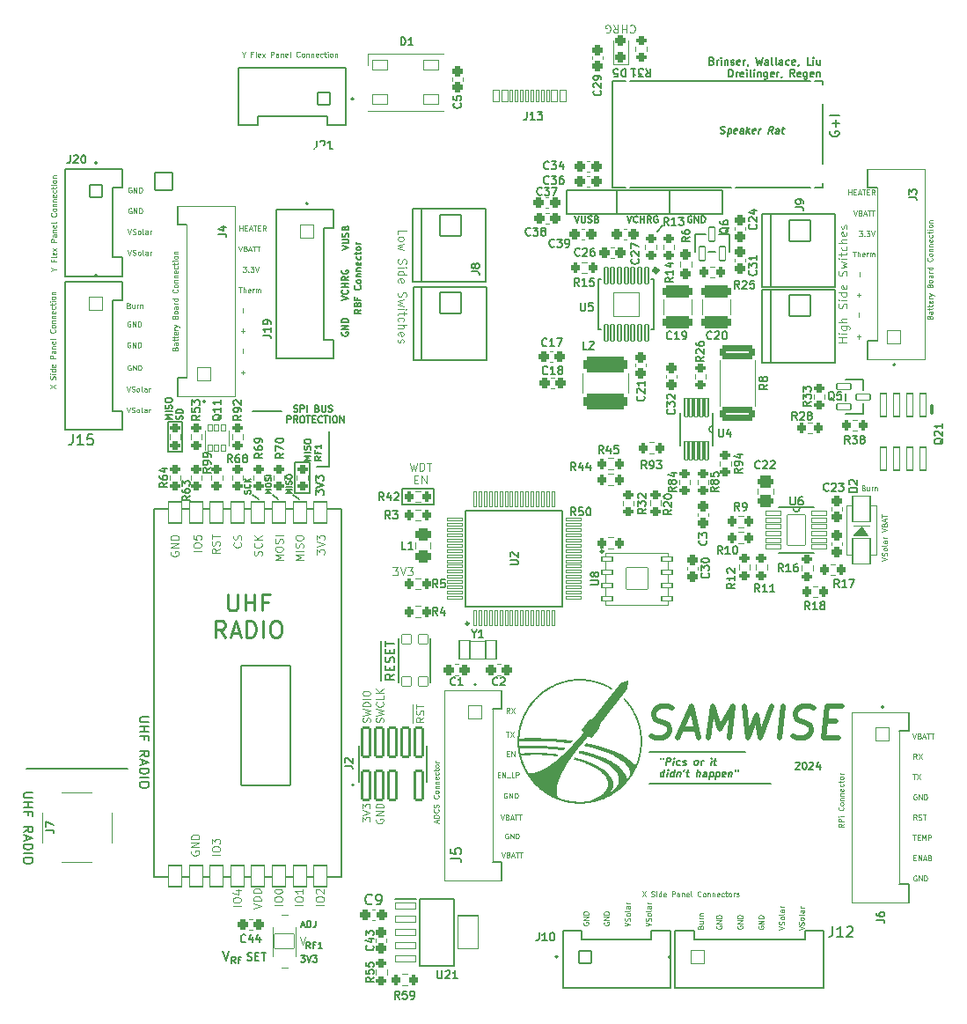
<source format=gto>
%TF.GenerationSoftware,KiCad,Pcbnew,7.0.2-0*%
%TF.CreationDate,2024-03-08T20:06:00-08:00*%
%TF.ProjectId,mainboard,6d61696e-626f-4617-9264-2e6b69636164,rev?*%
%TF.SameCoordinates,Original*%
%TF.FileFunction,Legend,Top*%
%TF.FilePolarity,Positive*%
%FSLAX46Y46*%
G04 Gerber Fmt 4.6, Leading zero omitted, Abs format (unit mm)*
G04 Created by KiCad (PCBNEW 7.0.2-0) date 2024-03-08 20:06:00*
%MOMM*%
%LPD*%
G01*
G04 APERTURE LIST*
G04 Aperture macros list*
%AMRoundRect*
0 Rectangle with rounded corners*
0 $1 Rounding radius*
0 $2 $3 $4 $5 $6 $7 $8 $9 X,Y pos of 4 corners*
0 Add a 4 corners polygon primitive as box body*
4,1,4,$2,$3,$4,$5,$6,$7,$8,$9,$2,$3,0*
0 Add four circle primitives for the rounded corners*
1,1,$1+$1,$2,$3*
1,1,$1+$1,$4,$5*
1,1,$1+$1,$6,$7*
1,1,$1+$1,$8,$9*
0 Add four rect primitives between the rounded corners*
20,1,$1+$1,$2,$3,$4,$5,0*
20,1,$1+$1,$4,$5,$6,$7,0*
20,1,$1+$1,$6,$7,$8,$9,0*
20,1,$1+$1,$8,$9,$2,$3,0*%
%AMFreePoly0*
4,1,39,0.785921,0.985921,0.800800,0.950000,0.800800,-0.950000,0.785921,-0.985921,0.750000,-1.000800,0.000000,-1.000800,-0.012322,-0.995696,-0.084376,-0.995696,-0.096533,-0.994220,-0.260380,-0.953835,-0.271831,-0.949492,-0.421253,-0.871070,-0.431332,-0.864113,-0.557645,-0.752210,-0.565766,-0.743043,-0.661627,-0.604163,-0.667318,-0.593320,-0.727158,-0.435535,-0.730089,-0.423644,-0.750430,-0.256123,
-0.750800,-0.250000,-0.750800,0.250000,-0.750430,0.256123,-0.730089,0.423644,-0.727158,0.435535,-0.667318,0.593320,-0.661627,0.604163,-0.565766,0.743043,-0.557645,0.752210,-0.431332,0.864113,-0.421253,0.871070,-0.271831,0.949492,-0.260380,0.953835,-0.096533,0.994220,-0.084376,0.995696,-0.012322,0.995696,0.000000,1.000800,0.750000,1.000800,0.785921,0.985921,0.785921,0.985921,
$1*%
%AMFreePoly1*
4,1,39,0.012322,0.995696,0.084376,0.995696,0.096533,0.994220,0.260380,0.953835,0.271831,0.949492,0.421253,0.871070,0.431332,0.864113,0.557645,0.752210,0.565766,0.743043,0.661627,0.604163,0.667318,0.593320,0.727158,0.435535,0.730089,0.423644,0.750430,0.256123,0.750800,0.250000,0.750800,-0.250000,0.750430,-0.256123,0.730089,-0.423644,0.727158,-0.435535,0.667318,-0.593320,
0.661627,-0.604163,0.565766,-0.743043,0.557645,-0.752210,0.431332,-0.864113,0.421253,-0.871070,0.271831,-0.949492,0.260380,-0.953835,0.096533,-0.994220,0.084376,-0.995696,0.012322,-0.995696,0.000000,-1.000800,-0.750000,-1.000800,-0.785921,-0.985921,-0.800800,-0.950000,-0.800800,0.950000,-0.785921,0.985921,-0.750000,1.000800,0.000000,1.000800,0.012322,0.995696,0.012322,0.995696,
$1*%
G04 Aperture macros list end*
%ADD10C,0.127000*%
%ADD11C,0.121920*%
%ADD12C,0.200000*%
%ADD13C,0.177800*%
%ADD14C,0.251460*%
%ADD15C,0.100000*%
%ADD16C,0.152400*%
%ADD17C,0.500000*%
%ADD18C,0.150000*%
%ADD19C,0.120000*%
%ADD20C,0.381000*%
%ADD21C,0.250000*%
%ADD22C,0.300000*%
%ADD23C,0.203200*%
%ADD24C,0.190500*%
%ADD25RoundRect,0.076200X-0.575000X-0.575000X0.575000X-0.575000X0.575000X0.575000X-0.575000X0.575000X0*%
%ADD26C,1.302400*%
%ADD27RoundRect,0.076200X-0.575000X0.575000X-0.575000X-0.575000X0.575000X-0.575000X0.575000X0.575000X0*%
%ADD28RoundRect,0.076200X0.575000X0.575000X-0.575000X0.575000X-0.575000X-0.575000X0.575000X-0.575000X0*%
%ADD29RoundRect,0.250800X-0.200000X-0.275000X0.200000X-0.275000X0.200000X0.275000X-0.200000X0.275000X0*%
%ADD30RoundRect,0.063500X-0.152400X0.800100X-0.152400X-0.800100X0.152400X-0.800100X0.152400X0.800100X0*%
%ADD31RoundRect,0.063500X-1.230000X1.155000X-1.230000X-1.155000X1.230000X-1.155000X1.230000X1.155000X0*%
%ADD32RoundRect,0.275800X-0.225000X-0.250000X0.225000X-0.250000X0.225000X0.250000X-0.225000X0.250000X0*%
%ADD33RoundRect,0.275800X0.250000X-0.225000X0.250000X0.225000X-0.250000X0.225000X-0.250000X-0.225000X0*%
%ADD34RoundRect,0.250800X0.200000X0.275000X-0.200000X0.275000X-0.200000X-0.275000X0.200000X-0.275000X0*%
%ADD35RoundRect,0.275800X0.225000X0.250000X-0.225000X0.250000X-0.225000X-0.250000X0.225000X-0.250000X0*%
%ADD36RoundRect,0.063500X-0.660400X0.279400X-0.660400X-0.279400X0.660400X-0.279400X0.660400X0.279400X0*%
%ADD37RoundRect,0.050800X0.150000X0.737500X-0.150000X0.737500X-0.150000X-0.737500X0.150000X-0.737500X0*%
%ADD38RoundRect,0.050800X0.737500X-0.150000X0.737500X0.150000X-0.737500X0.150000X-0.737500X-0.150000X0*%
%ADD39RoundRect,0.050800X0.304800X1.104900X-0.304800X1.104900X-0.304800X-1.104900X0.304800X-1.104900X0*%
%ADD40RoundRect,0.063500X-0.525000X-0.225000X0.525000X-0.225000X0.525000X0.225000X-0.525000X0.225000X0*%
%ADD41RoundRect,0.063500X1.050000X-1.050000X1.050000X1.050000X-1.050000X1.050000X-1.050000X-1.050000X0*%
%ADD42C,5.701600*%
%ADD43C,2.000000*%
%ADD44C,2.133600*%
%ADD45RoundRect,0.250800X-0.275000X0.200000X-0.275000X-0.200000X0.275000X-0.200000X0.275000X0.200000X0*%
%ADD46C,2.151600*%
%ADD47C,2.351600*%
%ADD48RoundRect,0.050800X0.750000X0.450000X-0.750000X0.450000X-0.750000X-0.450000X0.750000X-0.450000X0*%
%ADD49RoundRect,0.275800X-0.250000X0.225000X-0.250000X-0.225000X0.250000X-0.225000X0.250000X0.225000X0*%
%ADD50RoundRect,0.300800X-0.450000X0.325000X-0.450000X-0.325000X0.450000X-0.325000X0.450000X0.325000X0*%
%ADD51RoundRect,0.250800X0.275000X-0.200000X0.275000X0.200000X-0.275000X0.200000X-0.275000X-0.200000X0*%
%ADD52RoundRect,0.050800X0.500000X0.900000X-0.500000X0.900000X-0.500000X-0.900000X0.500000X-0.900000X0*%
%ADD53RoundRect,0.063500X-1.016000X1.016000X-1.016000X-1.016000X1.016000X-1.016000X1.016000X1.016000X0*%
%ADD54C,2.159000*%
%ADD55RoundRect,0.269550X0.256250X-0.218750X0.256250X0.218750X-0.256250X0.218750X-0.256250X-0.218750X0*%
%ADD56RoundRect,0.300800X-1.425000X0.362500X-1.425000X-0.362500X1.425000X-0.362500X1.425000X0.362500X0*%
%ADD57RoundRect,0.383800X-1.767000X0.417000X-1.767000X-0.417000X1.767000X-0.417000X1.767000X0.417000X0*%
%ADD58RoundRect,0.063500X-0.279400X-0.660400X0.279400X-0.660400X0.279400X0.660400X-0.279400X0.660400X0*%
%ADD59RoundRect,0.300800X1.100000X-0.325000X1.100000X0.325000X-1.100000X0.325000X-1.100000X-0.325000X0*%
%ADD60RoundRect,0.050800X-0.165100X0.889000X-0.165100X-0.889000X0.165100X-0.889000X0.165100X0.889000X0*%
%ADD61RoundRect,0.050800X0.450000X-0.450000X0.450000X0.450000X-0.450000X0.450000X-0.450000X-0.450000X0*%
%ADD62RoundRect,0.050800X0.200000X-0.325000X0.200000X0.325000X-0.200000X0.325000X-0.200000X-0.325000X0*%
%ADD63RoundRect,0.050800X1.000000X-0.325000X1.000000X0.325000X-1.000000X0.325000X-1.000000X-0.325000X0*%
%ADD64RoundRect,0.050800X-1.000000X-1.600000X1.000000X-1.600000X1.000000X1.600000X-1.000000X1.600000X0*%
%ADD65FreePoly0,270.000000*%
%ADD66RoundRect,0.050800X-0.950000X0.700000X-0.950000X-0.700000X0.950000X-0.700000X0.950000X0.700000X0*%
%ADD67FreePoly1,270.000000*%
%ADD68RoundRect,0.050800X0.300000X0.575000X-0.300000X0.575000X-0.300000X-0.575000X0.300000X-0.575000X0*%
%ADD69RoundRect,0.050800X0.150000X0.575000X-0.150000X0.575000X-0.150000X-0.575000X0.150000X-0.575000X0*%
%ADD70O,1.101600X2.201600*%
%ADD71O,1.101600X1.701600*%
%ADD72RoundRect,0.050800X-0.698500X-0.215900X0.698500X-0.215900X0.698500X0.215900X-0.698500X0.215900X0*%
%ADD73RoundRect,0.050800X-0.876300X-1.473200X0.876300X-1.473200X0.876300X1.473200X-0.876300X1.473200X0*%
%ADD74RoundRect,0.050800X-0.850000X1.250000X-0.850000X-1.250000X0.850000X-1.250000X0.850000X1.250000X0*%
%ADD75RoundRect,0.288300X0.237500X-0.250000X0.237500X0.250000X-0.237500X0.250000X-0.237500X-0.250000X0*%
%ADD76RoundRect,0.102000X-0.370000X-1.395000X0.370000X-1.395000X0.370000X1.395000X-0.370000X1.395000X0*%
%ADD77RoundRect,0.063500X-0.650000X1.000000X-0.650000X-1.000000X0.650000X-1.000000X0.650000X1.000000X0*%
%ADD78RoundRect,0.063500X-2.350000X5.750000X-2.350000X-5.750000X2.350000X-5.750000X2.350000X5.750000X0*%
%ADD79RoundRect,0.050800X0.654000X0.654000X-0.654000X0.654000X-0.654000X-0.654000X0.654000X-0.654000X0*%
%ADD80C,1.409600*%
%ADD81RoundRect,0.050800X0.654000X-0.654000X0.654000X0.654000X-0.654000X0.654000X-0.654000X-0.654000X0*%
%ADD82RoundRect,0.050800X-0.654000X0.654000X-0.654000X-0.654000X0.654000X-0.654000X0.654000X0.654000X0*%
%ADD83RoundRect,0.300800X-0.475000X0.250000X-0.475000X-0.250000X0.475000X-0.250000X0.475000X0.250000X0*%
%ADD84C,1.501600*%
%ADD85RoundRect,0.050800X-0.850000X0.850000X-0.850000X-0.850000X0.850000X-0.850000X0.850000X0.850000X0*%
%ADD86O,1.801600X1.801600*%
G04 APERTURE END LIST*
D10*
X166116000Y-69088000D02*
X151130000Y-69088000D01*
X161036000Y-71374000D02*
X161036000Y-69088000D01*
X155956000Y-71374000D02*
X155956000Y-69088000D01*
X114137100Y-91338400D02*
X112740100Y-91338400D01*
X114137100Y-91338400D02*
X114137100Y-94259400D01*
X112740100Y-91338400D02*
X112740100Y-94259400D01*
X114137100Y-94259400D02*
X112740100Y-94259400D01*
X126365000Y-98171000D02*
X124968000Y-98171000D01*
X126365000Y-95250000D02*
X126365000Y-98171000D01*
X124968000Y-98171000D02*
X124968000Y-95250000D01*
X126365000Y-95250000D02*
X124968000Y-95250000D01*
X121424700Y-98767900D02*
X120865900Y-98336100D01*
X123355100Y-98767900D02*
X122796300Y-98336100D01*
X125336300Y-98767900D02*
X124777500Y-98336100D01*
X120840500Y-90360500D02*
X123634500Y-90360500D01*
X128206500Y-95694500D02*
X128206500Y-92265500D01*
X128206500Y-95694500D02*
X127063500Y-95694500D01*
X159050000Y-126178000D02*
X170734000Y-126178000D01*
X166116000Y-71374000D02*
X166116000Y-69088000D01*
X160300000Y-72500000D02*
X159800000Y-73100000D01*
X151130000Y-71374000D02*
X166116000Y-71374000D01*
X151130000Y-69088000D02*
X151130000Y-71374000D01*
X138303000Y-99314000D02*
X135255000Y-99314000D01*
X135255000Y-99314000D02*
X135255000Y-97790000D01*
X138303000Y-97790000D02*
X138303000Y-99314000D01*
X135255000Y-97790000D02*
X138303000Y-97790000D01*
X168321000Y-123130000D02*
X159050000Y-123130000D01*
X99125000Y-124750000D02*
X108875000Y-124750000D01*
X159050000Y-123130000D02*
X168321000Y-123130000D01*
D11*
X133429096Y-120239600D02*
X133462962Y-120138000D01*
X133462962Y-120138000D02*
X133462962Y-119968667D01*
X133462962Y-119968667D02*
X133429096Y-119900933D01*
X133429096Y-119900933D02*
X133395229Y-119867067D01*
X133395229Y-119867067D02*
X133327496Y-119833200D01*
X133327496Y-119833200D02*
X133259762Y-119833200D01*
X133259762Y-119833200D02*
X133192029Y-119867067D01*
X133192029Y-119867067D02*
X133158162Y-119900933D01*
X133158162Y-119900933D02*
X133124296Y-119968667D01*
X133124296Y-119968667D02*
X133090429Y-120104133D01*
X133090429Y-120104133D02*
X133056562Y-120171867D01*
X133056562Y-120171867D02*
X133022696Y-120205733D01*
X133022696Y-120205733D02*
X132954962Y-120239600D01*
X132954962Y-120239600D02*
X132887229Y-120239600D01*
X132887229Y-120239600D02*
X132819496Y-120205733D01*
X132819496Y-120205733D02*
X132785629Y-120171867D01*
X132785629Y-120171867D02*
X132751762Y-120104133D01*
X132751762Y-120104133D02*
X132751762Y-119934800D01*
X132751762Y-119934800D02*
X132785629Y-119833200D01*
X132751762Y-119596134D02*
X133462962Y-119426800D01*
X133462962Y-119426800D02*
X132954962Y-119291334D01*
X132954962Y-119291334D02*
X133462962Y-119155867D01*
X133462962Y-119155867D02*
X132751762Y-118986534D01*
X133395229Y-118309200D02*
X133429096Y-118343067D01*
X133429096Y-118343067D02*
X133462962Y-118444667D01*
X133462962Y-118444667D02*
X133462962Y-118512400D01*
X133462962Y-118512400D02*
X133429096Y-118614000D01*
X133429096Y-118614000D02*
X133361362Y-118681734D01*
X133361362Y-118681734D02*
X133293629Y-118715600D01*
X133293629Y-118715600D02*
X133158162Y-118749467D01*
X133158162Y-118749467D02*
X133056562Y-118749467D01*
X133056562Y-118749467D02*
X132921096Y-118715600D01*
X132921096Y-118715600D02*
X132853362Y-118681734D01*
X132853362Y-118681734D02*
X132785629Y-118614000D01*
X132785629Y-118614000D02*
X132751762Y-118512400D01*
X132751762Y-118512400D02*
X132751762Y-118444667D01*
X132751762Y-118444667D02*
X132785629Y-118343067D01*
X132785629Y-118343067D02*
X132819496Y-118309200D01*
X133462962Y-117665734D02*
X133462962Y-118004400D01*
X133462962Y-118004400D02*
X132751762Y-118004400D01*
X133462962Y-117428667D02*
X132751762Y-117428667D01*
X133462962Y-117022267D02*
X133056562Y-117327067D01*
X132751762Y-117022267D02*
X133158162Y-117428667D01*
X134375677Y-105343137D02*
X134853681Y-105343137D01*
X134853681Y-105343137D02*
X134596294Y-105637293D01*
X134596294Y-105637293D02*
X134706603Y-105637293D01*
X134706603Y-105637293D02*
X134780142Y-105674063D01*
X134780142Y-105674063D02*
X134816911Y-105710832D01*
X134816911Y-105710832D02*
X134853681Y-105784371D01*
X134853681Y-105784371D02*
X134853681Y-105968219D01*
X134853681Y-105968219D02*
X134816911Y-106041758D01*
X134816911Y-106041758D02*
X134780142Y-106078528D01*
X134780142Y-106078528D02*
X134706603Y-106115297D01*
X134706603Y-106115297D02*
X134485986Y-106115297D01*
X134485986Y-106115297D02*
X134412447Y-106078528D01*
X134412447Y-106078528D02*
X134375677Y-106041758D01*
X135074298Y-105343137D02*
X135331684Y-106115297D01*
X135331684Y-106115297D02*
X135589071Y-105343137D01*
X135772918Y-105343137D02*
X136250922Y-105343137D01*
X136250922Y-105343137D02*
X135993535Y-105637293D01*
X135993535Y-105637293D02*
X136103844Y-105637293D01*
X136103844Y-105637293D02*
X136177383Y-105674063D01*
X136177383Y-105674063D02*
X136214152Y-105710832D01*
X136214152Y-105710832D02*
X136250922Y-105784371D01*
X136250922Y-105784371D02*
X136250922Y-105968219D01*
X136250922Y-105968219D02*
X136214152Y-106041758D01*
X136214152Y-106041758D02*
X136177383Y-106078528D01*
X136177383Y-106078528D02*
X136103844Y-106115297D01*
X136103844Y-106115297D02*
X135883227Y-106115297D01*
X135883227Y-106115297D02*
X135809688Y-106078528D01*
X135809688Y-106078528D02*
X135772918Y-106041758D01*
X132149096Y-120239600D02*
X132182962Y-120138000D01*
X132182962Y-120138000D02*
X132182962Y-119968667D01*
X132182962Y-119968667D02*
X132149096Y-119900933D01*
X132149096Y-119900933D02*
X132115229Y-119867067D01*
X132115229Y-119867067D02*
X132047496Y-119833200D01*
X132047496Y-119833200D02*
X131979762Y-119833200D01*
X131979762Y-119833200D02*
X131912029Y-119867067D01*
X131912029Y-119867067D02*
X131878162Y-119900933D01*
X131878162Y-119900933D02*
X131844296Y-119968667D01*
X131844296Y-119968667D02*
X131810429Y-120104133D01*
X131810429Y-120104133D02*
X131776562Y-120171867D01*
X131776562Y-120171867D02*
X131742696Y-120205733D01*
X131742696Y-120205733D02*
X131674962Y-120239600D01*
X131674962Y-120239600D02*
X131607229Y-120239600D01*
X131607229Y-120239600D02*
X131539496Y-120205733D01*
X131539496Y-120205733D02*
X131505629Y-120171867D01*
X131505629Y-120171867D02*
X131471762Y-120104133D01*
X131471762Y-120104133D02*
X131471762Y-119934800D01*
X131471762Y-119934800D02*
X131505629Y-119833200D01*
X131471762Y-119596134D02*
X132182962Y-119426800D01*
X132182962Y-119426800D02*
X131674962Y-119291334D01*
X131674962Y-119291334D02*
X132182962Y-119155867D01*
X132182962Y-119155867D02*
X131471762Y-118986534D01*
X132182962Y-118715600D02*
X131471762Y-118715600D01*
X131471762Y-118715600D02*
X131471762Y-118546267D01*
X131471762Y-118546267D02*
X131505629Y-118444667D01*
X131505629Y-118444667D02*
X131573362Y-118376934D01*
X131573362Y-118376934D02*
X131641096Y-118343067D01*
X131641096Y-118343067D02*
X131776562Y-118309200D01*
X131776562Y-118309200D02*
X131878162Y-118309200D01*
X131878162Y-118309200D02*
X132013629Y-118343067D01*
X132013629Y-118343067D02*
X132081362Y-118376934D01*
X132081362Y-118376934D02*
X132149096Y-118444667D01*
X132149096Y-118444667D02*
X132182962Y-118546267D01*
X132182962Y-118546267D02*
X132182962Y-118715600D01*
X132182962Y-118004400D02*
X131471762Y-118004400D01*
X131471762Y-117530267D02*
X131471762Y-117394800D01*
X131471762Y-117394800D02*
X131505629Y-117327067D01*
X131505629Y-117327067D02*
X131573362Y-117259333D01*
X131573362Y-117259333D02*
X131708829Y-117225467D01*
X131708829Y-117225467D02*
X131945896Y-117225467D01*
X131945896Y-117225467D02*
X132081362Y-117259333D01*
X132081362Y-117259333D02*
X132149096Y-117327067D01*
X132149096Y-117327067D02*
X132182962Y-117394800D01*
X132182962Y-117394800D02*
X132182962Y-117530267D01*
X132182962Y-117530267D02*
X132149096Y-117598000D01*
X132149096Y-117598000D02*
X132081362Y-117665733D01*
X132081362Y-117665733D02*
X131945896Y-117699600D01*
X131945896Y-117699600D02*
X131708829Y-117699600D01*
X131708829Y-117699600D02*
X131573362Y-117665733D01*
X131573362Y-117665733D02*
X131505629Y-117598000D01*
X131505629Y-117598000D02*
X131471762Y-117530267D01*
D12*
X176494017Y-63434806D02*
X176451684Y-63519473D01*
X176451684Y-63519473D02*
X176451684Y-63646473D01*
X176451684Y-63646473D02*
X176494017Y-63773473D01*
X176494017Y-63773473D02*
X176578684Y-63858140D01*
X176578684Y-63858140D02*
X176663351Y-63900473D01*
X176663351Y-63900473D02*
X176832684Y-63942806D01*
X176832684Y-63942806D02*
X176959684Y-63942806D01*
X176959684Y-63942806D02*
X177129017Y-63900473D01*
X177129017Y-63900473D02*
X177213684Y-63858140D01*
X177213684Y-63858140D02*
X177298351Y-63773473D01*
X177298351Y-63773473D02*
X177340684Y-63646473D01*
X177340684Y-63646473D02*
X177340684Y-63561806D01*
X177340684Y-63561806D02*
X177298351Y-63434806D01*
X177298351Y-63434806D02*
X177256017Y-63392473D01*
X177256017Y-63392473D02*
X176959684Y-63392473D01*
X176959684Y-63392473D02*
X176959684Y-63561806D01*
X177002017Y-63011473D02*
X177002017Y-62334140D01*
X177340684Y-62672806D02*
X176663351Y-62672806D01*
X177340684Y-61910806D02*
X176451684Y-61910806D01*
D13*
X134521204Y-115641999D02*
X134097871Y-115938332D01*
X134521204Y-116149999D02*
X133632204Y-116149999D01*
X133632204Y-116149999D02*
X133632204Y-115811332D01*
X133632204Y-115811332D02*
X133674537Y-115726666D01*
X133674537Y-115726666D02*
X133716871Y-115684332D01*
X133716871Y-115684332D02*
X133801537Y-115641999D01*
X133801537Y-115641999D02*
X133928537Y-115641999D01*
X133928537Y-115641999D02*
X134013204Y-115684332D01*
X134013204Y-115684332D02*
X134055537Y-115726666D01*
X134055537Y-115726666D02*
X134097871Y-115811332D01*
X134097871Y-115811332D02*
X134097871Y-116149999D01*
X134055537Y-115260999D02*
X134055537Y-114964666D01*
X134521204Y-114837666D02*
X134521204Y-115260999D01*
X134521204Y-115260999D02*
X133632204Y-115260999D01*
X133632204Y-115260999D02*
X133632204Y-114837666D01*
X134478871Y-114498999D02*
X134521204Y-114371999D01*
X134521204Y-114371999D02*
X134521204Y-114160333D01*
X134521204Y-114160333D02*
X134478871Y-114075666D01*
X134478871Y-114075666D02*
X134436537Y-114033333D01*
X134436537Y-114033333D02*
X134351871Y-113990999D01*
X134351871Y-113990999D02*
X134267204Y-113990999D01*
X134267204Y-113990999D02*
X134182537Y-114033333D01*
X134182537Y-114033333D02*
X134140204Y-114075666D01*
X134140204Y-114075666D02*
X134097871Y-114160333D01*
X134097871Y-114160333D02*
X134055537Y-114329666D01*
X134055537Y-114329666D02*
X134013204Y-114414333D01*
X134013204Y-114414333D02*
X133970871Y-114456666D01*
X133970871Y-114456666D02*
X133886204Y-114498999D01*
X133886204Y-114498999D02*
X133801537Y-114498999D01*
X133801537Y-114498999D02*
X133716871Y-114456666D01*
X133716871Y-114456666D02*
X133674537Y-114414333D01*
X133674537Y-114414333D02*
X133632204Y-114329666D01*
X133632204Y-114329666D02*
X133632204Y-114117999D01*
X133632204Y-114117999D02*
X133674537Y-113990999D01*
X134055537Y-113609999D02*
X134055537Y-113313666D01*
X134521204Y-113186666D02*
X134521204Y-113609999D01*
X134521204Y-113609999D02*
X133632204Y-113609999D01*
X133632204Y-113609999D02*
X133632204Y-113186666D01*
X133632204Y-112932666D02*
X133632204Y-112424666D01*
X134521204Y-112678666D02*
X133632204Y-112678666D01*
X133234271Y-116272766D02*
X133234271Y-112428900D01*
D10*
X125552199Y-139784854D02*
X125854580Y-139784854D01*
X125491723Y-139966283D02*
X125703389Y-139331283D01*
X125703389Y-139331283D02*
X125915056Y-139966283D01*
X126126723Y-139966283D02*
X126126723Y-139331283D01*
X126126723Y-139331283D02*
X126277913Y-139331283D01*
X126277913Y-139331283D02*
X126368628Y-139361521D01*
X126368628Y-139361521D02*
X126429104Y-139421997D01*
X126429104Y-139421997D02*
X126459342Y-139482473D01*
X126459342Y-139482473D02*
X126489580Y-139603425D01*
X126489580Y-139603425D02*
X126489580Y-139694140D01*
X126489580Y-139694140D02*
X126459342Y-139815092D01*
X126459342Y-139815092D02*
X126429104Y-139875568D01*
X126429104Y-139875568D02*
X126368628Y-139936045D01*
X126368628Y-139936045D02*
X126277913Y-139966283D01*
X126277913Y-139966283D02*
X126126723Y-139966283D01*
X126943152Y-139331283D02*
X126943152Y-139784854D01*
X126943152Y-139784854D02*
X126912913Y-139875568D01*
X126912913Y-139875568D02*
X126852437Y-139936045D01*
X126852437Y-139936045D02*
X126761723Y-139966283D01*
X126761723Y-139966283D02*
X126701247Y-139966283D01*
D14*
X118487734Y-107911537D02*
X118487734Y-109200768D01*
X118487734Y-109200768D02*
X118563571Y-109352442D01*
X118563571Y-109352442D02*
X118639409Y-109428280D01*
X118639409Y-109428280D02*
X118791083Y-109504117D01*
X118791083Y-109504117D02*
X119094431Y-109504117D01*
X119094431Y-109504117D02*
X119246106Y-109428280D01*
X119246106Y-109428280D02*
X119321943Y-109352442D01*
X119321943Y-109352442D02*
X119397780Y-109200768D01*
X119397780Y-109200768D02*
X119397780Y-107911537D01*
X120156151Y-109504117D02*
X120156151Y-107911537D01*
X120156151Y-108669908D02*
X121066197Y-108669908D01*
X121066197Y-109504117D02*
X121066197Y-107911537D01*
X122355428Y-108669908D02*
X121824568Y-108669908D01*
X121824568Y-109504117D02*
X121824568Y-107911537D01*
X121824568Y-107911537D02*
X122582940Y-107911537D01*
X118260223Y-112084097D02*
X117729363Y-111325725D01*
X117350177Y-112084097D02*
X117350177Y-110491517D01*
X117350177Y-110491517D02*
X117956874Y-110491517D01*
X117956874Y-110491517D02*
X118108549Y-110567354D01*
X118108549Y-110567354D02*
X118184386Y-110643191D01*
X118184386Y-110643191D02*
X118260223Y-110794865D01*
X118260223Y-110794865D02*
X118260223Y-111022377D01*
X118260223Y-111022377D02*
X118184386Y-111174051D01*
X118184386Y-111174051D02*
X118108549Y-111249888D01*
X118108549Y-111249888D02*
X117956874Y-111325725D01*
X117956874Y-111325725D02*
X117350177Y-111325725D01*
X118866920Y-111629074D02*
X119625292Y-111629074D01*
X118715246Y-112084097D02*
X119246106Y-110491517D01*
X119246106Y-110491517D02*
X119776966Y-112084097D01*
X120307826Y-112084097D02*
X120307826Y-110491517D01*
X120307826Y-110491517D02*
X120687012Y-110491517D01*
X120687012Y-110491517D02*
X120914523Y-110567354D01*
X120914523Y-110567354D02*
X121066198Y-110719028D01*
X121066198Y-110719028D02*
X121142035Y-110870702D01*
X121142035Y-110870702D02*
X121217872Y-111174051D01*
X121217872Y-111174051D02*
X121217872Y-111401562D01*
X121217872Y-111401562D02*
X121142035Y-111704911D01*
X121142035Y-111704911D02*
X121066198Y-111856585D01*
X121066198Y-111856585D02*
X120914523Y-112008260D01*
X120914523Y-112008260D02*
X120687012Y-112084097D01*
X120687012Y-112084097D02*
X120307826Y-112084097D01*
X121900406Y-112084097D02*
X121900406Y-110491517D01*
X122962126Y-110491517D02*
X123265474Y-110491517D01*
X123265474Y-110491517D02*
X123417149Y-110567354D01*
X123417149Y-110567354D02*
X123568823Y-110719028D01*
X123568823Y-110719028D02*
X123644660Y-111022377D01*
X123644660Y-111022377D02*
X123644660Y-111553237D01*
X123644660Y-111553237D02*
X123568823Y-111856585D01*
X123568823Y-111856585D02*
X123417149Y-112008260D01*
X123417149Y-112008260D02*
X123265474Y-112084097D01*
X123265474Y-112084097D02*
X122962126Y-112084097D01*
X122962126Y-112084097D02*
X122810452Y-112008260D01*
X122810452Y-112008260D02*
X122658777Y-111856585D01*
X122658777Y-111856585D02*
X122582940Y-111553237D01*
X122582940Y-111553237D02*
X122582940Y-111022377D01*
X122582940Y-111022377D02*
X122658777Y-110719028D01*
X122658777Y-110719028D02*
X122810452Y-110567354D01*
X122810452Y-110567354D02*
X122962126Y-110491517D01*
D15*
X134870304Y-73324076D02*
X134870304Y-72943124D01*
X134870304Y-72943124D02*
X135670304Y-72943124D01*
X134870304Y-73705028D02*
X134908400Y-73628838D01*
X134908400Y-73628838D02*
X134946495Y-73590743D01*
X134946495Y-73590743D02*
X135022685Y-73552647D01*
X135022685Y-73552647D02*
X135251257Y-73552647D01*
X135251257Y-73552647D02*
X135327447Y-73590743D01*
X135327447Y-73590743D02*
X135365542Y-73628838D01*
X135365542Y-73628838D02*
X135403638Y-73705028D01*
X135403638Y-73705028D02*
X135403638Y-73819314D01*
X135403638Y-73819314D02*
X135365542Y-73895505D01*
X135365542Y-73895505D02*
X135327447Y-73933600D01*
X135327447Y-73933600D02*
X135251257Y-73971695D01*
X135251257Y-73971695D02*
X135022685Y-73971695D01*
X135022685Y-73971695D02*
X134946495Y-73933600D01*
X134946495Y-73933600D02*
X134908400Y-73895505D01*
X134908400Y-73895505D02*
X134870304Y-73819314D01*
X134870304Y-73819314D02*
X134870304Y-73705028D01*
X135403638Y-74238362D02*
X134870304Y-74390743D01*
X134870304Y-74390743D02*
X135251257Y-74543124D01*
X135251257Y-74543124D02*
X134870304Y-74695505D01*
X134870304Y-74695505D02*
X135403638Y-74847886D01*
X134908400Y-75724076D02*
X134870304Y-75838362D01*
X134870304Y-75838362D02*
X134870304Y-76028838D01*
X134870304Y-76028838D02*
X134908400Y-76105029D01*
X134908400Y-76105029D02*
X134946495Y-76143124D01*
X134946495Y-76143124D02*
X135022685Y-76181219D01*
X135022685Y-76181219D02*
X135098876Y-76181219D01*
X135098876Y-76181219D02*
X135175066Y-76143124D01*
X135175066Y-76143124D02*
X135213161Y-76105029D01*
X135213161Y-76105029D02*
X135251257Y-76028838D01*
X135251257Y-76028838D02*
X135289352Y-75876457D01*
X135289352Y-75876457D02*
X135327447Y-75800267D01*
X135327447Y-75800267D02*
X135365542Y-75762172D01*
X135365542Y-75762172D02*
X135441733Y-75724076D01*
X135441733Y-75724076D02*
X135517923Y-75724076D01*
X135517923Y-75724076D02*
X135594114Y-75762172D01*
X135594114Y-75762172D02*
X135632209Y-75800267D01*
X135632209Y-75800267D02*
X135670304Y-75876457D01*
X135670304Y-75876457D02*
X135670304Y-76066934D01*
X135670304Y-76066934D02*
X135632209Y-76181219D01*
X134870304Y-76524077D02*
X135403638Y-76524077D01*
X135670304Y-76524077D02*
X135632209Y-76485981D01*
X135632209Y-76485981D02*
X135594114Y-76524077D01*
X135594114Y-76524077D02*
X135632209Y-76562172D01*
X135632209Y-76562172D02*
X135670304Y-76524077D01*
X135670304Y-76524077D02*
X135594114Y-76524077D01*
X134870304Y-77247886D02*
X135670304Y-77247886D01*
X134908400Y-77247886D02*
X134870304Y-77171695D01*
X134870304Y-77171695D02*
X134870304Y-77019314D01*
X134870304Y-77019314D02*
X134908400Y-76943124D01*
X134908400Y-76943124D02*
X134946495Y-76905029D01*
X134946495Y-76905029D02*
X135022685Y-76866933D01*
X135022685Y-76866933D02*
X135251257Y-76866933D01*
X135251257Y-76866933D02*
X135327447Y-76905029D01*
X135327447Y-76905029D02*
X135365542Y-76943124D01*
X135365542Y-76943124D02*
X135403638Y-77019314D01*
X135403638Y-77019314D02*
X135403638Y-77171695D01*
X135403638Y-77171695D02*
X135365542Y-77247886D01*
X134908400Y-77933601D02*
X134870304Y-77857410D01*
X134870304Y-77857410D02*
X134870304Y-77705029D01*
X134870304Y-77705029D02*
X134908400Y-77628839D01*
X134908400Y-77628839D02*
X134984590Y-77590743D01*
X134984590Y-77590743D02*
X135289352Y-77590743D01*
X135289352Y-77590743D02*
X135365542Y-77628839D01*
X135365542Y-77628839D02*
X135403638Y-77705029D01*
X135403638Y-77705029D02*
X135403638Y-77857410D01*
X135403638Y-77857410D02*
X135365542Y-77933601D01*
X135365542Y-77933601D02*
X135289352Y-77971696D01*
X135289352Y-77971696D02*
X135213161Y-77971696D01*
X135213161Y-77971696D02*
X135136971Y-77590743D01*
X134908400Y-78885981D02*
X134870304Y-79000267D01*
X134870304Y-79000267D02*
X134870304Y-79190743D01*
X134870304Y-79190743D02*
X134908400Y-79266934D01*
X134908400Y-79266934D02*
X134946495Y-79305029D01*
X134946495Y-79305029D02*
X135022685Y-79343124D01*
X135022685Y-79343124D02*
X135098876Y-79343124D01*
X135098876Y-79343124D02*
X135175066Y-79305029D01*
X135175066Y-79305029D02*
X135213161Y-79266934D01*
X135213161Y-79266934D02*
X135251257Y-79190743D01*
X135251257Y-79190743D02*
X135289352Y-79038362D01*
X135289352Y-79038362D02*
X135327447Y-78962172D01*
X135327447Y-78962172D02*
X135365542Y-78924077D01*
X135365542Y-78924077D02*
X135441733Y-78885981D01*
X135441733Y-78885981D02*
X135517923Y-78885981D01*
X135517923Y-78885981D02*
X135594114Y-78924077D01*
X135594114Y-78924077D02*
X135632209Y-78962172D01*
X135632209Y-78962172D02*
X135670304Y-79038362D01*
X135670304Y-79038362D02*
X135670304Y-79228839D01*
X135670304Y-79228839D02*
X135632209Y-79343124D01*
X135403638Y-79609791D02*
X134870304Y-79762172D01*
X134870304Y-79762172D02*
X135251257Y-79914553D01*
X135251257Y-79914553D02*
X134870304Y-80066934D01*
X134870304Y-80066934D02*
X135403638Y-80219315D01*
X134870304Y-80524077D02*
X135403638Y-80524077D01*
X135670304Y-80524077D02*
X135632209Y-80485981D01*
X135632209Y-80485981D02*
X135594114Y-80524077D01*
X135594114Y-80524077D02*
X135632209Y-80562172D01*
X135632209Y-80562172D02*
X135670304Y-80524077D01*
X135670304Y-80524077D02*
X135594114Y-80524077D01*
X135403638Y-80790743D02*
X135403638Y-81095505D01*
X135670304Y-80905029D02*
X134984590Y-80905029D01*
X134984590Y-80905029D02*
X134908400Y-80943124D01*
X134908400Y-80943124D02*
X134870304Y-81019314D01*
X134870304Y-81019314D02*
X134870304Y-81095505D01*
X134908400Y-81705029D02*
X134870304Y-81628838D01*
X134870304Y-81628838D02*
X134870304Y-81476457D01*
X134870304Y-81476457D02*
X134908400Y-81400267D01*
X134908400Y-81400267D02*
X134946495Y-81362172D01*
X134946495Y-81362172D02*
X135022685Y-81324076D01*
X135022685Y-81324076D02*
X135251257Y-81324076D01*
X135251257Y-81324076D02*
X135327447Y-81362172D01*
X135327447Y-81362172D02*
X135365542Y-81400267D01*
X135365542Y-81400267D02*
X135403638Y-81476457D01*
X135403638Y-81476457D02*
X135403638Y-81628838D01*
X135403638Y-81628838D02*
X135365542Y-81705029D01*
X134870304Y-82047886D02*
X135670304Y-82047886D01*
X134870304Y-82390743D02*
X135289352Y-82390743D01*
X135289352Y-82390743D02*
X135365542Y-82352648D01*
X135365542Y-82352648D02*
X135403638Y-82276457D01*
X135403638Y-82276457D02*
X135403638Y-82162171D01*
X135403638Y-82162171D02*
X135365542Y-82085981D01*
X135365542Y-82085981D02*
X135327447Y-82047886D01*
X134908400Y-83076458D02*
X134870304Y-83000267D01*
X134870304Y-83000267D02*
X134870304Y-82847886D01*
X134870304Y-82847886D02*
X134908400Y-82771696D01*
X134908400Y-82771696D02*
X134984590Y-82733600D01*
X134984590Y-82733600D02*
X135289352Y-82733600D01*
X135289352Y-82733600D02*
X135365542Y-82771696D01*
X135365542Y-82771696D02*
X135403638Y-82847886D01*
X135403638Y-82847886D02*
X135403638Y-83000267D01*
X135403638Y-83000267D02*
X135365542Y-83076458D01*
X135365542Y-83076458D02*
X135289352Y-83114553D01*
X135289352Y-83114553D02*
X135213161Y-83114553D01*
X135213161Y-83114553D02*
X135136971Y-82733600D01*
X134908400Y-83419314D02*
X134870304Y-83495505D01*
X134870304Y-83495505D02*
X134870304Y-83647886D01*
X134870304Y-83647886D02*
X134908400Y-83724076D01*
X134908400Y-83724076D02*
X134984590Y-83762172D01*
X134984590Y-83762172D02*
X135022685Y-83762172D01*
X135022685Y-83762172D02*
X135098876Y-83724076D01*
X135098876Y-83724076D02*
X135136971Y-83647886D01*
X135136971Y-83647886D02*
X135136971Y-83533600D01*
X135136971Y-83533600D02*
X135175066Y-83457410D01*
X135175066Y-83457410D02*
X135251257Y-83419314D01*
X135251257Y-83419314D02*
X135289352Y-83419314D01*
X135289352Y-83419314D02*
X135365542Y-83457410D01*
X135365542Y-83457410D02*
X135403638Y-83533600D01*
X135403638Y-83533600D02*
X135403638Y-83647886D01*
X135403638Y-83647886D02*
X135365542Y-83724076D01*
D11*
X117735529Y-133014357D02*
X116973529Y-133014357D01*
X116973529Y-132506357D02*
X116973529Y-132361214D01*
X116973529Y-132361214D02*
X117009815Y-132288643D01*
X117009815Y-132288643D02*
X117082386Y-132216071D01*
X117082386Y-132216071D02*
X117227529Y-132179786D01*
X117227529Y-132179786D02*
X117481529Y-132179786D01*
X117481529Y-132179786D02*
X117626672Y-132216071D01*
X117626672Y-132216071D02*
X117699244Y-132288643D01*
X117699244Y-132288643D02*
X117735529Y-132361214D01*
X117735529Y-132361214D02*
X117735529Y-132506357D01*
X117735529Y-132506357D02*
X117699244Y-132578929D01*
X117699244Y-132578929D02*
X117626672Y-132651500D01*
X117626672Y-132651500D02*
X117481529Y-132687786D01*
X117481529Y-132687786D02*
X117227529Y-132687786D01*
X117227529Y-132687786D02*
X117082386Y-132651500D01*
X117082386Y-132651500D02*
X117009815Y-132578929D01*
X117009815Y-132578929D02*
X116973529Y-132506357D01*
X116973529Y-131925785D02*
X116973529Y-131454071D01*
X116973529Y-131454071D02*
X117263815Y-131708071D01*
X117263815Y-131708071D02*
X117263815Y-131599214D01*
X117263815Y-131599214D02*
X117300101Y-131526643D01*
X117300101Y-131526643D02*
X117336386Y-131490357D01*
X117336386Y-131490357D02*
X117408958Y-131454071D01*
X117408958Y-131454071D02*
X117590386Y-131454071D01*
X117590386Y-131454071D02*
X117662958Y-131490357D01*
X117662958Y-131490357D02*
X117699244Y-131526643D01*
X117699244Y-131526643D02*
X117735529Y-131599214D01*
X117735529Y-131599214D02*
X117735529Y-131816928D01*
X117735529Y-131816928D02*
X117699244Y-131889500D01*
X117699244Y-131889500D02*
X117662958Y-131925785D01*
X119731245Y-137912928D02*
X118969245Y-137912928D01*
X118969245Y-137404928D02*
X118969245Y-137259785D01*
X118969245Y-137259785D02*
X119005531Y-137187214D01*
X119005531Y-137187214D02*
X119078102Y-137114642D01*
X119078102Y-137114642D02*
X119223245Y-137078357D01*
X119223245Y-137078357D02*
X119477245Y-137078357D01*
X119477245Y-137078357D02*
X119622388Y-137114642D01*
X119622388Y-137114642D02*
X119694960Y-137187214D01*
X119694960Y-137187214D02*
X119731245Y-137259785D01*
X119731245Y-137259785D02*
X119731245Y-137404928D01*
X119731245Y-137404928D02*
X119694960Y-137477500D01*
X119694960Y-137477500D02*
X119622388Y-137550071D01*
X119622388Y-137550071D02*
X119477245Y-137586357D01*
X119477245Y-137586357D02*
X119223245Y-137586357D01*
X119223245Y-137586357D02*
X119078102Y-137550071D01*
X119078102Y-137550071D02*
X119005531Y-137477500D01*
X119005531Y-137477500D02*
X118969245Y-137404928D01*
X119223245Y-136425214D02*
X119731245Y-136425214D01*
X118932960Y-136606642D02*
X119477245Y-136788071D01*
X119477245Y-136788071D02*
X119477245Y-136316356D01*
X123733555Y-137836728D02*
X122971555Y-137836728D01*
X122971555Y-137328728D02*
X122971555Y-137183585D01*
X122971555Y-137183585D02*
X123007841Y-137111014D01*
X123007841Y-137111014D02*
X123080412Y-137038442D01*
X123080412Y-137038442D02*
X123225555Y-137002157D01*
X123225555Y-137002157D02*
X123479555Y-137002157D01*
X123479555Y-137002157D02*
X123624698Y-137038442D01*
X123624698Y-137038442D02*
X123697270Y-137111014D01*
X123697270Y-137111014D02*
X123733555Y-137183585D01*
X123733555Y-137183585D02*
X123733555Y-137328728D01*
X123733555Y-137328728D02*
X123697270Y-137401300D01*
X123697270Y-137401300D02*
X123624698Y-137473871D01*
X123624698Y-137473871D02*
X123479555Y-137510157D01*
X123479555Y-137510157D02*
X123225555Y-137510157D01*
X123225555Y-137510157D02*
X123080412Y-137473871D01*
X123080412Y-137473871D02*
X123007841Y-137401300D01*
X123007841Y-137401300D02*
X122971555Y-137328728D01*
X122971555Y-136530442D02*
X122971555Y-136457871D01*
X122971555Y-136457871D02*
X123007841Y-136385299D01*
X123007841Y-136385299D02*
X123044127Y-136349014D01*
X123044127Y-136349014D02*
X123116698Y-136312728D01*
X123116698Y-136312728D02*
X123261841Y-136276442D01*
X123261841Y-136276442D02*
X123443270Y-136276442D01*
X123443270Y-136276442D02*
X123588412Y-136312728D01*
X123588412Y-136312728D02*
X123660984Y-136349014D01*
X123660984Y-136349014D02*
X123697270Y-136385299D01*
X123697270Y-136385299D02*
X123733555Y-136457871D01*
X123733555Y-136457871D02*
X123733555Y-136530442D01*
X123733555Y-136530442D02*
X123697270Y-136603014D01*
X123697270Y-136603014D02*
X123660984Y-136639299D01*
X123660984Y-136639299D02*
X123588412Y-136675585D01*
X123588412Y-136675585D02*
X123443270Y-136711871D01*
X123443270Y-136711871D02*
X123261841Y-136711871D01*
X123261841Y-136711871D02*
X123116698Y-136675585D01*
X123116698Y-136675585D02*
X123044127Y-136639299D01*
X123044127Y-136639299D02*
X123007841Y-136603014D01*
X123007841Y-136603014D02*
X122971555Y-136530442D01*
X125732897Y-137836728D02*
X124970897Y-137836728D01*
X124970897Y-137328728D02*
X124970897Y-137183585D01*
X124970897Y-137183585D02*
X125007183Y-137111014D01*
X125007183Y-137111014D02*
X125079754Y-137038442D01*
X125079754Y-137038442D02*
X125224897Y-137002157D01*
X125224897Y-137002157D02*
X125478897Y-137002157D01*
X125478897Y-137002157D02*
X125624040Y-137038442D01*
X125624040Y-137038442D02*
X125696612Y-137111014D01*
X125696612Y-137111014D02*
X125732897Y-137183585D01*
X125732897Y-137183585D02*
X125732897Y-137328728D01*
X125732897Y-137328728D02*
X125696612Y-137401300D01*
X125696612Y-137401300D02*
X125624040Y-137473871D01*
X125624040Y-137473871D02*
X125478897Y-137510157D01*
X125478897Y-137510157D02*
X125224897Y-137510157D01*
X125224897Y-137510157D02*
X125079754Y-137473871D01*
X125079754Y-137473871D02*
X125007183Y-137401300D01*
X125007183Y-137401300D02*
X124970897Y-137328728D01*
X125732897Y-136276442D02*
X125732897Y-136711871D01*
X125732897Y-136494156D02*
X124970897Y-136494156D01*
X124970897Y-136494156D02*
X125079754Y-136566728D01*
X125079754Y-136566728D02*
X125152326Y-136639299D01*
X125152326Y-136639299D02*
X125188612Y-136711871D01*
X127732245Y-137836728D02*
X126970245Y-137836728D01*
X126970245Y-137328728D02*
X126970245Y-137183585D01*
X126970245Y-137183585D02*
X127006531Y-137111014D01*
X127006531Y-137111014D02*
X127079102Y-137038442D01*
X127079102Y-137038442D02*
X127224245Y-137002157D01*
X127224245Y-137002157D02*
X127478245Y-137002157D01*
X127478245Y-137002157D02*
X127623388Y-137038442D01*
X127623388Y-137038442D02*
X127695960Y-137111014D01*
X127695960Y-137111014D02*
X127732245Y-137183585D01*
X127732245Y-137183585D02*
X127732245Y-137328728D01*
X127732245Y-137328728D02*
X127695960Y-137401300D01*
X127695960Y-137401300D02*
X127623388Y-137473871D01*
X127623388Y-137473871D02*
X127478245Y-137510157D01*
X127478245Y-137510157D02*
X127224245Y-137510157D01*
X127224245Y-137510157D02*
X127079102Y-137473871D01*
X127079102Y-137473871D02*
X127006531Y-137401300D01*
X127006531Y-137401300D02*
X126970245Y-137328728D01*
X127042817Y-136711871D02*
X127006531Y-136675585D01*
X127006531Y-136675585D02*
X126970245Y-136603014D01*
X126970245Y-136603014D02*
X126970245Y-136421585D01*
X126970245Y-136421585D02*
X127006531Y-136349014D01*
X127006531Y-136349014D02*
X127042817Y-136312728D01*
X127042817Y-136312728D02*
X127115388Y-136276442D01*
X127115388Y-136276442D02*
X127187960Y-136276442D01*
X127187960Y-136276442D02*
X127296817Y-136312728D01*
X127296817Y-136312728D02*
X127732245Y-136748156D01*
X127732245Y-136748156D02*
X127732245Y-136276442D01*
X115926687Y-103813428D02*
X115164687Y-103813428D01*
X115164687Y-103305428D02*
X115164687Y-103160285D01*
X115164687Y-103160285D02*
X115200973Y-103087714D01*
X115200973Y-103087714D02*
X115273544Y-103015142D01*
X115273544Y-103015142D02*
X115418687Y-102978857D01*
X115418687Y-102978857D02*
X115672687Y-102978857D01*
X115672687Y-102978857D02*
X115817830Y-103015142D01*
X115817830Y-103015142D02*
X115890402Y-103087714D01*
X115890402Y-103087714D02*
X115926687Y-103160285D01*
X115926687Y-103160285D02*
X115926687Y-103305428D01*
X115926687Y-103305428D02*
X115890402Y-103378000D01*
X115890402Y-103378000D02*
X115817830Y-103450571D01*
X115817830Y-103450571D02*
X115672687Y-103486857D01*
X115672687Y-103486857D02*
X115418687Y-103486857D01*
X115418687Y-103486857D02*
X115273544Y-103450571D01*
X115273544Y-103450571D02*
X115200973Y-103378000D01*
X115200973Y-103378000D02*
X115164687Y-103305428D01*
X115164687Y-102289428D02*
X115164687Y-102652285D01*
X115164687Y-102652285D02*
X115527544Y-102688571D01*
X115527544Y-102688571D02*
X115491259Y-102652285D01*
X115491259Y-102652285D02*
X115454973Y-102579714D01*
X115454973Y-102579714D02*
X115454973Y-102398285D01*
X115454973Y-102398285D02*
X115491259Y-102325714D01*
X115491259Y-102325714D02*
X115527544Y-102289428D01*
X115527544Y-102289428D02*
X115600116Y-102253142D01*
X115600116Y-102253142D02*
X115781544Y-102253142D01*
X115781544Y-102253142D02*
X115854116Y-102289428D01*
X115854116Y-102289428D02*
X115890402Y-102325714D01*
X115890402Y-102325714D02*
X115926687Y-102398285D01*
X115926687Y-102398285D02*
X115926687Y-102579714D01*
X115926687Y-102579714D02*
X115890402Y-102652285D01*
X115890402Y-102652285D02*
X115854116Y-102688571D01*
X119722174Y-102978856D02*
X119758460Y-103015142D01*
X119758460Y-103015142D02*
X119794745Y-103123999D01*
X119794745Y-103123999D02*
X119794745Y-103196571D01*
X119794745Y-103196571D02*
X119758460Y-103305428D01*
X119758460Y-103305428D02*
X119685888Y-103377999D01*
X119685888Y-103377999D02*
X119613317Y-103414285D01*
X119613317Y-103414285D02*
X119468174Y-103450571D01*
X119468174Y-103450571D02*
X119359317Y-103450571D01*
X119359317Y-103450571D02*
X119214174Y-103414285D01*
X119214174Y-103414285D02*
X119141602Y-103377999D01*
X119141602Y-103377999D02*
X119069031Y-103305428D01*
X119069031Y-103305428D02*
X119032745Y-103196571D01*
X119032745Y-103196571D02*
X119032745Y-103123999D01*
X119032745Y-103123999D02*
X119069031Y-103015142D01*
X119069031Y-103015142D02*
X119105317Y-102978856D01*
X119758460Y-102688571D02*
X119794745Y-102579714D01*
X119794745Y-102579714D02*
X119794745Y-102398285D01*
X119794745Y-102398285D02*
X119758460Y-102325714D01*
X119758460Y-102325714D02*
X119722174Y-102289428D01*
X119722174Y-102289428D02*
X119649602Y-102253142D01*
X119649602Y-102253142D02*
X119577031Y-102253142D01*
X119577031Y-102253142D02*
X119504460Y-102289428D01*
X119504460Y-102289428D02*
X119468174Y-102325714D01*
X119468174Y-102325714D02*
X119431888Y-102398285D01*
X119431888Y-102398285D02*
X119395602Y-102543428D01*
X119395602Y-102543428D02*
X119359317Y-102615999D01*
X119359317Y-102615999D02*
X119323031Y-102652285D01*
X119323031Y-102652285D02*
X119250460Y-102688571D01*
X119250460Y-102688571D02*
X119177888Y-102688571D01*
X119177888Y-102688571D02*
X119105317Y-102652285D01*
X119105317Y-102652285D02*
X119069031Y-102615999D01*
X119069031Y-102615999D02*
X119032745Y-102543428D01*
X119032745Y-102543428D02*
X119032745Y-102361999D01*
X119032745Y-102361999D02*
X119069031Y-102253142D01*
X125763745Y-104684285D02*
X125001745Y-104684285D01*
X125001745Y-104684285D02*
X125546031Y-104430285D01*
X125546031Y-104430285D02*
X125001745Y-104176285D01*
X125001745Y-104176285D02*
X125763745Y-104176285D01*
X125763745Y-103813428D02*
X125001745Y-103813428D01*
X125727460Y-103486857D02*
X125763745Y-103378000D01*
X125763745Y-103378000D02*
X125763745Y-103196571D01*
X125763745Y-103196571D02*
X125727460Y-103124000D01*
X125727460Y-103124000D02*
X125691174Y-103087714D01*
X125691174Y-103087714D02*
X125618602Y-103051428D01*
X125618602Y-103051428D02*
X125546031Y-103051428D01*
X125546031Y-103051428D02*
X125473460Y-103087714D01*
X125473460Y-103087714D02*
X125437174Y-103124000D01*
X125437174Y-103124000D02*
X125400888Y-103196571D01*
X125400888Y-103196571D02*
X125364602Y-103341714D01*
X125364602Y-103341714D02*
X125328317Y-103414285D01*
X125328317Y-103414285D02*
X125292031Y-103450571D01*
X125292031Y-103450571D02*
X125219460Y-103486857D01*
X125219460Y-103486857D02*
X125146888Y-103486857D01*
X125146888Y-103486857D02*
X125074317Y-103450571D01*
X125074317Y-103450571D02*
X125038031Y-103414285D01*
X125038031Y-103414285D02*
X125001745Y-103341714D01*
X125001745Y-103341714D02*
X125001745Y-103160285D01*
X125001745Y-103160285D02*
X125038031Y-103051428D01*
X125001745Y-102579714D02*
X125001745Y-102434571D01*
X125001745Y-102434571D02*
X125038031Y-102362000D01*
X125038031Y-102362000D02*
X125110602Y-102289428D01*
X125110602Y-102289428D02*
X125255745Y-102253143D01*
X125255745Y-102253143D02*
X125509745Y-102253143D01*
X125509745Y-102253143D02*
X125654888Y-102289428D01*
X125654888Y-102289428D02*
X125727460Y-102362000D01*
X125727460Y-102362000D02*
X125763745Y-102434571D01*
X125763745Y-102434571D02*
X125763745Y-102579714D01*
X125763745Y-102579714D02*
X125727460Y-102652286D01*
X125727460Y-102652286D02*
X125654888Y-102724857D01*
X125654888Y-102724857D02*
X125509745Y-102761143D01*
X125509745Y-102761143D02*
X125255745Y-102761143D01*
X125255745Y-102761143D02*
X125110602Y-102724857D01*
X125110602Y-102724857D02*
X125038031Y-102652286D01*
X125038031Y-102652286D02*
X125001745Y-102579714D01*
X117699245Y-103559427D02*
X117336388Y-103813427D01*
X117699245Y-103994856D02*
X116937245Y-103994856D01*
X116937245Y-103994856D02*
X116937245Y-103704570D01*
X116937245Y-103704570D02*
X116973531Y-103631999D01*
X116973531Y-103631999D02*
X117009817Y-103595713D01*
X117009817Y-103595713D02*
X117082388Y-103559427D01*
X117082388Y-103559427D02*
X117191245Y-103559427D01*
X117191245Y-103559427D02*
X117263817Y-103595713D01*
X117263817Y-103595713D02*
X117300102Y-103631999D01*
X117300102Y-103631999D02*
X117336388Y-103704570D01*
X117336388Y-103704570D02*
X117336388Y-103994856D01*
X117662960Y-103269142D02*
X117699245Y-103160285D01*
X117699245Y-103160285D02*
X117699245Y-102978856D01*
X117699245Y-102978856D02*
X117662960Y-102906285D01*
X117662960Y-102906285D02*
X117626674Y-102869999D01*
X117626674Y-102869999D02*
X117554102Y-102833713D01*
X117554102Y-102833713D02*
X117481531Y-102833713D01*
X117481531Y-102833713D02*
X117408960Y-102869999D01*
X117408960Y-102869999D02*
X117372674Y-102906285D01*
X117372674Y-102906285D02*
X117336388Y-102978856D01*
X117336388Y-102978856D02*
X117300102Y-103123999D01*
X117300102Y-103123999D02*
X117263817Y-103196570D01*
X117263817Y-103196570D02*
X117227531Y-103232856D01*
X117227531Y-103232856D02*
X117154960Y-103269142D01*
X117154960Y-103269142D02*
X117082388Y-103269142D01*
X117082388Y-103269142D02*
X117009817Y-103232856D01*
X117009817Y-103232856D02*
X116973531Y-103196570D01*
X116973531Y-103196570D02*
X116937245Y-103123999D01*
X116937245Y-103123999D02*
X116937245Y-102942570D01*
X116937245Y-102942570D02*
X116973531Y-102833713D01*
X116937245Y-102615999D02*
X116937245Y-102180571D01*
X117699245Y-102398285D02*
X116937245Y-102398285D01*
X123795245Y-104684285D02*
X123033245Y-104684285D01*
X123033245Y-104684285D02*
X123577531Y-104430285D01*
X123577531Y-104430285D02*
X123033245Y-104176285D01*
X123033245Y-104176285D02*
X123795245Y-104176285D01*
X123033245Y-103668285D02*
X123033245Y-103523142D01*
X123033245Y-103523142D02*
X123069531Y-103450571D01*
X123069531Y-103450571D02*
X123142102Y-103377999D01*
X123142102Y-103377999D02*
X123287245Y-103341714D01*
X123287245Y-103341714D02*
X123541245Y-103341714D01*
X123541245Y-103341714D02*
X123686388Y-103377999D01*
X123686388Y-103377999D02*
X123758960Y-103450571D01*
X123758960Y-103450571D02*
X123795245Y-103523142D01*
X123795245Y-103523142D02*
X123795245Y-103668285D01*
X123795245Y-103668285D02*
X123758960Y-103740857D01*
X123758960Y-103740857D02*
X123686388Y-103813428D01*
X123686388Y-103813428D02*
X123541245Y-103849714D01*
X123541245Y-103849714D02*
X123287245Y-103849714D01*
X123287245Y-103849714D02*
X123142102Y-103813428D01*
X123142102Y-103813428D02*
X123069531Y-103740857D01*
X123069531Y-103740857D02*
X123033245Y-103668285D01*
X123758960Y-103051428D02*
X123795245Y-102942571D01*
X123795245Y-102942571D02*
X123795245Y-102761142D01*
X123795245Y-102761142D02*
X123758960Y-102688571D01*
X123758960Y-102688571D02*
X123722674Y-102652285D01*
X123722674Y-102652285D02*
X123650102Y-102615999D01*
X123650102Y-102615999D02*
X123577531Y-102615999D01*
X123577531Y-102615999D02*
X123504960Y-102652285D01*
X123504960Y-102652285D02*
X123468674Y-102688571D01*
X123468674Y-102688571D02*
X123432388Y-102761142D01*
X123432388Y-102761142D02*
X123396102Y-102906285D01*
X123396102Y-102906285D02*
X123359817Y-102978856D01*
X123359817Y-102978856D02*
X123323531Y-103015142D01*
X123323531Y-103015142D02*
X123250960Y-103051428D01*
X123250960Y-103051428D02*
X123178388Y-103051428D01*
X123178388Y-103051428D02*
X123105817Y-103015142D01*
X123105817Y-103015142D02*
X123069531Y-102978856D01*
X123069531Y-102978856D02*
X123033245Y-102906285D01*
X123033245Y-102906285D02*
X123033245Y-102724856D01*
X123033245Y-102724856D02*
X123069531Y-102615999D01*
X123795245Y-102289428D02*
X123033245Y-102289428D01*
X121726960Y-104212571D02*
X121763245Y-104103714D01*
X121763245Y-104103714D02*
X121763245Y-103922285D01*
X121763245Y-103922285D02*
X121726960Y-103849714D01*
X121726960Y-103849714D02*
X121690674Y-103813428D01*
X121690674Y-103813428D02*
X121618102Y-103777142D01*
X121618102Y-103777142D02*
X121545531Y-103777142D01*
X121545531Y-103777142D02*
X121472960Y-103813428D01*
X121472960Y-103813428D02*
X121436674Y-103849714D01*
X121436674Y-103849714D02*
X121400388Y-103922285D01*
X121400388Y-103922285D02*
X121364102Y-104067428D01*
X121364102Y-104067428D02*
X121327817Y-104139999D01*
X121327817Y-104139999D02*
X121291531Y-104176285D01*
X121291531Y-104176285D02*
X121218960Y-104212571D01*
X121218960Y-104212571D02*
X121146388Y-104212571D01*
X121146388Y-104212571D02*
X121073817Y-104176285D01*
X121073817Y-104176285D02*
X121037531Y-104139999D01*
X121037531Y-104139999D02*
X121001245Y-104067428D01*
X121001245Y-104067428D02*
X121001245Y-103885999D01*
X121001245Y-103885999D02*
X121037531Y-103777142D01*
X121690674Y-103015142D02*
X121726960Y-103051428D01*
X121726960Y-103051428D02*
X121763245Y-103160285D01*
X121763245Y-103160285D02*
X121763245Y-103232857D01*
X121763245Y-103232857D02*
X121726960Y-103341714D01*
X121726960Y-103341714D02*
X121654388Y-103414285D01*
X121654388Y-103414285D02*
X121581817Y-103450571D01*
X121581817Y-103450571D02*
X121436674Y-103486857D01*
X121436674Y-103486857D02*
X121327817Y-103486857D01*
X121327817Y-103486857D02*
X121182674Y-103450571D01*
X121182674Y-103450571D02*
X121110102Y-103414285D01*
X121110102Y-103414285D02*
X121037531Y-103341714D01*
X121037531Y-103341714D02*
X121001245Y-103232857D01*
X121001245Y-103232857D02*
X121001245Y-103160285D01*
X121001245Y-103160285D02*
X121037531Y-103051428D01*
X121037531Y-103051428D02*
X121073817Y-103015142D01*
X121763245Y-102688571D02*
X121001245Y-102688571D01*
X121763245Y-102253142D02*
X121327817Y-102579714D01*
X121001245Y-102253142D02*
X121436674Y-102688571D01*
X157186328Y-53254036D02*
X157223097Y-53217267D01*
X157223097Y-53217267D02*
X157333406Y-53180497D01*
X157333406Y-53180497D02*
X157406945Y-53180497D01*
X157406945Y-53180497D02*
X157517253Y-53217267D01*
X157517253Y-53217267D02*
X157590792Y-53290806D01*
X157590792Y-53290806D02*
X157627562Y-53364345D01*
X157627562Y-53364345D02*
X157664331Y-53511423D01*
X157664331Y-53511423D02*
X157664331Y-53621731D01*
X157664331Y-53621731D02*
X157627562Y-53768809D01*
X157627562Y-53768809D02*
X157590792Y-53842348D01*
X157590792Y-53842348D02*
X157517253Y-53915887D01*
X157517253Y-53915887D02*
X157406945Y-53952657D01*
X157406945Y-53952657D02*
X157333406Y-53952657D01*
X157333406Y-53952657D02*
X157223097Y-53915887D01*
X157223097Y-53915887D02*
X157186328Y-53879118D01*
X156855402Y-53180497D02*
X156855402Y-53952657D01*
X156855402Y-53584962D02*
X156414168Y-53584962D01*
X156414168Y-53180497D02*
X156414168Y-53952657D01*
X155605238Y-53180497D02*
X155862624Y-53548192D01*
X156046472Y-53180497D02*
X156046472Y-53952657D01*
X156046472Y-53952657D02*
X155752316Y-53952657D01*
X155752316Y-53952657D02*
X155678777Y-53915887D01*
X155678777Y-53915887D02*
X155642007Y-53879118D01*
X155642007Y-53879118D02*
X155605238Y-53805579D01*
X155605238Y-53805579D02*
X155605238Y-53695270D01*
X155605238Y-53695270D02*
X155642007Y-53621731D01*
X155642007Y-53621731D02*
X155678777Y-53584962D01*
X155678777Y-53584962D02*
X155752316Y-53548192D01*
X155752316Y-53548192D02*
X156046472Y-53548192D01*
X154869847Y-53915887D02*
X154943386Y-53952657D01*
X154943386Y-53952657D02*
X155053695Y-53952657D01*
X155053695Y-53952657D02*
X155164003Y-53915887D01*
X155164003Y-53915887D02*
X155237542Y-53842348D01*
X155237542Y-53842348D02*
X155274312Y-53768809D01*
X155274312Y-53768809D02*
X155311081Y-53621731D01*
X155311081Y-53621731D02*
X155311081Y-53511423D01*
X155311081Y-53511423D02*
X155274312Y-53364345D01*
X155274312Y-53364345D02*
X155237542Y-53290806D01*
X155237542Y-53290806D02*
X155164003Y-53217267D01*
X155164003Y-53217267D02*
X155053695Y-53180497D01*
X155053695Y-53180497D02*
X154980156Y-53180497D01*
X154980156Y-53180497D02*
X154869847Y-53217267D01*
X154869847Y-53217267D02*
X154833078Y-53254036D01*
X154833078Y-53254036D02*
X154833078Y-53511423D01*
X154833078Y-53511423D02*
X154980156Y-53511423D01*
D10*
X99740295Y-127015001D02*
X99020629Y-127015001D01*
X99020629Y-127015001D02*
X98935962Y-127057335D01*
X98935962Y-127057335D02*
X98893629Y-127099668D01*
X98893629Y-127099668D02*
X98851295Y-127184335D01*
X98851295Y-127184335D02*
X98851295Y-127353668D01*
X98851295Y-127353668D02*
X98893629Y-127438335D01*
X98893629Y-127438335D02*
X98935962Y-127480668D01*
X98935962Y-127480668D02*
X99020629Y-127523001D01*
X99020629Y-127523001D02*
X99740295Y-127523001D01*
X98851295Y-127946334D02*
X99740295Y-127946334D01*
X99316962Y-127946334D02*
X99316962Y-128454334D01*
X98851295Y-128454334D02*
X99740295Y-128454334D01*
X99316962Y-129174001D02*
X99316962Y-128877667D01*
X98851295Y-128877667D02*
X99740295Y-128877667D01*
X99740295Y-128877667D02*
X99740295Y-129301001D01*
X98851295Y-130825000D02*
X99274629Y-130528667D01*
X98851295Y-130317000D02*
X99740295Y-130317000D01*
X99740295Y-130317000D02*
X99740295Y-130655667D01*
X99740295Y-130655667D02*
X99697962Y-130740334D01*
X99697962Y-130740334D02*
X99655629Y-130782667D01*
X99655629Y-130782667D02*
X99570962Y-130825000D01*
X99570962Y-130825000D02*
X99443962Y-130825000D01*
X99443962Y-130825000D02*
X99359295Y-130782667D01*
X99359295Y-130782667D02*
X99316962Y-130740334D01*
X99316962Y-130740334D02*
X99274629Y-130655667D01*
X99274629Y-130655667D02*
X99274629Y-130317000D01*
X99105295Y-131163667D02*
X99105295Y-131587000D01*
X98851295Y-131079000D02*
X99740295Y-131375334D01*
X99740295Y-131375334D02*
X98851295Y-131671667D01*
X98851295Y-131968000D02*
X99740295Y-131968000D01*
X99740295Y-131968000D02*
X99740295Y-132179667D01*
X99740295Y-132179667D02*
X99697962Y-132306667D01*
X99697962Y-132306667D02*
X99613295Y-132391334D01*
X99613295Y-132391334D02*
X99528629Y-132433667D01*
X99528629Y-132433667D02*
X99359295Y-132476000D01*
X99359295Y-132476000D02*
X99232295Y-132476000D01*
X99232295Y-132476000D02*
X99062962Y-132433667D01*
X99062962Y-132433667D02*
X98978295Y-132391334D01*
X98978295Y-132391334D02*
X98893629Y-132306667D01*
X98893629Y-132306667D02*
X98851295Y-132179667D01*
X98851295Y-132179667D02*
X98851295Y-131968000D01*
X98851295Y-132857000D02*
X99740295Y-132857000D01*
X99740295Y-133449667D02*
X99740295Y-133619000D01*
X99740295Y-133619000D02*
X99697962Y-133703667D01*
X99697962Y-133703667D02*
X99613295Y-133788333D01*
X99613295Y-133788333D02*
X99443962Y-133830667D01*
X99443962Y-133830667D02*
X99147629Y-133830667D01*
X99147629Y-133830667D02*
X98978295Y-133788333D01*
X98978295Y-133788333D02*
X98893629Y-133703667D01*
X98893629Y-133703667D02*
X98851295Y-133619000D01*
X98851295Y-133619000D02*
X98851295Y-133449667D01*
X98851295Y-133449667D02*
X98893629Y-133365000D01*
X98893629Y-133365000D02*
X98978295Y-133280333D01*
X98978295Y-133280333D02*
X99147629Y-133238000D01*
X99147629Y-133238000D02*
X99443962Y-133238000D01*
X99443962Y-133238000D02*
X99613295Y-133280333D01*
X99613295Y-133280333D02*
X99697962Y-133365000D01*
X99697962Y-133365000D02*
X99740295Y-133449667D01*
D11*
X125437779Y-140858965D02*
X125691779Y-141620965D01*
X125691779Y-141620965D02*
X125945779Y-140858965D01*
X136021838Y-95291443D02*
X136205686Y-96063603D01*
X136205686Y-96063603D02*
X136352764Y-95512060D01*
X136352764Y-95512060D02*
X136499842Y-96063603D01*
X136499842Y-96063603D02*
X136683690Y-95291443D01*
X136977846Y-96063603D02*
X136977846Y-95291443D01*
X136977846Y-95291443D02*
X137161694Y-95291443D01*
X137161694Y-95291443D02*
X137272002Y-95328213D01*
X137272002Y-95328213D02*
X137345541Y-95401752D01*
X137345541Y-95401752D02*
X137382311Y-95475291D01*
X137382311Y-95475291D02*
X137419080Y-95622369D01*
X137419080Y-95622369D02*
X137419080Y-95732677D01*
X137419080Y-95732677D02*
X137382311Y-95879755D01*
X137382311Y-95879755D02*
X137345541Y-95953294D01*
X137345541Y-95953294D02*
X137272002Y-96026834D01*
X137272002Y-96026834D02*
X137161694Y-96063603D01*
X137161694Y-96063603D02*
X136977846Y-96063603D01*
X137639698Y-95291443D02*
X138080932Y-95291443D01*
X137860315Y-96063603D02*
X137860315Y-95291443D01*
X136463072Y-96910037D02*
X136720459Y-96910037D01*
X136830767Y-97314502D02*
X136463072Y-97314502D01*
X136463072Y-97314502D02*
X136463072Y-96542342D01*
X136463072Y-96542342D02*
X136830767Y-96542342D01*
X137161693Y-97314502D02*
X137161693Y-96542342D01*
X137161693Y-96542342D02*
X137602927Y-97314502D01*
X137602927Y-97314502D02*
X137602927Y-96542342D01*
D10*
X163107309Y-71580526D02*
X163046833Y-71550288D01*
X163046833Y-71550288D02*
X162956119Y-71550288D01*
X162956119Y-71550288D02*
X162865404Y-71580526D01*
X162865404Y-71580526D02*
X162804928Y-71641002D01*
X162804928Y-71641002D02*
X162774690Y-71701478D01*
X162774690Y-71701478D02*
X162744452Y-71822430D01*
X162744452Y-71822430D02*
X162744452Y-71913145D01*
X162744452Y-71913145D02*
X162774690Y-72034097D01*
X162774690Y-72034097D02*
X162804928Y-72094573D01*
X162804928Y-72094573D02*
X162865404Y-72155050D01*
X162865404Y-72155050D02*
X162956119Y-72185288D01*
X162956119Y-72185288D02*
X163016595Y-72185288D01*
X163016595Y-72185288D02*
X163107309Y-72155050D01*
X163107309Y-72155050D02*
X163137547Y-72124811D01*
X163137547Y-72124811D02*
X163137547Y-71913145D01*
X163137547Y-71913145D02*
X163016595Y-71913145D01*
X163409690Y-72185288D02*
X163409690Y-71550288D01*
X163409690Y-71550288D02*
X163772547Y-72185288D01*
X163772547Y-72185288D02*
X163772547Y-71550288D01*
X164074928Y-72185288D02*
X164074928Y-71550288D01*
X164074928Y-71550288D02*
X164226118Y-71550288D01*
X164226118Y-71550288D02*
X164316833Y-71580526D01*
X164316833Y-71580526D02*
X164377309Y-71641002D01*
X164377309Y-71641002D02*
X164407547Y-71701478D01*
X164407547Y-71701478D02*
X164437785Y-71822430D01*
X164437785Y-71822430D02*
X164437785Y-71913145D01*
X164437785Y-71913145D02*
X164407547Y-72034097D01*
X164407547Y-72034097D02*
X164377309Y-72094573D01*
X164377309Y-72094573D02*
X164316833Y-72155050D01*
X164316833Y-72155050D02*
X164226118Y-72185288D01*
X164226118Y-72185288D02*
X164074928Y-72185288D01*
X156935714Y-71550288D02*
X157147380Y-72185288D01*
X157147380Y-72185288D02*
X157359047Y-71550288D01*
X157933571Y-72124811D02*
X157903333Y-72155050D01*
X157903333Y-72155050D02*
X157812619Y-72185288D01*
X157812619Y-72185288D02*
X157752143Y-72185288D01*
X157752143Y-72185288D02*
X157661428Y-72155050D01*
X157661428Y-72155050D02*
X157600952Y-72094573D01*
X157600952Y-72094573D02*
X157570714Y-72034097D01*
X157570714Y-72034097D02*
X157540476Y-71913145D01*
X157540476Y-71913145D02*
X157540476Y-71822430D01*
X157540476Y-71822430D02*
X157570714Y-71701478D01*
X157570714Y-71701478D02*
X157600952Y-71641002D01*
X157600952Y-71641002D02*
X157661428Y-71580526D01*
X157661428Y-71580526D02*
X157752143Y-71550288D01*
X157752143Y-71550288D02*
X157812619Y-71550288D01*
X157812619Y-71550288D02*
X157903333Y-71580526D01*
X157903333Y-71580526D02*
X157933571Y-71610764D01*
X158205714Y-72185288D02*
X158205714Y-71550288D01*
X158205714Y-71852669D02*
X158568571Y-71852669D01*
X158568571Y-72185288D02*
X158568571Y-71550288D01*
X159233809Y-72185288D02*
X159022142Y-71882907D01*
X158870952Y-72185288D02*
X158870952Y-71550288D01*
X158870952Y-71550288D02*
X159112857Y-71550288D01*
X159112857Y-71550288D02*
X159173333Y-71580526D01*
X159173333Y-71580526D02*
X159203571Y-71610764D01*
X159203571Y-71610764D02*
X159233809Y-71671240D01*
X159233809Y-71671240D02*
X159233809Y-71761954D01*
X159233809Y-71761954D02*
X159203571Y-71822430D01*
X159203571Y-71822430D02*
X159173333Y-71852669D01*
X159173333Y-71852669D02*
X159112857Y-71882907D01*
X159112857Y-71882907D02*
X158870952Y-71882907D01*
X159838571Y-71580526D02*
X159778095Y-71550288D01*
X159778095Y-71550288D02*
X159687381Y-71550288D01*
X159687381Y-71550288D02*
X159596666Y-71580526D01*
X159596666Y-71580526D02*
X159536190Y-71641002D01*
X159536190Y-71641002D02*
X159505952Y-71701478D01*
X159505952Y-71701478D02*
X159475714Y-71822430D01*
X159475714Y-71822430D02*
X159475714Y-71913145D01*
X159475714Y-71913145D02*
X159505952Y-72034097D01*
X159505952Y-72034097D02*
X159536190Y-72094573D01*
X159536190Y-72094573D02*
X159596666Y-72155050D01*
X159596666Y-72155050D02*
X159687381Y-72185288D01*
X159687381Y-72185288D02*
X159747857Y-72185288D01*
X159747857Y-72185288D02*
X159838571Y-72155050D01*
X159838571Y-72155050D02*
X159868809Y-72124811D01*
X159868809Y-72124811D02*
X159868809Y-71913145D01*
X159868809Y-71913145D02*
X159747857Y-71913145D01*
X151888976Y-71550288D02*
X152100642Y-72185288D01*
X152100642Y-72185288D02*
X152312309Y-71550288D01*
X152523976Y-71550288D02*
X152523976Y-72064335D01*
X152523976Y-72064335D02*
X152554214Y-72124811D01*
X152554214Y-72124811D02*
X152584452Y-72155050D01*
X152584452Y-72155050D02*
X152644928Y-72185288D01*
X152644928Y-72185288D02*
X152765881Y-72185288D01*
X152765881Y-72185288D02*
X152826357Y-72155050D01*
X152826357Y-72155050D02*
X152856595Y-72124811D01*
X152856595Y-72124811D02*
X152886833Y-72064335D01*
X152886833Y-72064335D02*
X152886833Y-71550288D01*
X153158976Y-72155050D02*
X153249690Y-72185288D01*
X153249690Y-72185288D02*
X153400881Y-72185288D01*
X153400881Y-72185288D02*
X153461357Y-72155050D01*
X153461357Y-72155050D02*
X153491595Y-72124811D01*
X153491595Y-72124811D02*
X153521833Y-72064335D01*
X153521833Y-72064335D02*
X153521833Y-72003859D01*
X153521833Y-72003859D02*
X153491595Y-71943383D01*
X153491595Y-71943383D02*
X153461357Y-71913145D01*
X153461357Y-71913145D02*
X153400881Y-71882907D01*
X153400881Y-71882907D02*
X153279928Y-71852669D01*
X153279928Y-71852669D02*
X153219452Y-71822430D01*
X153219452Y-71822430D02*
X153189214Y-71792192D01*
X153189214Y-71792192D02*
X153158976Y-71731716D01*
X153158976Y-71731716D02*
X153158976Y-71671240D01*
X153158976Y-71671240D02*
X153189214Y-71610764D01*
X153189214Y-71610764D02*
X153219452Y-71580526D01*
X153219452Y-71580526D02*
X153279928Y-71550288D01*
X153279928Y-71550288D02*
X153431119Y-71550288D01*
X153431119Y-71550288D02*
X153521833Y-71580526D01*
X154005643Y-71852669D02*
X154096357Y-71882907D01*
X154096357Y-71882907D02*
X154126595Y-71913145D01*
X154126595Y-71913145D02*
X154156833Y-71973621D01*
X154156833Y-71973621D02*
X154156833Y-72064335D01*
X154156833Y-72064335D02*
X154126595Y-72124811D01*
X154126595Y-72124811D02*
X154096357Y-72155050D01*
X154096357Y-72155050D02*
X154035881Y-72185288D01*
X154035881Y-72185288D02*
X153793976Y-72185288D01*
X153793976Y-72185288D02*
X153793976Y-71550288D01*
X153793976Y-71550288D02*
X154005643Y-71550288D01*
X154005643Y-71550288D02*
X154066119Y-71580526D01*
X154066119Y-71580526D02*
X154096357Y-71610764D01*
X154096357Y-71610764D02*
X154126595Y-71671240D01*
X154126595Y-71671240D02*
X154126595Y-71731716D01*
X154126595Y-71731716D02*
X154096357Y-71792192D01*
X154096357Y-71792192D02*
X154066119Y-71822430D01*
X154066119Y-71822430D02*
X154005643Y-71852669D01*
X154005643Y-71852669D02*
X153793976Y-71852669D01*
D11*
X120937745Y-138185071D02*
X121699745Y-137931071D01*
X121699745Y-137931071D02*
X120937745Y-137677071D01*
X121699745Y-137423071D02*
X120937745Y-137423071D01*
X120937745Y-137423071D02*
X120937745Y-137241642D01*
X120937745Y-137241642D02*
X120974031Y-137132785D01*
X120974031Y-137132785D02*
X121046602Y-137060214D01*
X121046602Y-137060214D02*
X121119174Y-137023928D01*
X121119174Y-137023928D02*
X121264317Y-136987642D01*
X121264317Y-136987642D02*
X121373174Y-136987642D01*
X121373174Y-136987642D02*
X121518317Y-137023928D01*
X121518317Y-137023928D02*
X121590888Y-137060214D01*
X121590888Y-137060214D02*
X121663460Y-137132785D01*
X121663460Y-137132785D02*
X121699745Y-137241642D01*
X121699745Y-137241642D02*
X121699745Y-137423071D01*
X121699745Y-136661071D02*
X120937745Y-136661071D01*
X120937745Y-136661071D02*
X120937745Y-136479642D01*
X120937745Y-136479642D02*
X120974031Y-136370785D01*
X120974031Y-136370785D02*
X121046602Y-136298214D01*
X121046602Y-136298214D02*
X121119174Y-136261928D01*
X121119174Y-136261928D02*
X121264317Y-136225642D01*
X121264317Y-136225642D02*
X121373174Y-136225642D01*
X121373174Y-136225642D02*
X121518317Y-136261928D01*
X121518317Y-136261928D02*
X121590888Y-136298214D01*
X121590888Y-136298214D02*
X121663460Y-136370785D01*
X121663460Y-136370785D02*
X121699745Y-136479642D01*
X121699745Y-136479642D02*
X121699745Y-136661071D01*
X115005031Y-132615214D02*
X114968745Y-132687786D01*
X114968745Y-132687786D02*
X114968745Y-132796643D01*
X114968745Y-132796643D02*
X115005031Y-132905500D01*
X115005031Y-132905500D02*
X115077602Y-132978071D01*
X115077602Y-132978071D02*
X115150174Y-133014357D01*
X115150174Y-133014357D02*
X115295317Y-133050643D01*
X115295317Y-133050643D02*
X115404174Y-133050643D01*
X115404174Y-133050643D02*
X115549317Y-133014357D01*
X115549317Y-133014357D02*
X115621888Y-132978071D01*
X115621888Y-132978071D02*
X115694460Y-132905500D01*
X115694460Y-132905500D02*
X115730745Y-132796643D01*
X115730745Y-132796643D02*
X115730745Y-132724071D01*
X115730745Y-132724071D02*
X115694460Y-132615214D01*
X115694460Y-132615214D02*
X115658174Y-132578928D01*
X115658174Y-132578928D02*
X115404174Y-132578928D01*
X115404174Y-132578928D02*
X115404174Y-132724071D01*
X115730745Y-132252357D02*
X114968745Y-132252357D01*
X114968745Y-132252357D02*
X115730745Y-131816928D01*
X115730745Y-131816928D02*
X114968745Y-131816928D01*
X115730745Y-131454071D02*
X114968745Y-131454071D01*
X114968745Y-131454071D02*
X114968745Y-131272642D01*
X114968745Y-131272642D02*
X115005031Y-131163785D01*
X115005031Y-131163785D02*
X115077602Y-131091214D01*
X115077602Y-131091214D02*
X115150174Y-131054928D01*
X115150174Y-131054928D02*
X115295317Y-131018642D01*
X115295317Y-131018642D02*
X115404174Y-131018642D01*
X115404174Y-131018642D02*
X115549317Y-131054928D01*
X115549317Y-131054928D02*
X115621888Y-131091214D01*
X115621888Y-131091214D02*
X115694460Y-131163785D01*
X115694460Y-131163785D02*
X115730745Y-131272642D01*
X115730745Y-131272642D02*
X115730745Y-131454071D01*
D10*
X125521962Y-142681283D02*
X125915057Y-142681283D01*
X125915057Y-142681283D02*
X125703390Y-142923187D01*
X125703390Y-142923187D02*
X125794105Y-142923187D01*
X125794105Y-142923187D02*
X125854581Y-142953425D01*
X125854581Y-142953425D02*
X125884819Y-142983664D01*
X125884819Y-142983664D02*
X125915057Y-143044140D01*
X125915057Y-143044140D02*
X125915057Y-143195330D01*
X125915057Y-143195330D02*
X125884819Y-143255806D01*
X125884819Y-143255806D02*
X125854581Y-143286045D01*
X125854581Y-143286045D02*
X125794105Y-143316283D01*
X125794105Y-143316283D02*
X125612676Y-143316283D01*
X125612676Y-143316283D02*
X125552200Y-143286045D01*
X125552200Y-143286045D02*
X125521962Y-143255806D01*
X126096486Y-142681283D02*
X126308152Y-143316283D01*
X126308152Y-143316283D02*
X126519819Y-142681283D01*
X126671010Y-142681283D02*
X127064105Y-142681283D01*
X127064105Y-142681283D02*
X126852438Y-142923187D01*
X126852438Y-142923187D02*
X126943153Y-142923187D01*
X126943153Y-142923187D02*
X127003629Y-142953425D01*
X127003629Y-142953425D02*
X127033867Y-142983664D01*
X127033867Y-142983664D02*
X127064105Y-143044140D01*
X127064105Y-143044140D02*
X127064105Y-143195330D01*
X127064105Y-143195330D02*
X127033867Y-143255806D01*
X127033867Y-143255806D02*
X127003629Y-143286045D01*
X127003629Y-143286045D02*
X126943153Y-143316283D01*
X126943153Y-143316283D02*
X126761724Y-143316283D01*
X126761724Y-143316283D02*
X126701248Y-143286045D01*
X126701248Y-143286045D02*
X126671010Y-143255806D01*
D16*
X118026333Y-142252204D02*
X118322667Y-143141204D01*
X118322667Y-143141204D02*
X118619000Y-142252204D01*
D10*
X119229204Y-143426288D02*
X119017537Y-143123907D01*
X118866347Y-143426288D02*
X118866347Y-142791288D01*
X118866347Y-142791288D02*
X119108252Y-142791288D01*
X119108252Y-142791288D02*
X119168728Y-142821526D01*
X119168728Y-142821526D02*
X119198966Y-142851764D01*
X119198966Y-142851764D02*
X119229204Y-142912240D01*
X119229204Y-142912240D02*
X119229204Y-143002954D01*
X119229204Y-143002954D02*
X119198966Y-143063430D01*
X119198966Y-143063430D02*
X119168728Y-143093669D01*
X119168728Y-143093669D02*
X119108252Y-143123907D01*
X119108252Y-143123907D02*
X118866347Y-143123907D01*
X119713014Y-143093669D02*
X119501347Y-143093669D01*
X119501347Y-143426288D02*
X119501347Y-142791288D01*
X119501347Y-142791288D02*
X119803728Y-142791288D01*
X113130088Y-91098309D02*
X112495088Y-91098309D01*
X112495088Y-91098309D02*
X112948659Y-90886642D01*
X112948659Y-90886642D02*
X112495088Y-90674976D01*
X112495088Y-90674976D02*
X113130088Y-90674976D01*
X113130088Y-90372595D02*
X112495088Y-90372595D01*
X113099850Y-90100452D02*
X113130088Y-90009738D01*
X113130088Y-90009738D02*
X113130088Y-89858547D01*
X113130088Y-89858547D02*
X113099850Y-89798071D01*
X113099850Y-89798071D02*
X113069611Y-89767833D01*
X113069611Y-89767833D02*
X113009135Y-89737595D01*
X113009135Y-89737595D02*
X112948659Y-89737595D01*
X112948659Y-89737595D02*
X112888183Y-89767833D01*
X112888183Y-89767833D02*
X112857945Y-89798071D01*
X112857945Y-89798071D02*
X112827707Y-89858547D01*
X112827707Y-89858547D02*
X112797469Y-89979500D01*
X112797469Y-89979500D02*
X112767230Y-90039976D01*
X112767230Y-90039976D02*
X112736992Y-90070214D01*
X112736992Y-90070214D02*
X112676516Y-90100452D01*
X112676516Y-90100452D02*
X112616040Y-90100452D01*
X112616040Y-90100452D02*
X112555564Y-90070214D01*
X112555564Y-90070214D02*
X112525326Y-90039976D01*
X112525326Y-90039976D02*
X112495088Y-89979500D01*
X112495088Y-89979500D02*
X112495088Y-89828309D01*
X112495088Y-89828309D02*
X112525326Y-89737595D01*
X112495088Y-89344500D02*
X112495088Y-89223547D01*
X112495088Y-89223547D02*
X112525326Y-89163071D01*
X112525326Y-89163071D02*
X112585802Y-89102595D01*
X112585802Y-89102595D02*
X112706754Y-89072357D01*
X112706754Y-89072357D02*
X112918421Y-89072357D01*
X112918421Y-89072357D02*
X113039373Y-89102595D01*
X113039373Y-89102595D02*
X113099850Y-89163071D01*
X113099850Y-89163071D02*
X113130088Y-89223547D01*
X113130088Y-89223547D02*
X113130088Y-89344500D01*
X113130088Y-89344500D02*
X113099850Y-89404976D01*
X113099850Y-89404976D02*
X113039373Y-89465452D01*
X113039373Y-89465452D02*
X112918421Y-89495690D01*
X112918421Y-89495690D02*
X112706754Y-89495690D01*
X112706754Y-89495690D02*
X112585802Y-89465452D01*
X112585802Y-89465452D02*
X112525326Y-89404976D01*
X112525326Y-89404976D02*
X112495088Y-89344500D01*
X114128550Y-91128547D02*
X114158788Y-91037833D01*
X114158788Y-91037833D02*
X114158788Y-90886642D01*
X114158788Y-90886642D02*
X114128550Y-90826166D01*
X114128550Y-90826166D02*
X114098311Y-90795928D01*
X114098311Y-90795928D02*
X114037835Y-90765690D01*
X114037835Y-90765690D02*
X113977359Y-90765690D01*
X113977359Y-90765690D02*
X113916883Y-90795928D01*
X113916883Y-90795928D02*
X113886645Y-90826166D01*
X113886645Y-90826166D02*
X113856407Y-90886642D01*
X113856407Y-90886642D02*
X113826169Y-91007595D01*
X113826169Y-91007595D02*
X113795930Y-91068071D01*
X113795930Y-91068071D02*
X113765692Y-91098309D01*
X113765692Y-91098309D02*
X113705216Y-91128547D01*
X113705216Y-91128547D02*
X113644740Y-91128547D01*
X113644740Y-91128547D02*
X113584264Y-91098309D01*
X113584264Y-91098309D02*
X113554026Y-91068071D01*
X113554026Y-91068071D02*
X113523788Y-91007595D01*
X113523788Y-91007595D02*
X113523788Y-90856404D01*
X113523788Y-90856404D02*
X113554026Y-90765690D01*
X114158788Y-90493547D02*
X113523788Y-90493547D01*
X113523788Y-90493547D02*
X113523788Y-90342357D01*
X113523788Y-90342357D02*
X113554026Y-90251642D01*
X113554026Y-90251642D02*
X113614502Y-90191166D01*
X113614502Y-90191166D02*
X113674978Y-90160928D01*
X113674978Y-90160928D02*
X113795930Y-90130690D01*
X113795930Y-90130690D02*
X113886645Y-90130690D01*
X113886645Y-90130690D02*
X114007597Y-90160928D01*
X114007597Y-90160928D02*
X114068073Y-90191166D01*
X114068073Y-90191166D02*
X114128550Y-90251642D01*
X114128550Y-90251642D02*
X114158788Y-90342357D01*
X114158788Y-90342357D02*
X114158788Y-90493547D01*
X122677113Y-98228452D02*
X122118313Y-98228452D01*
X122118313Y-98228452D02*
X122517456Y-98042185D01*
X122517456Y-98042185D02*
X122118313Y-97855919D01*
X122118313Y-97855919D02*
X122677113Y-97855919D01*
X122118313Y-97483385D02*
X122118313Y-97376947D01*
X122118313Y-97376947D02*
X122144923Y-97323728D01*
X122144923Y-97323728D02*
X122198142Y-97270509D01*
X122198142Y-97270509D02*
X122304580Y-97243899D01*
X122304580Y-97243899D02*
X122490846Y-97243899D01*
X122490846Y-97243899D02*
X122597284Y-97270509D01*
X122597284Y-97270509D02*
X122650504Y-97323728D01*
X122650504Y-97323728D02*
X122677113Y-97376947D01*
X122677113Y-97376947D02*
X122677113Y-97483385D01*
X122677113Y-97483385D02*
X122650504Y-97536604D01*
X122650504Y-97536604D02*
X122597284Y-97589823D01*
X122597284Y-97589823D02*
X122490846Y-97616432D01*
X122490846Y-97616432D02*
X122304580Y-97616432D01*
X122304580Y-97616432D02*
X122198142Y-97589823D01*
X122198142Y-97589823D02*
X122144923Y-97536604D01*
X122144923Y-97536604D02*
X122118313Y-97483385D01*
X122650504Y-97031022D02*
X122677113Y-96951194D01*
X122677113Y-96951194D02*
X122677113Y-96818146D01*
X122677113Y-96818146D02*
X122650504Y-96764927D01*
X122650504Y-96764927D02*
X122623894Y-96738318D01*
X122623894Y-96738318D02*
X122570675Y-96711708D01*
X122570675Y-96711708D02*
X122517456Y-96711708D01*
X122517456Y-96711708D02*
X122464237Y-96738318D01*
X122464237Y-96738318D02*
X122437627Y-96764927D01*
X122437627Y-96764927D02*
X122411018Y-96818146D01*
X122411018Y-96818146D02*
X122384408Y-96924584D01*
X122384408Y-96924584D02*
X122357799Y-96977803D01*
X122357799Y-96977803D02*
X122331189Y-97004413D01*
X122331189Y-97004413D02*
X122277970Y-97031022D01*
X122277970Y-97031022D02*
X122224751Y-97031022D01*
X122224751Y-97031022D02*
X122171532Y-97004413D01*
X122171532Y-97004413D02*
X122144923Y-96977803D01*
X122144923Y-96977803D02*
X122118313Y-96924584D01*
X122118313Y-96924584D02*
X122118313Y-96791537D01*
X122118313Y-96791537D02*
X122144923Y-96711708D01*
X122677113Y-96472223D02*
X122118313Y-96472223D01*
D11*
X127021045Y-104103713D02*
X127021045Y-103631999D01*
X127021045Y-103631999D02*
X127311331Y-103885999D01*
X127311331Y-103885999D02*
X127311331Y-103777142D01*
X127311331Y-103777142D02*
X127347617Y-103704571D01*
X127347617Y-103704571D02*
X127383902Y-103668285D01*
X127383902Y-103668285D02*
X127456474Y-103631999D01*
X127456474Y-103631999D02*
X127637902Y-103631999D01*
X127637902Y-103631999D02*
X127710474Y-103668285D01*
X127710474Y-103668285D02*
X127746760Y-103704571D01*
X127746760Y-103704571D02*
X127783045Y-103777142D01*
X127783045Y-103777142D02*
X127783045Y-103994856D01*
X127783045Y-103994856D02*
X127746760Y-104067428D01*
X127746760Y-104067428D02*
X127710474Y-104103713D01*
X127021045Y-103414285D02*
X127783045Y-103160285D01*
X127783045Y-103160285D02*
X127021045Y-102906285D01*
X127021045Y-102724856D02*
X127021045Y-102253142D01*
X127021045Y-102253142D02*
X127311331Y-102507142D01*
X127311331Y-102507142D02*
X127311331Y-102398285D01*
X127311331Y-102398285D02*
X127347617Y-102325714D01*
X127347617Y-102325714D02*
X127383902Y-102289428D01*
X127383902Y-102289428D02*
X127456474Y-102253142D01*
X127456474Y-102253142D02*
X127637902Y-102253142D01*
X127637902Y-102253142D02*
X127710474Y-102289428D01*
X127710474Y-102289428D02*
X127746760Y-102325714D01*
X127746760Y-102325714D02*
X127783045Y-102398285D01*
X127783045Y-102398285D02*
X127783045Y-102615999D01*
X127783045Y-102615999D02*
X127746760Y-102688571D01*
X127746760Y-102688571D02*
X127710474Y-102724856D01*
X113036531Y-103849714D02*
X113000245Y-103922286D01*
X113000245Y-103922286D02*
X113000245Y-104031143D01*
X113000245Y-104031143D02*
X113036531Y-104140000D01*
X113036531Y-104140000D02*
X113109102Y-104212571D01*
X113109102Y-104212571D02*
X113181674Y-104248857D01*
X113181674Y-104248857D02*
X113326817Y-104285143D01*
X113326817Y-104285143D02*
X113435674Y-104285143D01*
X113435674Y-104285143D02*
X113580817Y-104248857D01*
X113580817Y-104248857D02*
X113653388Y-104212571D01*
X113653388Y-104212571D02*
X113725960Y-104140000D01*
X113725960Y-104140000D02*
X113762245Y-104031143D01*
X113762245Y-104031143D02*
X113762245Y-103958571D01*
X113762245Y-103958571D02*
X113725960Y-103849714D01*
X113725960Y-103849714D02*
X113689674Y-103813428D01*
X113689674Y-103813428D02*
X113435674Y-103813428D01*
X113435674Y-103813428D02*
X113435674Y-103958571D01*
X113762245Y-103486857D02*
X113000245Y-103486857D01*
X113000245Y-103486857D02*
X113762245Y-103051428D01*
X113762245Y-103051428D02*
X113000245Y-103051428D01*
X113762245Y-102688571D02*
X113000245Y-102688571D01*
X113000245Y-102688571D02*
X113000245Y-102507142D01*
X113000245Y-102507142D02*
X113036531Y-102398285D01*
X113036531Y-102398285D02*
X113109102Y-102325714D01*
X113109102Y-102325714D02*
X113181674Y-102289428D01*
X113181674Y-102289428D02*
X113326817Y-102253142D01*
X113326817Y-102253142D02*
X113435674Y-102253142D01*
X113435674Y-102253142D02*
X113580817Y-102289428D01*
X113580817Y-102289428D02*
X113653388Y-102325714D01*
X113653388Y-102325714D02*
X113725960Y-102398285D01*
X113725960Y-102398285D02*
X113762245Y-102507142D01*
X113762245Y-102507142D02*
X113762245Y-102688571D01*
D10*
X120375228Y-143120460D02*
X120484086Y-143156745D01*
X120484086Y-143156745D02*
X120665514Y-143156745D01*
X120665514Y-143156745D02*
X120738086Y-143120460D01*
X120738086Y-143120460D02*
X120774371Y-143084174D01*
X120774371Y-143084174D02*
X120810657Y-143011602D01*
X120810657Y-143011602D02*
X120810657Y-142939031D01*
X120810657Y-142939031D02*
X120774371Y-142866460D01*
X120774371Y-142866460D02*
X120738086Y-142830174D01*
X120738086Y-142830174D02*
X120665514Y-142793888D01*
X120665514Y-142793888D02*
X120520371Y-142757602D01*
X120520371Y-142757602D02*
X120447800Y-142721317D01*
X120447800Y-142721317D02*
X120411514Y-142685031D01*
X120411514Y-142685031D02*
X120375228Y-142612460D01*
X120375228Y-142612460D02*
X120375228Y-142539888D01*
X120375228Y-142539888D02*
X120411514Y-142467317D01*
X120411514Y-142467317D02*
X120447800Y-142431031D01*
X120447800Y-142431031D02*
X120520371Y-142394745D01*
X120520371Y-142394745D02*
X120701800Y-142394745D01*
X120701800Y-142394745D02*
X120810657Y-142431031D01*
X121137228Y-142757602D02*
X121391228Y-142757602D01*
X121500085Y-143156745D02*
X121137228Y-143156745D01*
X121137228Y-143156745D02*
X121137228Y-142394745D01*
X121137228Y-142394745D02*
X121500085Y-142394745D01*
X121717800Y-142394745D02*
X122153229Y-142394745D01*
X121935514Y-143156745D02*
X121935514Y-142394745D01*
X126418823Y-142009888D02*
X126207156Y-141707507D01*
X126055966Y-142009888D02*
X126055966Y-141374888D01*
X126055966Y-141374888D02*
X126297871Y-141374888D01*
X126297871Y-141374888D02*
X126358347Y-141405126D01*
X126358347Y-141405126D02*
X126388585Y-141435364D01*
X126388585Y-141435364D02*
X126418823Y-141495840D01*
X126418823Y-141495840D02*
X126418823Y-141586554D01*
X126418823Y-141586554D02*
X126388585Y-141647030D01*
X126388585Y-141647030D02*
X126358347Y-141677269D01*
X126358347Y-141677269D02*
X126297871Y-141707507D01*
X126297871Y-141707507D02*
X126055966Y-141707507D01*
X126902633Y-141677269D02*
X126690966Y-141677269D01*
X126690966Y-142009888D02*
X126690966Y-141374888D01*
X126690966Y-141374888D02*
X126993347Y-141374888D01*
X127567871Y-142009888D02*
X127205014Y-142009888D01*
X127386442Y-142009888D02*
X127386442Y-141374888D01*
X127386442Y-141374888D02*
X127325966Y-141465602D01*
X127325966Y-141465602D02*
X127265490Y-141526078D01*
X127265490Y-141526078D02*
X127205014Y-141556316D01*
X110907795Y-119725001D02*
X110188129Y-119725001D01*
X110188129Y-119725001D02*
X110103462Y-119767335D01*
X110103462Y-119767335D02*
X110061129Y-119809668D01*
X110061129Y-119809668D02*
X110018795Y-119894335D01*
X110018795Y-119894335D02*
X110018795Y-120063668D01*
X110018795Y-120063668D02*
X110061129Y-120148335D01*
X110061129Y-120148335D02*
X110103462Y-120190668D01*
X110103462Y-120190668D02*
X110188129Y-120233001D01*
X110188129Y-120233001D02*
X110907795Y-120233001D01*
X110018795Y-120656334D02*
X110907795Y-120656334D01*
X110484462Y-120656334D02*
X110484462Y-121164334D01*
X110018795Y-121164334D02*
X110907795Y-121164334D01*
X110484462Y-121884001D02*
X110484462Y-121587667D01*
X110018795Y-121587667D02*
X110907795Y-121587667D01*
X110907795Y-121587667D02*
X110907795Y-122011001D01*
X110018795Y-123535000D02*
X110442129Y-123238667D01*
X110018795Y-123027000D02*
X110907795Y-123027000D01*
X110907795Y-123027000D02*
X110907795Y-123365667D01*
X110907795Y-123365667D02*
X110865462Y-123450334D01*
X110865462Y-123450334D02*
X110823129Y-123492667D01*
X110823129Y-123492667D02*
X110738462Y-123535000D01*
X110738462Y-123535000D02*
X110611462Y-123535000D01*
X110611462Y-123535000D02*
X110526795Y-123492667D01*
X110526795Y-123492667D02*
X110484462Y-123450334D01*
X110484462Y-123450334D02*
X110442129Y-123365667D01*
X110442129Y-123365667D02*
X110442129Y-123027000D01*
X110272795Y-123873667D02*
X110272795Y-124297000D01*
X110018795Y-123789000D02*
X110907795Y-124085334D01*
X110907795Y-124085334D02*
X110018795Y-124381667D01*
X110018795Y-124678000D02*
X110907795Y-124678000D01*
X110907795Y-124678000D02*
X110907795Y-124889667D01*
X110907795Y-124889667D02*
X110865462Y-125016667D01*
X110865462Y-125016667D02*
X110780795Y-125101334D01*
X110780795Y-125101334D02*
X110696129Y-125143667D01*
X110696129Y-125143667D02*
X110526795Y-125186000D01*
X110526795Y-125186000D02*
X110399795Y-125186000D01*
X110399795Y-125186000D02*
X110230462Y-125143667D01*
X110230462Y-125143667D02*
X110145795Y-125101334D01*
X110145795Y-125101334D02*
X110061129Y-125016667D01*
X110061129Y-125016667D02*
X110018795Y-124889667D01*
X110018795Y-124889667D02*
X110018795Y-124678000D01*
X110018795Y-125567000D02*
X110907795Y-125567000D01*
X110907795Y-126159667D02*
X110907795Y-126329000D01*
X110907795Y-126329000D02*
X110865462Y-126413667D01*
X110865462Y-126413667D02*
X110780795Y-126498333D01*
X110780795Y-126498333D02*
X110611462Y-126540667D01*
X110611462Y-126540667D02*
X110315129Y-126540667D01*
X110315129Y-126540667D02*
X110145795Y-126498333D01*
X110145795Y-126498333D02*
X110061129Y-126413667D01*
X110061129Y-126413667D02*
X110018795Y-126329000D01*
X110018795Y-126329000D02*
X110018795Y-126159667D01*
X110018795Y-126159667D02*
X110061129Y-126075000D01*
X110061129Y-126075000D02*
X110145795Y-125990333D01*
X110145795Y-125990333D02*
X110315129Y-125948000D01*
X110315129Y-125948000D02*
X110611462Y-125948000D01*
X110611462Y-125948000D02*
X110780795Y-125990333D01*
X110780795Y-125990333D02*
X110865462Y-126075000D01*
X110865462Y-126075000D02*
X110907795Y-126159667D01*
X120643904Y-98255061D02*
X120670513Y-98175233D01*
X120670513Y-98175233D02*
X120670513Y-98042185D01*
X120670513Y-98042185D02*
X120643904Y-97988966D01*
X120643904Y-97988966D02*
X120617294Y-97962357D01*
X120617294Y-97962357D02*
X120564075Y-97935747D01*
X120564075Y-97935747D02*
X120510856Y-97935747D01*
X120510856Y-97935747D02*
X120457637Y-97962357D01*
X120457637Y-97962357D02*
X120431027Y-97988966D01*
X120431027Y-97988966D02*
X120404418Y-98042185D01*
X120404418Y-98042185D02*
X120377808Y-98148623D01*
X120377808Y-98148623D02*
X120351199Y-98201842D01*
X120351199Y-98201842D02*
X120324589Y-98228452D01*
X120324589Y-98228452D02*
X120271370Y-98255061D01*
X120271370Y-98255061D02*
X120218151Y-98255061D01*
X120218151Y-98255061D02*
X120164932Y-98228452D01*
X120164932Y-98228452D02*
X120138323Y-98201842D01*
X120138323Y-98201842D02*
X120111713Y-98148623D01*
X120111713Y-98148623D02*
X120111713Y-98015576D01*
X120111713Y-98015576D02*
X120138323Y-97935747D01*
X120617294Y-97376948D02*
X120643904Y-97403557D01*
X120643904Y-97403557D02*
X120670513Y-97483386D01*
X120670513Y-97483386D02*
X120670513Y-97536605D01*
X120670513Y-97536605D02*
X120643904Y-97616433D01*
X120643904Y-97616433D02*
X120590684Y-97669652D01*
X120590684Y-97669652D02*
X120537465Y-97696262D01*
X120537465Y-97696262D02*
X120431027Y-97722871D01*
X120431027Y-97722871D02*
X120351199Y-97722871D01*
X120351199Y-97722871D02*
X120244761Y-97696262D01*
X120244761Y-97696262D02*
X120191542Y-97669652D01*
X120191542Y-97669652D02*
X120138323Y-97616433D01*
X120138323Y-97616433D02*
X120111713Y-97536605D01*
X120111713Y-97536605D02*
X120111713Y-97483386D01*
X120111713Y-97483386D02*
X120138323Y-97403557D01*
X120138323Y-97403557D02*
X120164932Y-97376948D01*
X120670513Y-97137462D02*
X120111713Y-97137462D01*
X120670513Y-96818148D02*
X120351199Y-97057633D01*
X120111713Y-96818148D02*
X120431027Y-97137462D01*
X124658313Y-98228452D02*
X124099513Y-98228452D01*
X124099513Y-98228452D02*
X124498656Y-98042185D01*
X124498656Y-98042185D02*
X124099513Y-97855919D01*
X124099513Y-97855919D02*
X124658313Y-97855919D01*
X124658313Y-97589823D02*
X124099513Y-97589823D01*
X124631704Y-97350337D02*
X124658313Y-97270509D01*
X124658313Y-97270509D02*
X124658313Y-97137461D01*
X124658313Y-97137461D02*
X124631704Y-97084242D01*
X124631704Y-97084242D02*
X124605094Y-97057633D01*
X124605094Y-97057633D02*
X124551875Y-97031023D01*
X124551875Y-97031023D02*
X124498656Y-97031023D01*
X124498656Y-97031023D02*
X124445437Y-97057633D01*
X124445437Y-97057633D02*
X124418827Y-97084242D01*
X124418827Y-97084242D02*
X124392218Y-97137461D01*
X124392218Y-97137461D02*
X124365608Y-97243899D01*
X124365608Y-97243899D02*
X124338999Y-97297118D01*
X124338999Y-97297118D02*
X124312389Y-97323728D01*
X124312389Y-97323728D02*
X124259170Y-97350337D01*
X124259170Y-97350337D02*
X124205951Y-97350337D01*
X124205951Y-97350337D02*
X124152732Y-97323728D01*
X124152732Y-97323728D02*
X124126123Y-97297118D01*
X124126123Y-97297118D02*
X124099513Y-97243899D01*
X124099513Y-97243899D02*
X124099513Y-97110852D01*
X124099513Y-97110852D02*
X124126123Y-97031023D01*
X124099513Y-96685100D02*
X124099513Y-96578662D01*
X124099513Y-96578662D02*
X124126123Y-96525443D01*
X124126123Y-96525443D02*
X124179342Y-96472224D01*
X124179342Y-96472224D02*
X124285780Y-96445614D01*
X124285780Y-96445614D02*
X124472046Y-96445614D01*
X124472046Y-96445614D02*
X124578484Y-96472224D01*
X124578484Y-96472224D02*
X124631704Y-96525443D01*
X124631704Y-96525443D02*
X124658313Y-96578662D01*
X124658313Y-96578662D02*
X124658313Y-96685100D01*
X124658313Y-96685100D02*
X124631704Y-96738319D01*
X124631704Y-96738319D02*
X124578484Y-96791538D01*
X124578484Y-96791538D02*
X124472046Y-96818147D01*
X124472046Y-96818147D02*
X124285780Y-96818147D01*
X124285780Y-96818147D02*
X124179342Y-96791538D01*
X124179342Y-96791538D02*
X124126123Y-96738319D01*
X124126123Y-96738319D02*
X124099513Y-96685100D01*
X126973235Y-98379642D02*
X126973235Y-97907928D01*
X126973235Y-97907928D02*
X127263521Y-98161928D01*
X127263521Y-98161928D02*
X127263521Y-98053071D01*
X127263521Y-98053071D02*
X127299807Y-97980500D01*
X127299807Y-97980500D02*
X127336092Y-97944214D01*
X127336092Y-97944214D02*
X127408664Y-97907928D01*
X127408664Y-97907928D02*
X127590092Y-97907928D01*
X127590092Y-97907928D02*
X127662664Y-97944214D01*
X127662664Y-97944214D02*
X127698950Y-97980500D01*
X127698950Y-97980500D02*
X127735235Y-98053071D01*
X127735235Y-98053071D02*
X127735235Y-98270785D01*
X127735235Y-98270785D02*
X127698950Y-98343357D01*
X127698950Y-98343357D02*
X127662664Y-98379642D01*
X126973235Y-97690214D02*
X127735235Y-97436214D01*
X127735235Y-97436214D02*
X126973235Y-97182214D01*
X126973235Y-97000785D02*
X126973235Y-96529071D01*
X126973235Y-96529071D02*
X127263521Y-96783071D01*
X127263521Y-96783071D02*
X127263521Y-96674214D01*
X127263521Y-96674214D02*
X127299807Y-96601643D01*
X127299807Y-96601643D02*
X127336092Y-96565357D01*
X127336092Y-96565357D02*
X127408664Y-96529071D01*
X127408664Y-96529071D02*
X127590092Y-96529071D01*
X127590092Y-96529071D02*
X127662664Y-96565357D01*
X127662664Y-96565357D02*
X127698950Y-96601643D01*
X127698950Y-96601643D02*
X127735235Y-96674214D01*
X127735235Y-96674214D02*
X127735235Y-96891928D01*
X127735235Y-96891928D02*
X127698950Y-96964500D01*
X127698950Y-96964500D02*
X127662664Y-97000785D01*
X124850071Y-90366850D02*
X124940785Y-90397088D01*
X124940785Y-90397088D02*
X125091976Y-90397088D01*
X125091976Y-90397088D02*
X125152452Y-90366850D01*
X125152452Y-90366850D02*
X125182690Y-90336611D01*
X125182690Y-90336611D02*
X125212928Y-90276135D01*
X125212928Y-90276135D02*
X125212928Y-90215659D01*
X125212928Y-90215659D02*
X125182690Y-90155183D01*
X125182690Y-90155183D02*
X125152452Y-90124945D01*
X125152452Y-90124945D02*
X125091976Y-90094707D01*
X125091976Y-90094707D02*
X124971023Y-90064469D01*
X124971023Y-90064469D02*
X124910547Y-90034230D01*
X124910547Y-90034230D02*
X124880309Y-90003992D01*
X124880309Y-90003992D02*
X124850071Y-89943516D01*
X124850071Y-89943516D02*
X124850071Y-89883040D01*
X124850071Y-89883040D02*
X124880309Y-89822564D01*
X124880309Y-89822564D02*
X124910547Y-89792326D01*
X124910547Y-89792326D02*
X124971023Y-89762088D01*
X124971023Y-89762088D02*
X125122214Y-89762088D01*
X125122214Y-89762088D02*
X125212928Y-89792326D01*
X125485071Y-90397088D02*
X125485071Y-89762088D01*
X125485071Y-89762088D02*
X125726976Y-89762088D01*
X125726976Y-89762088D02*
X125787452Y-89792326D01*
X125787452Y-89792326D02*
X125817690Y-89822564D01*
X125817690Y-89822564D02*
X125847928Y-89883040D01*
X125847928Y-89883040D02*
X125847928Y-89973754D01*
X125847928Y-89973754D02*
X125817690Y-90034230D01*
X125817690Y-90034230D02*
X125787452Y-90064469D01*
X125787452Y-90064469D02*
X125726976Y-90094707D01*
X125726976Y-90094707D02*
X125485071Y-90094707D01*
X126120071Y-90397088D02*
X126120071Y-89762088D01*
X127117929Y-90064469D02*
X127208643Y-90094707D01*
X127208643Y-90094707D02*
X127238881Y-90124945D01*
X127238881Y-90124945D02*
X127269119Y-90185421D01*
X127269119Y-90185421D02*
X127269119Y-90276135D01*
X127269119Y-90276135D02*
X127238881Y-90336611D01*
X127238881Y-90336611D02*
X127208643Y-90366850D01*
X127208643Y-90366850D02*
X127148167Y-90397088D01*
X127148167Y-90397088D02*
X126906262Y-90397088D01*
X126906262Y-90397088D02*
X126906262Y-89762088D01*
X126906262Y-89762088D02*
X127117929Y-89762088D01*
X127117929Y-89762088D02*
X127178405Y-89792326D01*
X127178405Y-89792326D02*
X127208643Y-89822564D01*
X127208643Y-89822564D02*
X127238881Y-89883040D01*
X127238881Y-89883040D02*
X127238881Y-89943516D01*
X127238881Y-89943516D02*
X127208643Y-90003992D01*
X127208643Y-90003992D02*
X127178405Y-90034230D01*
X127178405Y-90034230D02*
X127117929Y-90064469D01*
X127117929Y-90064469D02*
X126906262Y-90064469D01*
X127541262Y-89762088D02*
X127541262Y-90276135D01*
X127541262Y-90276135D02*
X127571500Y-90336611D01*
X127571500Y-90336611D02*
X127601738Y-90366850D01*
X127601738Y-90366850D02*
X127662214Y-90397088D01*
X127662214Y-90397088D02*
X127783167Y-90397088D01*
X127783167Y-90397088D02*
X127843643Y-90366850D01*
X127843643Y-90366850D02*
X127873881Y-90336611D01*
X127873881Y-90336611D02*
X127904119Y-90276135D01*
X127904119Y-90276135D02*
X127904119Y-89762088D01*
X128176262Y-90366850D02*
X128266976Y-90397088D01*
X128266976Y-90397088D02*
X128418167Y-90397088D01*
X128418167Y-90397088D02*
X128478643Y-90366850D01*
X128478643Y-90366850D02*
X128508881Y-90336611D01*
X128508881Y-90336611D02*
X128539119Y-90276135D01*
X128539119Y-90276135D02*
X128539119Y-90215659D01*
X128539119Y-90215659D02*
X128508881Y-90155183D01*
X128508881Y-90155183D02*
X128478643Y-90124945D01*
X128478643Y-90124945D02*
X128418167Y-90094707D01*
X128418167Y-90094707D02*
X128297214Y-90064469D01*
X128297214Y-90064469D02*
X128236738Y-90034230D01*
X128236738Y-90034230D02*
X128206500Y-90003992D01*
X128206500Y-90003992D02*
X128176262Y-89943516D01*
X128176262Y-89943516D02*
X128176262Y-89883040D01*
X128176262Y-89883040D02*
X128206500Y-89822564D01*
X128206500Y-89822564D02*
X128236738Y-89792326D01*
X128236738Y-89792326D02*
X128297214Y-89762088D01*
X128297214Y-89762088D02*
X128448405Y-89762088D01*
X128448405Y-89762088D02*
X128539119Y-89792326D01*
X124215071Y-91425788D02*
X124215071Y-90790788D01*
X124215071Y-90790788D02*
X124456976Y-90790788D01*
X124456976Y-90790788D02*
X124517452Y-90821026D01*
X124517452Y-90821026D02*
X124547690Y-90851264D01*
X124547690Y-90851264D02*
X124577928Y-90911740D01*
X124577928Y-90911740D02*
X124577928Y-91002454D01*
X124577928Y-91002454D02*
X124547690Y-91062930D01*
X124547690Y-91062930D02*
X124517452Y-91093169D01*
X124517452Y-91093169D02*
X124456976Y-91123407D01*
X124456976Y-91123407D02*
X124215071Y-91123407D01*
X125212928Y-91425788D02*
X125001261Y-91123407D01*
X124850071Y-91425788D02*
X124850071Y-90790788D01*
X124850071Y-90790788D02*
X125091976Y-90790788D01*
X125091976Y-90790788D02*
X125152452Y-90821026D01*
X125152452Y-90821026D02*
X125182690Y-90851264D01*
X125182690Y-90851264D02*
X125212928Y-90911740D01*
X125212928Y-90911740D02*
X125212928Y-91002454D01*
X125212928Y-91002454D02*
X125182690Y-91062930D01*
X125182690Y-91062930D02*
X125152452Y-91093169D01*
X125152452Y-91093169D02*
X125091976Y-91123407D01*
X125091976Y-91123407D02*
X124850071Y-91123407D01*
X125606023Y-90790788D02*
X125726976Y-90790788D01*
X125726976Y-90790788D02*
X125787452Y-90821026D01*
X125787452Y-90821026D02*
X125847928Y-90881502D01*
X125847928Y-90881502D02*
X125878166Y-91002454D01*
X125878166Y-91002454D02*
X125878166Y-91214121D01*
X125878166Y-91214121D02*
X125847928Y-91335073D01*
X125847928Y-91335073D02*
X125787452Y-91395550D01*
X125787452Y-91395550D02*
X125726976Y-91425788D01*
X125726976Y-91425788D02*
X125606023Y-91425788D01*
X125606023Y-91425788D02*
X125545547Y-91395550D01*
X125545547Y-91395550D02*
X125485071Y-91335073D01*
X125485071Y-91335073D02*
X125454833Y-91214121D01*
X125454833Y-91214121D02*
X125454833Y-91002454D01*
X125454833Y-91002454D02*
X125485071Y-90881502D01*
X125485071Y-90881502D02*
X125545547Y-90821026D01*
X125545547Y-90821026D02*
X125606023Y-90790788D01*
X126059595Y-90790788D02*
X126422452Y-90790788D01*
X126241023Y-91425788D02*
X126241023Y-90790788D01*
X126634119Y-91093169D02*
X126845786Y-91093169D01*
X126936500Y-91425788D02*
X126634119Y-91425788D01*
X126634119Y-91425788D02*
X126634119Y-90790788D01*
X126634119Y-90790788D02*
X126936500Y-90790788D01*
X127571500Y-91365311D02*
X127541262Y-91395550D01*
X127541262Y-91395550D02*
X127450548Y-91425788D01*
X127450548Y-91425788D02*
X127390072Y-91425788D01*
X127390072Y-91425788D02*
X127299357Y-91395550D01*
X127299357Y-91395550D02*
X127238881Y-91335073D01*
X127238881Y-91335073D02*
X127208643Y-91274597D01*
X127208643Y-91274597D02*
X127178405Y-91153645D01*
X127178405Y-91153645D02*
X127178405Y-91062930D01*
X127178405Y-91062930D02*
X127208643Y-90941978D01*
X127208643Y-90941978D02*
X127238881Y-90881502D01*
X127238881Y-90881502D02*
X127299357Y-90821026D01*
X127299357Y-90821026D02*
X127390072Y-90790788D01*
X127390072Y-90790788D02*
X127450548Y-90790788D01*
X127450548Y-90790788D02*
X127541262Y-90821026D01*
X127541262Y-90821026D02*
X127571500Y-90851264D01*
X127752929Y-90790788D02*
X128115786Y-90790788D01*
X127934357Y-91425788D02*
X127934357Y-90790788D01*
X128327453Y-91425788D02*
X128327453Y-90790788D01*
X128750786Y-90790788D02*
X128871739Y-90790788D01*
X128871739Y-90790788D02*
X128932215Y-90821026D01*
X128932215Y-90821026D02*
X128992691Y-90881502D01*
X128992691Y-90881502D02*
X129022929Y-91002454D01*
X129022929Y-91002454D02*
X129022929Y-91214121D01*
X129022929Y-91214121D02*
X128992691Y-91335073D01*
X128992691Y-91335073D02*
X128932215Y-91395550D01*
X128932215Y-91395550D02*
X128871739Y-91425788D01*
X128871739Y-91425788D02*
X128750786Y-91425788D01*
X128750786Y-91425788D02*
X128690310Y-91395550D01*
X128690310Y-91395550D02*
X128629834Y-91335073D01*
X128629834Y-91335073D02*
X128599596Y-91214121D01*
X128599596Y-91214121D02*
X128599596Y-91002454D01*
X128599596Y-91002454D02*
X128629834Y-90881502D01*
X128629834Y-90881502D02*
X128690310Y-90821026D01*
X128690310Y-90821026D02*
X128750786Y-90790788D01*
X129295072Y-91425788D02*
X129295072Y-90790788D01*
X129295072Y-90790788D02*
X129657929Y-91425788D01*
X129657929Y-91425788D02*
X129657929Y-90790788D01*
X126465088Y-95035309D02*
X125830088Y-95035309D01*
X125830088Y-95035309D02*
X126283659Y-94823642D01*
X126283659Y-94823642D02*
X125830088Y-94611976D01*
X125830088Y-94611976D02*
X126465088Y-94611976D01*
X126465088Y-94309595D02*
X125830088Y-94309595D01*
X126434850Y-94037452D02*
X126465088Y-93946738D01*
X126465088Y-93946738D02*
X126465088Y-93795547D01*
X126465088Y-93795547D02*
X126434850Y-93735071D01*
X126434850Y-93735071D02*
X126404611Y-93704833D01*
X126404611Y-93704833D02*
X126344135Y-93674595D01*
X126344135Y-93674595D02*
X126283659Y-93674595D01*
X126283659Y-93674595D02*
X126223183Y-93704833D01*
X126223183Y-93704833D02*
X126192945Y-93735071D01*
X126192945Y-93735071D02*
X126162707Y-93795547D01*
X126162707Y-93795547D02*
X126132469Y-93916500D01*
X126132469Y-93916500D02*
X126102230Y-93976976D01*
X126102230Y-93976976D02*
X126071992Y-94007214D01*
X126071992Y-94007214D02*
X126011516Y-94037452D01*
X126011516Y-94037452D02*
X125951040Y-94037452D01*
X125951040Y-94037452D02*
X125890564Y-94007214D01*
X125890564Y-94007214D02*
X125860326Y-93976976D01*
X125860326Y-93976976D02*
X125830088Y-93916500D01*
X125830088Y-93916500D02*
X125830088Y-93765309D01*
X125830088Y-93765309D02*
X125860326Y-93674595D01*
X125830088Y-93281500D02*
X125830088Y-93160547D01*
X125830088Y-93160547D02*
X125860326Y-93100071D01*
X125860326Y-93100071D02*
X125920802Y-93039595D01*
X125920802Y-93039595D02*
X126041754Y-93009357D01*
X126041754Y-93009357D02*
X126253421Y-93009357D01*
X126253421Y-93009357D02*
X126374373Y-93039595D01*
X126374373Y-93039595D02*
X126434850Y-93100071D01*
X126434850Y-93100071D02*
X126465088Y-93160547D01*
X126465088Y-93160547D02*
X126465088Y-93281500D01*
X126465088Y-93281500D02*
X126434850Y-93341976D01*
X126434850Y-93341976D02*
X126374373Y-93402452D01*
X126374373Y-93402452D02*
X126253421Y-93432690D01*
X126253421Y-93432690D02*
X126041754Y-93432690D01*
X126041754Y-93432690D02*
X125920802Y-93402452D01*
X125920802Y-93402452D02*
X125860326Y-93341976D01*
X125860326Y-93341976D02*
X125830088Y-93281500D01*
X127493788Y-94672452D02*
X127191407Y-94884119D01*
X127493788Y-95035309D02*
X126858788Y-95035309D01*
X126858788Y-95035309D02*
X126858788Y-94793404D01*
X126858788Y-94793404D02*
X126889026Y-94732928D01*
X126889026Y-94732928D02*
X126919264Y-94702690D01*
X126919264Y-94702690D02*
X126979740Y-94672452D01*
X126979740Y-94672452D02*
X127070454Y-94672452D01*
X127070454Y-94672452D02*
X127130930Y-94702690D01*
X127130930Y-94702690D02*
X127161169Y-94732928D01*
X127161169Y-94732928D02*
X127191407Y-94793404D01*
X127191407Y-94793404D02*
X127191407Y-95035309D01*
X127161169Y-94188642D02*
X127161169Y-94400309D01*
X127493788Y-94400309D02*
X126858788Y-94400309D01*
X126858788Y-94400309D02*
X126858788Y-94097928D01*
X127493788Y-93523404D02*
X127493788Y-93886261D01*
X127493788Y-93704833D02*
X126858788Y-93704833D01*
X126858788Y-93704833D02*
X126949502Y-93765309D01*
X126949502Y-93765309D02*
X127009978Y-93825785D01*
X127009978Y-93825785D02*
X127040216Y-93886261D01*
D15*
X184743810Y-127196904D02*
X184696191Y-127173094D01*
X184696191Y-127173094D02*
X184624762Y-127173094D01*
X184624762Y-127173094D02*
X184553334Y-127196904D01*
X184553334Y-127196904D02*
X184505715Y-127244523D01*
X184505715Y-127244523D02*
X184481905Y-127292142D01*
X184481905Y-127292142D02*
X184458096Y-127387380D01*
X184458096Y-127387380D02*
X184458096Y-127458808D01*
X184458096Y-127458808D02*
X184481905Y-127554046D01*
X184481905Y-127554046D02*
X184505715Y-127601665D01*
X184505715Y-127601665D02*
X184553334Y-127649285D01*
X184553334Y-127649285D02*
X184624762Y-127673094D01*
X184624762Y-127673094D02*
X184672381Y-127673094D01*
X184672381Y-127673094D02*
X184743810Y-127649285D01*
X184743810Y-127649285D02*
X184767619Y-127625475D01*
X184767619Y-127625475D02*
X184767619Y-127458808D01*
X184767619Y-127458808D02*
X184672381Y-127458808D01*
X184981905Y-127673094D02*
X184981905Y-127173094D01*
X184981905Y-127173094D02*
X185267619Y-127673094D01*
X185267619Y-127673094D02*
X185267619Y-127173094D01*
X185505715Y-127673094D02*
X185505715Y-127173094D01*
X185505715Y-127173094D02*
X185624763Y-127173094D01*
X185624763Y-127173094D02*
X185696191Y-127196904D01*
X185696191Y-127196904D02*
X185743810Y-127244523D01*
X185743810Y-127244523D02*
X185767620Y-127292142D01*
X185767620Y-127292142D02*
X185791429Y-127387380D01*
X185791429Y-127387380D02*
X185791429Y-127458808D01*
X185791429Y-127458808D02*
X185767620Y-127554046D01*
X185767620Y-127554046D02*
X185743810Y-127601665D01*
X185743810Y-127601665D02*
X185696191Y-127649285D01*
X185696191Y-127649285D02*
X185624763Y-127673094D01*
X185624763Y-127673094D02*
X185505715Y-127673094D01*
X181429809Y-104695332D02*
X181929809Y-104528666D01*
X181929809Y-104528666D02*
X181429809Y-104361999D01*
X181906000Y-104219142D02*
X181929809Y-104147714D01*
X181929809Y-104147714D02*
X181929809Y-104028666D01*
X181929809Y-104028666D02*
X181906000Y-103981047D01*
X181906000Y-103981047D02*
X181882190Y-103957238D01*
X181882190Y-103957238D02*
X181834571Y-103933428D01*
X181834571Y-103933428D02*
X181786952Y-103933428D01*
X181786952Y-103933428D02*
X181739333Y-103957238D01*
X181739333Y-103957238D02*
X181715523Y-103981047D01*
X181715523Y-103981047D02*
X181691714Y-104028666D01*
X181691714Y-104028666D02*
X181667904Y-104123904D01*
X181667904Y-104123904D02*
X181644095Y-104171523D01*
X181644095Y-104171523D02*
X181620285Y-104195333D01*
X181620285Y-104195333D02*
X181572666Y-104219142D01*
X181572666Y-104219142D02*
X181525047Y-104219142D01*
X181525047Y-104219142D02*
X181477428Y-104195333D01*
X181477428Y-104195333D02*
X181453619Y-104171523D01*
X181453619Y-104171523D02*
X181429809Y-104123904D01*
X181429809Y-104123904D02*
X181429809Y-104004857D01*
X181429809Y-104004857D02*
X181453619Y-103933428D01*
X181929809Y-103647714D02*
X181906000Y-103695333D01*
X181906000Y-103695333D02*
X181882190Y-103719143D01*
X181882190Y-103719143D02*
X181834571Y-103742952D01*
X181834571Y-103742952D02*
X181691714Y-103742952D01*
X181691714Y-103742952D02*
X181644095Y-103719143D01*
X181644095Y-103719143D02*
X181620285Y-103695333D01*
X181620285Y-103695333D02*
X181596476Y-103647714D01*
X181596476Y-103647714D02*
X181596476Y-103576286D01*
X181596476Y-103576286D02*
X181620285Y-103528667D01*
X181620285Y-103528667D02*
X181644095Y-103504857D01*
X181644095Y-103504857D02*
X181691714Y-103481048D01*
X181691714Y-103481048D02*
X181834571Y-103481048D01*
X181834571Y-103481048D02*
X181882190Y-103504857D01*
X181882190Y-103504857D02*
X181906000Y-103528667D01*
X181906000Y-103528667D02*
X181929809Y-103576286D01*
X181929809Y-103576286D02*
X181929809Y-103647714D01*
X181929809Y-103195333D02*
X181906000Y-103242952D01*
X181906000Y-103242952D02*
X181858380Y-103266762D01*
X181858380Y-103266762D02*
X181429809Y-103266762D01*
X181929809Y-102790571D02*
X181667904Y-102790571D01*
X181667904Y-102790571D02*
X181620285Y-102814381D01*
X181620285Y-102814381D02*
X181596476Y-102862000D01*
X181596476Y-102862000D02*
X181596476Y-102957238D01*
X181596476Y-102957238D02*
X181620285Y-103004857D01*
X181906000Y-102790571D02*
X181929809Y-102838190D01*
X181929809Y-102838190D02*
X181929809Y-102957238D01*
X181929809Y-102957238D02*
X181906000Y-103004857D01*
X181906000Y-103004857D02*
X181858380Y-103028666D01*
X181858380Y-103028666D02*
X181810761Y-103028666D01*
X181810761Y-103028666D02*
X181763142Y-103004857D01*
X181763142Y-103004857D02*
X181739333Y-102957238D01*
X181739333Y-102957238D02*
X181739333Y-102838190D01*
X181739333Y-102838190D02*
X181715523Y-102790571D01*
X181929809Y-102552476D02*
X181596476Y-102552476D01*
X181691714Y-102552476D02*
X181644095Y-102528666D01*
X181644095Y-102528666D02*
X181620285Y-102504857D01*
X181620285Y-102504857D02*
X181596476Y-102457238D01*
X181596476Y-102457238D02*
X181596476Y-102409619D01*
X179673428Y-97720904D02*
X179744856Y-97744714D01*
X179744856Y-97744714D02*
X179768666Y-97768523D01*
X179768666Y-97768523D02*
X179792475Y-97816142D01*
X179792475Y-97816142D02*
X179792475Y-97887571D01*
X179792475Y-97887571D02*
X179768666Y-97935190D01*
X179768666Y-97935190D02*
X179744856Y-97959000D01*
X179744856Y-97959000D02*
X179697237Y-97982809D01*
X179697237Y-97982809D02*
X179506761Y-97982809D01*
X179506761Y-97982809D02*
X179506761Y-97482809D01*
X179506761Y-97482809D02*
X179673428Y-97482809D01*
X179673428Y-97482809D02*
X179721047Y-97506619D01*
X179721047Y-97506619D02*
X179744856Y-97530428D01*
X179744856Y-97530428D02*
X179768666Y-97578047D01*
X179768666Y-97578047D02*
X179768666Y-97625666D01*
X179768666Y-97625666D02*
X179744856Y-97673285D01*
X179744856Y-97673285D02*
X179721047Y-97697095D01*
X179721047Y-97697095D02*
X179673428Y-97720904D01*
X179673428Y-97720904D02*
X179506761Y-97720904D01*
X180221047Y-97649476D02*
X180221047Y-97982809D01*
X180006761Y-97649476D02*
X180006761Y-97911380D01*
X180006761Y-97911380D02*
X180030571Y-97959000D01*
X180030571Y-97959000D02*
X180078190Y-97982809D01*
X180078190Y-97982809D02*
X180149618Y-97982809D01*
X180149618Y-97982809D02*
X180197237Y-97959000D01*
X180197237Y-97959000D02*
X180221047Y-97935190D01*
X180459142Y-97982809D02*
X180459142Y-97649476D01*
X180459142Y-97744714D02*
X180482952Y-97697095D01*
X180482952Y-97697095D02*
X180506761Y-97673285D01*
X180506761Y-97673285D02*
X180554380Y-97649476D01*
X180554380Y-97649476D02*
X180601999Y-97649476D01*
X180768666Y-97649476D02*
X180768666Y-97982809D01*
X180768666Y-97697095D02*
X180792476Y-97673285D01*
X180792476Y-97673285D02*
X180840095Y-97649476D01*
X180840095Y-97649476D02*
X180911523Y-97649476D01*
X180911523Y-97649476D02*
X180959142Y-97673285D01*
X180959142Y-97673285D02*
X180982952Y-97720904D01*
X180982952Y-97720904D02*
X180982952Y-97982809D01*
X169562619Y-139842857D02*
X169538809Y-139890476D01*
X169538809Y-139890476D02*
X169538809Y-139961905D01*
X169538809Y-139961905D02*
X169562619Y-140033333D01*
X169562619Y-140033333D02*
X169610238Y-140080952D01*
X169610238Y-140080952D02*
X169657857Y-140104762D01*
X169657857Y-140104762D02*
X169753095Y-140128571D01*
X169753095Y-140128571D02*
X169824523Y-140128571D01*
X169824523Y-140128571D02*
X169919761Y-140104762D01*
X169919761Y-140104762D02*
X169967380Y-140080952D01*
X169967380Y-140080952D02*
X170015000Y-140033333D01*
X170015000Y-140033333D02*
X170038809Y-139961905D01*
X170038809Y-139961905D02*
X170038809Y-139914286D01*
X170038809Y-139914286D02*
X170015000Y-139842857D01*
X170015000Y-139842857D02*
X169991190Y-139819048D01*
X169991190Y-139819048D02*
X169824523Y-139819048D01*
X169824523Y-139819048D02*
X169824523Y-139914286D01*
X170038809Y-139604762D02*
X169538809Y-139604762D01*
X169538809Y-139604762D02*
X170038809Y-139319048D01*
X170038809Y-139319048D02*
X169538809Y-139319048D01*
X170038809Y-139080952D02*
X169538809Y-139080952D01*
X169538809Y-139080952D02*
X169538809Y-138961904D01*
X169538809Y-138961904D02*
X169562619Y-138890476D01*
X169562619Y-138890476D02*
X169610238Y-138842857D01*
X169610238Y-138842857D02*
X169657857Y-138819047D01*
X169657857Y-138819047D02*
X169753095Y-138795238D01*
X169753095Y-138795238D02*
X169824523Y-138795238D01*
X169824523Y-138795238D02*
X169919761Y-138819047D01*
X169919761Y-138819047D02*
X169967380Y-138842857D01*
X169967380Y-138842857D02*
X170015000Y-138890476D01*
X170015000Y-138890476D02*
X170038809Y-138961904D01*
X170038809Y-138961904D02*
X170038809Y-139080952D01*
X158363335Y-136498809D02*
X158696668Y-136998809D01*
X158696668Y-136498809D02*
X158363335Y-136998809D01*
X159244287Y-136975000D02*
X159315715Y-136998809D01*
X159315715Y-136998809D02*
X159434763Y-136998809D01*
X159434763Y-136998809D02*
X159482382Y-136975000D01*
X159482382Y-136975000D02*
X159506191Y-136951190D01*
X159506191Y-136951190D02*
X159530001Y-136903571D01*
X159530001Y-136903571D02*
X159530001Y-136855952D01*
X159530001Y-136855952D02*
X159506191Y-136808333D01*
X159506191Y-136808333D02*
X159482382Y-136784523D01*
X159482382Y-136784523D02*
X159434763Y-136760714D01*
X159434763Y-136760714D02*
X159339525Y-136736904D01*
X159339525Y-136736904D02*
X159291906Y-136713095D01*
X159291906Y-136713095D02*
X159268096Y-136689285D01*
X159268096Y-136689285D02*
X159244287Y-136641666D01*
X159244287Y-136641666D02*
X159244287Y-136594047D01*
X159244287Y-136594047D02*
X159268096Y-136546428D01*
X159268096Y-136546428D02*
X159291906Y-136522619D01*
X159291906Y-136522619D02*
X159339525Y-136498809D01*
X159339525Y-136498809D02*
X159458572Y-136498809D01*
X159458572Y-136498809D02*
X159530001Y-136522619D01*
X159744286Y-136998809D02*
X159744286Y-136665476D01*
X159744286Y-136498809D02*
X159720477Y-136522619D01*
X159720477Y-136522619D02*
X159744286Y-136546428D01*
X159744286Y-136546428D02*
X159768096Y-136522619D01*
X159768096Y-136522619D02*
X159744286Y-136498809D01*
X159744286Y-136498809D02*
X159744286Y-136546428D01*
X160196667Y-136998809D02*
X160196667Y-136498809D01*
X160196667Y-136975000D02*
X160149048Y-136998809D01*
X160149048Y-136998809D02*
X160053810Y-136998809D01*
X160053810Y-136998809D02*
X160006191Y-136975000D01*
X160006191Y-136975000D02*
X159982381Y-136951190D01*
X159982381Y-136951190D02*
X159958572Y-136903571D01*
X159958572Y-136903571D02*
X159958572Y-136760714D01*
X159958572Y-136760714D02*
X159982381Y-136713095D01*
X159982381Y-136713095D02*
X160006191Y-136689285D01*
X160006191Y-136689285D02*
X160053810Y-136665476D01*
X160053810Y-136665476D02*
X160149048Y-136665476D01*
X160149048Y-136665476D02*
X160196667Y-136689285D01*
X160625238Y-136975000D02*
X160577619Y-136998809D01*
X160577619Y-136998809D02*
X160482381Y-136998809D01*
X160482381Y-136998809D02*
X160434762Y-136975000D01*
X160434762Y-136975000D02*
X160410953Y-136927380D01*
X160410953Y-136927380D02*
X160410953Y-136736904D01*
X160410953Y-136736904D02*
X160434762Y-136689285D01*
X160434762Y-136689285D02*
X160482381Y-136665476D01*
X160482381Y-136665476D02*
X160577619Y-136665476D01*
X160577619Y-136665476D02*
X160625238Y-136689285D01*
X160625238Y-136689285D02*
X160649048Y-136736904D01*
X160649048Y-136736904D02*
X160649048Y-136784523D01*
X160649048Y-136784523D02*
X160410953Y-136832142D01*
X161244285Y-136998809D02*
X161244285Y-136498809D01*
X161244285Y-136498809D02*
X161434761Y-136498809D01*
X161434761Y-136498809D02*
X161482380Y-136522619D01*
X161482380Y-136522619D02*
X161506190Y-136546428D01*
X161506190Y-136546428D02*
X161529999Y-136594047D01*
X161529999Y-136594047D02*
X161529999Y-136665476D01*
X161529999Y-136665476D02*
X161506190Y-136713095D01*
X161506190Y-136713095D02*
X161482380Y-136736904D01*
X161482380Y-136736904D02*
X161434761Y-136760714D01*
X161434761Y-136760714D02*
X161244285Y-136760714D01*
X161958571Y-136998809D02*
X161958571Y-136736904D01*
X161958571Y-136736904D02*
X161934761Y-136689285D01*
X161934761Y-136689285D02*
X161887142Y-136665476D01*
X161887142Y-136665476D02*
X161791904Y-136665476D01*
X161791904Y-136665476D02*
X161744285Y-136689285D01*
X161958571Y-136975000D02*
X161910952Y-136998809D01*
X161910952Y-136998809D02*
X161791904Y-136998809D01*
X161791904Y-136998809D02*
X161744285Y-136975000D01*
X161744285Y-136975000D02*
X161720476Y-136927380D01*
X161720476Y-136927380D02*
X161720476Y-136879761D01*
X161720476Y-136879761D02*
X161744285Y-136832142D01*
X161744285Y-136832142D02*
X161791904Y-136808333D01*
X161791904Y-136808333D02*
X161910952Y-136808333D01*
X161910952Y-136808333D02*
X161958571Y-136784523D01*
X162196666Y-136665476D02*
X162196666Y-136998809D01*
X162196666Y-136713095D02*
X162220476Y-136689285D01*
X162220476Y-136689285D02*
X162268095Y-136665476D01*
X162268095Y-136665476D02*
X162339523Y-136665476D01*
X162339523Y-136665476D02*
X162387142Y-136689285D01*
X162387142Y-136689285D02*
X162410952Y-136736904D01*
X162410952Y-136736904D02*
X162410952Y-136998809D01*
X162839523Y-136975000D02*
X162791904Y-136998809D01*
X162791904Y-136998809D02*
X162696666Y-136998809D01*
X162696666Y-136998809D02*
X162649047Y-136975000D01*
X162649047Y-136975000D02*
X162625238Y-136927380D01*
X162625238Y-136927380D02*
X162625238Y-136736904D01*
X162625238Y-136736904D02*
X162649047Y-136689285D01*
X162649047Y-136689285D02*
X162696666Y-136665476D01*
X162696666Y-136665476D02*
X162791904Y-136665476D01*
X162791904Y-136665476D02*
X162839523Y-136689285D01*
X162839523Y-136689285D02*
X162863333Y-136736904D01*
X162863333Y-136736904D02*
X162863333Y-136784523D01*
X162863333Y-136784523D02*
X162625238Y-136832142D01*
X163149047Y-136998809D02*
X163101428Y-136975000D01*
X163101428Y-136975000D02*
X163077618Y-136927380D01*
X163077618Y-136927380D02*
X163077618Y-136498809D01*
X164006189Y-136951190D02*
X163982380Y-136975000D01*
X163982380Y-136975000D02*
X163910951Y-136998809D01*
X163910951Y-136998809D02*
X163863332Y-136998809D01*
X163863332Y-136998809D02*
X163791904Y-136975000D01*
X163791904Y-136975000D02*
X163744285Y-136927380D01*
X163744285Y-136927380D02*
X163720475Y-136879761D01*
X163720475Y-136879761D02*
X163696666Y-136784523D01*
X163696666Y-136784523D02*
X163696666Y-136713095D01*
X163696666Y-136713095D02*
X163720475Y-136617857D01*
X163720475Y-136617857D02*
X163744285Y-136570238D01*
X163744285Y-136570238D02*
X163791904Y-136522619D01*
X163791904Y-136522619D02*
X163863332Y-136498809D01*
X163863332Y-136498809D02*
X163910951Y-136498809D01*
X163910951Y-136498809D02*
X163982380Y-136522619D01*
X163982380Y-136522619D02*
X164006189Y-136546428D01*
X164291904Y-136998809D02*
X164244285Y-136975000D01*
X164244285Y-136975000D02*
X164220475Y-136951190D01*
X164220475Y-136951190D02*
X164196666Y-136903571D01*
X164196666Y-136903571D02*
X164196666Y-136760714D01*
X164196666Y-136760714D02*
X164220475Y-136713095D01*
X164220475Y-136713095D02*
X164244285Y-136689285D01*
X164244285Y-136689285D02*
X164291904Y-136665476D01*
X164291904Y-136665476D02*
X164363332Y-136665476D01*
X164363332Y-136665476D02*
X164410951Y-136689285D01*
X164410951Y-136689285D02*
X164434761Y-136713095D01*
X164434761Y-136713095D02*
X164458570Y-136760714D01*
X164458570Y-136760714D02*
X164458570Y-136903571D01*
X164458570Y-136903571D02*
X164434761Y-136951190D01*
X164434761Y-136951190D02*
X164410951Y-136975000D01*
X164410951Y-136975000D02*
X164363332Y-136998809D01*
X164363332Y-136998809D02*
X164291904Y-136998809D01*
X164672856Y-136665476D02*
X164672856Y-136998809D01*
X164672856Y-136713095D02*
X164696666Y-136689285D01*
X164696666Y-136689285D02*
X164744285Y-136665476D01*
X164744285Y-136665476D02*
X164815713Y-136665476D01*
X164815713Y-136665476D02*
X164863332Y-136689285D01*
X164863332Y-136689285D02*
X164887142Y-136736904D01*
X164887142Y-136736904D02*
X164887142Y-136998809D01*
X165125237Y-136665476D02*
X165125237Y-136998809D01*
X165125237Y-136713095D02*
X165149047Y-136689285D01*
X165149047Y-136689285D02*
X165196666Y-136665476D01*
X165196666Y-136665476D02*
X165268094Y-136665476D01*
X165268094Y-136665476D02*
X165315713Y-136689285D01*
X165315713Y-136689285D02*
X165339523Y-136736904D01*
X165339523Y-136736904D02*
X165339523Y-136998809D01*
X165768094Y-136975000D02*
X165720475Y-136998809D01*
X165720475Y-136998809D02*
X165625237Y-136998809D01*
X165625237Y-136998809D02*
X165577618Y-136975000D01*
X165577618Y-136975000D02*
X165553809Y-136927380D01*
X165553809Y-136927380D02*
X165553809Y-136736904D01*
X165553809Y-136736904D02*
X165577618Y-136689285D01*
X165577618Y-136689285D02*
X165625237Y-136665476D01*
X165625237Y-136665476D02*
X165720475Y-136665476D01*
X165720475Y-136665476D02*
X165768094Y-136689285D01*
X165768094Y-136689285D02*
X165791904Y-136736904D01*
X165791904Y-136736904D02*
X165791904Y-136784523D01*
X165791904Y-136784523D02*
X165553809Y-136832142D01*
X166220475Y-136975000D02*
X166172856Y-136998809D01*
X166172856Y-136998809D02*
X166077618Y-136998809D01*
X166077618Y-136998809D02*
X166029999Y-136975000D01*
X166029999Y-136975000D02*
X166006189Y-136951190D01*
X166006189Y-136951190D02*
X165982380Y-136903571D01*
X165982380Y-136903571D02*
X165982380Y-136760714D01*
X165982380Y-136760714D02*
X166006189Y-136713095D01*
X166006189Y-136713095D02*
X166029999Y-136689285D01*
X166029999Y-136689285D02*
X166077618Y-136665476D01*
X166077618Y-136665476D02*
X166172856Y-136665476D01*
X166172856Y-136665476D02*
X166220475Y-136689285D01*
X166363332Y-136665476D02*
X166553808Y-136665476D01*
X166434760Y-136498809D02*
X166434760Y-136927380D01*
X166434760Y-136927380D02*
X166458570Y-136975000D01*
X166458570Y-136975000D02*
X166506189Y-136998809D01*
X166506189Y-136998809D02*
X166553808Y-136998809D01*
X166791903Y-136998809D02*
X166744284Y-136975000D01*
X166744284Y-136975000D02*
X166720474Y-136951190D01*
X166720474Y-136951190D02*
X166696665Y-136903571D01*
X166696665Y-136903571D02*
X166696665Y-136760714D01*
X166696665Y-136760714D02*
X166720474Y-136713095D01*
X166720474Y-136713095D02*
X166744284Y-136689285D01*
X166744284Y-136689285D02*
X166791903Y-136665476D01*
X166791903Y-136665476D02*
X166863331Y-136665476D01*
X166863331Y-136665476D02*
X166910950Y-136689285D01*
X166910950Y-136689285D02*
X166934760Y-136713095D01*
X166934760Y-136713095D02*
X166958569Y-136760714D01*
X166958569Y-136760714D02*
X166958569Y-136903571D01*
X166958569Y-136903571D02*
X166934760Y-136951190D01*
X166934760Y-136951190D02*
X166910950Y-136975000D01*
X166910950Y-136975000D02*
X166863331Y-136998809D01*
X166863331Y-136998809D02*
X166791903Y-136998809D01*
X167172855Y-136998809D02*
X167172855Y-136665476D01*
X167172855Y-136760714D02*
X167196665Y-136713095D01*
X167196665Y-136713095D02*
X167220474Y-136689285D01*
X167220474Y-136689285D02*
X167268093Y-136665476D01*
X167268093Y-136665476D02*
X167315712Y-136665476D01*
X167458570Y-136975000D02*
X167506189Y-136998809D01*
X167506189Y-136998809D02*
X167601427Y-136998809D01*
X167601427Y-136998809D02*
X167649046Y-136975000D01*
X167649046Y-136975000D02*
X167672855Y-136927380D01*
X167672855Y-136927380D02*
X167672855Y-136903571D01*
X167672855Y-136903571D02*
X167649046Y-136855952D01*
X167649046Y-136855952D02*
X167601427Y-136832142D01*
X167601427Y-136832142D02*
X167529998Y-136832142D01*
X167529998Y-136832142D02*
X167482379Y-136808333D01*
X167482379Y-136808333D02*
X167458570Y-136760714D01*
X167458570Y-136760714D02*
X167458570Y-136736904D01*
X167458570Y-136736904D02*
X167482379Y-136689285D01*
X167482379Y-136689285D02*
X167529998Y-136665476D01*
X167529998Y-136665476D02*
X167601427Y-136665476D01*
X167601427Y-136665476D02*
X167649046Y-136689285D01*
X101388809Y-88134759D02*
X101888809Y-87801426D01*
X101388809Y-87801426D02*
X101888809Y-88134759D01*
X101865000Y-87253807D02*
X101888809Y-87182379D01*
X101888809Y-87182379D02*
X101888809Y-87063331D01*
X101888809Y-87063331D02*
X101865000Y-87015712D01*
X101865000Y-87015712D02*
X101841190Y-86991903D01*
X101841190Y-86991903D02*
X101793571Y-86968093D01*
X101793571Y-86968093D02*
X101745952Y-86968093D01*
X101745952Y-86968093D02*
X101698333Y-86991903D01*
X101698333Y-86991903D02*
X101674523Y-87015712D01*
X101674523Y-87015712D02*
X101650714Y-87063331D01*
X101650714Y-87063331D02*
X101626904Y-87158569D01*
X101626904Y-87158569D02*
X101603095Y-87206188D01*
X101603095Y-87206188D02*
X101579285Y-87229998D01*
X101579285Y-87229998D02*
X101531666Y-87253807D01*
X101531666Y-87253807D02*
X101484047Y-87253807D01*
X101484047Y-87253807D02*
X101436428Y-87229998D01*
X101436428Y-87229998D02*
X101412619Y-87206188D01*
X101412619Y-87206188D02*
X101388809Y-87158569D01*
X101388809Y-87158569D02*
X101388809Y-87039522D01*
X101388809Y-87039522D02*
X101412619Y-86968093D01*
X101888809Y-86753808D02*
X101555476Y-86753808D01*
X101388809Y-86753808D02*
X101412619Y-86777617D01*
X101412619Y-86777617D02*
X101436428Y-86753808D01*
X101436428Y-86753808D02*
X101412619Y-86729998D01*
X101412619Y-86729998D02*
X101388809Y-86753808D01*
X101388809Y-86753808D02*
X101436428Y-86753808D01*
X101888809Y-86301427D02*
X101388809Y-86301427D01*
X101865000Y-86301427D02*
X101888809Y-86349046D01*
X101888809Y-86349046D02*
X101888809Y-86444284D01*
X101888809Y-86444284D02*
X101865000Y-86491903D01*
X101865000Y-86491903D02*
X101841190Y-86515713D01*
X101841190Y-86515713D02*
X101793571Y-86539522D01*
X101793571Y-86539522D02*
X101650714Y-86539522D01*
X101650714Y-86539522D02*
X101603095Y-86515713D01*
X101603095Y-86515713D02*
X101579285Y-86491903D01*
X101579285Y-86491903D02*
X101555476Y-86444284D01*
X101555476Y-86444284D02*
X101555476Y-86349046D01*
X101555476Y-86349046D02*
X101579285Y-86301427D01*
X101865000Y-85872856D02*
X101888809Y-85920475D01*
X101888809Y-85920475D02*
X101888809Y-86015713D01*
X101888809Y-86015713D02*
X101865000Y-86063332D01*
X101865000Y-86063332D02*
X101817380Y-86087141D01*
X101817380Y-86087141D02*
X101626904Y-86087141D01*
X101626904Y-86087141D02*
X101579285Y-86063332D01*
X101579285Y-86063332D02*
X101555476Y-86015713D01*
X101555476Y-86015713D02*
X101555476Y-85920475D01*
X101555476Y-85920475D02*
X101579285Y-85872856D01*
X101579285Y-85872856D02*
X101626904Y-85849046D01*
X101626904Y-85849046D02*
X101674523Y-85849046D01*
X101674523Y-85849046D02*
X101722142Y-86087141D01*
X101888809Y-85253809D02*
X101388809Y-85253809D01*
X101388809Y-85253809D02*
X101388809Y-85063333D01*
X101388809Y-85063333D02*
X101412619Y-85015714D01*
X101412619Y-85015714D02*
X101436428Y-84991904D01*
X101436428Y-84991904D02*
X101484047Y-84968095D01*
X101484047Y-84968095D02*
X101555476Y-84968095D01*
X101555476Y-84968095D02*
X101603095Y-84991904D01*
X101603095Y-84991904D02*
X101626904Y-85015714D01*
X101626904Y-85015714D02*
X101650714Y-85063333D01*
X101650714Y-85063333D02*
X101650714Y-85253809D01*
X101888809Y-84539523D02*
X101626904Y-84539523D01*
X101626904Y-84539523D02*
X101579285Y-84563333D01*
X101579285Y-84563333D02*
X101555476Y-84610952D01*
X101555476Y-84610952D02*
X101555476Y-84706190D01*
X101555476Y-84706190D02*
X101579285Y-84753809D01*
X101865000Y-84539523D02*
X101888809Y-84587142D01*
X101888809Y-84587142D02*
X101888809Y-84706190D01*
X101888809Y-84706190D02*
X101865000Y-84753809D01*
X101865000Y-84753809D02*
X101817380Y-84777618D01*
X101817380Y-84777618D02*
X101769761Y-84777618D01*
X101769761Y-84777618D02*
X101722142Y-84753809D01*
X101722142Y-84753809D02*
X101698333Y-84706190D01*
X101698333Y-84706190D02*
X101698333Y-84587142D01*
X101698333Y-84587142D02*
X101674523Y-84539523D01*
X101555476Y-84301428D02*
X101888809Y-84301428D01*
X101603095Y-84301428D02*
X101579285Y-84277618D01*
X101579285Y-84277618D02*
X101555476Y-84229999D01*
X101555476Y-84229999D02*
X101555476Y-84158571D01*
X101555476Y-84158571D02*
X101579285Y-84110952D01*
X101579285Y-84110952D02*
X101626904Y-84087142D01*
X101626904Y-84087142D02*
X101888809Y-84087142D01*
X101865000Y-83658571D02*
X101888809Y-83706190D01*
X101888809Y-83706190D02*
X101888809Y-83801428D01*
X101888809Y-83801428D02*
X101865000Y-83849047D01*
X101865000Y-83849047D02*
X101817380Y-83872856D01*
X101817380Y-83872856D02*
X101626904Y-83872856D01*
X101626904Y-83872856D02*
X101579285Y-83849047D01*
X101579285Y-83849047D02*
X101555476Y-83801428D01*
X101555476Y-83801428D02*
X101555476Y-83706190D01*
X101555476Y-83706190D02*
X101579285Y-83658571D01*
X101579285Y-83658571D02*
X101626904Y-83634761D01*
X101626904Y-83634761D02*
X101674523Y-83634761D01*
X101674523Y-83634761D02*
X101722142Y-83872856D01*
X101888809Y-83349047D02*
X101865000Y-83396666D01*
X101865000Y-83396666D02*
X101817380Y-83420476D01*
X101817380Y-83420476D02*
X101388809Y-83420476D01*
X101841190Y-82491905D02*
X101865000Y-82515714D01*
X101865000Y-82515714D02*
X101888809Y-82587143D01*
X101888809Y-82587143D02*
X101888809Y-82634762D01*
X101888809Y-82634762D02*
X101865000Y-82706190D01*
X101865000Y-82706190D02*
X101817380Y-82753809D01*
X101817380Y-82753809D02*
X101769761Y-82777619D01*
X101769761Y-82777619D02*
X101674523Y-82801428D01*
X101674523Y-82801428D02*
X101603095Y-82801428D01*
X101603095Y-82801428D02*
X101507857Y-82777619D01*
X101507857Y-82777619D02*
X101460238Y-82753809D01*
X101460238Y-82753809D02*
X101412619Y-82706190D01*
X101412619Y-82706190D02*
X101388809Y-82634762D01*
X101388809Y-82634762D02*
X101388809Y-82587143D01*
X101388809Y-82587143D02*
X101412619Y-82515714D01*
X101412619Y-82515714D02*
X101436428Y-82491905D01*
X101888809Y-82206190D02*
X101865000Y-82253809D01*
X101865000Y-82253809D02*
X101841190Y-82277619D01*
X101841190Y-82277619D02*
X101793571Y-82301428D01*
X101793571Y-82301428D02*
X101650714Y-82301428D01*
X101650714Y-82301428D02*
X101603095Y-82277619D01*
X101603095Y-82277619D02*
X101579285Y-82253809D01*
X101579285Y-82253809D02*
X101555476Y-82206190D01*
X101555476Y-82206190D02*
X101555476Y-82134762D01*
X101555476Y-82134762D02*
X101579285Y-82087143D01*
X101579285Y-82087143D02*
X101603095Y-82063333D01*
X101603095Y-82063333D02*
X101650714Y-82039524D01*
X101650714Y-82039524D02*
X101793571Y-82039524D01*
X101793571Y-82039524D02*
X101841190Y-82063333D01*
X101841190Y-82063333D02*
X101865000Y-82087143D01*
X101865000Y-82087143D02*
X101888809Y-82134762D01*
X101888809Y-82134762D02*
X101888809Y-82206190D01*
X101555476Y-81825238D02*
X101888809Y-81825238D01*
X101603095Y-81825238D02*
X101579285Y-81801428D01*
X101579285Y-81801428D02*
X101555476Y-81753809D01*
X101555476Y-81753809D02*
X101555476Y-81682381D01*
X101555476Y-81682381D02*
X101579285Y-81634762D01*
X101579285Y-81634762D02*
X101626904Y-81610952D01*
X101626904Y-81610952D02*
X101888809Y-81610952D01*
X101555476Y-81372857D02*
X101888809Y-81372857D01*
X101603095Y-81372857D02*
X101579285Y-81349047D01*
X101579285Y-81349047D02*
X101555476Y-81301428D01*
X101555476Y-81301428D02*
X101555476Y-81230000D01*
X101555476Y-81230000D02*
X101579285Y-81182381D01*
X101579285Y-81182381D02*
X101626904Y-81158571D01*
X101626904Y-81158571D02*
X101888809Y-81158571D01*
X101865000Y-80730000D02*
X101888809Y-80777619D01*
X101888809Y-80777619D02*
X101888809Y-80872857D01*
X101888809Y-80872857D02*
X101865000Y-80920476D01*
X101865000Y-80920476D02*
X101817380Y-80944285D01*
X101817380Y-80944285D02*
X101626904Y-80944285D01*
X101626904Y-80944285D02*
X101579285Y-80920476D01*
X101579285Y-80920476D02*
X101555476Y-80872857D01*
X101555476Y-80872857D02*
X101555476Y-80777619D01*
X101555476Y-80777619D02*
X101579285Y-80730000D01*
X101579285Y-80730000D02*
X101626904Y-80706190D01*
X101626904Y-80706190D02*
X101674523Y-80706190D01*
X101674523Y-80706190D02*
X101722142Y-80944285D01*
X101865000Y-80277619D02*
X101888809Y-80325238D01*
X101888809Y-80325238D02*
X101888809Y-80420476D01*
X101888809Y-80420476D02*
X101865000Y-80468095D01*
X101865000Y-80468095D02*
X101841190Y-80491905D01*
X101841190Y-80491905D02*
X101793571Y-80515714D01*
X101793571Y-80515714D02*
X101650714Y-80515714D01*
X101650714Y-80515714D02*
X101603095Y-80491905D01*
X101603095Y-80491905D02*
X101579285Y-80468095D01*
X101579285Y-80468095D02*
X101555476Y-80420476D01*
X101555476Y-80420476D02*
X101555476Y-80325238D01*
X101555476Y-80325238D02*
X101579285Y-80277619D01*
X101555476Y-80134762D02*
X101555476Y-79944286D01*
X101388809Y-80063334D02*
X101817380Y-80063334D01*
X101817380Y-80063334D02*
X101865000Y-80039524D01*
X101865000Y-80039524D02*
X101888809Y-79991905D01*
X101888809Y-79991905D02*
X101888809Y-79944286D01*
X101888809Y-79777620D02*
X101555476Y-79777620D01*
X101388809Y-79777620D02*
X101412619Y-79801429D01*
X101412619Y-79801429D02*
X101436428Y-79777620D01*
X101436428Y-79777620D02*
X101412619Y-79753810D01*
X101412619Y-79753810D02*
X101388809Y-79777620D01*
X101388809Y-79777620D02*
X101436428Y-79777620D01*
X101888809Y-79468096D02*
X101865000Y-79515715D01*
X101865000Y-79515715D02*
X101841190Y-79539525D01*
X101841190Y-79539525D02*
X101793571Y-79563334D01*
X101793571Y-79563334D02*
X101650714Y-79563334D01*
X101650714Y-79563334D02*
X101603095Y-79539525D01*
X101603095Y-79539525D02*
X101579285Y-79515715D01*
X101579285Y-79515715D02*
X101555476Y-79468096D01*
X101555476Y-79468096D02*
X101555476Y-79396668D01*
X101555476Y-79396668D02*
X101579285Y-79349049D01*
X101579285Y-79349049D02*
X101603095Y-79325239D01*
X101603095Y-79325239D02*
X101650714Y-79301430D01*
X101650714Y-79301430D02*
X101793571Y-79301430D01*
X101793571Y-79301430D02*
X101841190Y-79325239D01*
X101841190Y-79325239D02*
X101865000Y-79349049D01*
X101865000Y-79349049D02*
X101888809Y-79396668D01*
X101888809Y-79396668D02*
X101888809Y-79468096D01*
X101555476Y-79087144D02*
X101888809Y-79087144D01*
X101603095Y-79087144D02*
X101579285Y-79063334D01*
X101579285Y-79063334D02*
X101555476Y-79015715D01*
X101555476Y-79015715D02*
X101555476Y-78944287D01*
X101555476Y-78944287D02*
X101579285Y-78896668D01*
X101579285Y-78896668D02*
X101626904Y-78872858D01*
X101626904Y-78872858D02*
X101888809Y-78872858D01*
X120027620Y-56020714D02*
X120027620Y-56258809D01*
X119860954Y-55758809D02*
X120027620Y-56020714D01*
X120027620Y-56020714D02*
X120194287Y-55758809D01*
X120908572Y-55996904D02*
X120741905Y-55996904D01*
X120741905Y-56258809D02*
X120741905Y-55758809D01*
X120741905Y-55758809D02*
X120980000Y-55758809D01*
X121241905Y-56258809D02*
X121194286Y-56235000D01*
X121194286Y-56235000D02*
X121170476Y-56187380D01*
X121170476Y-56187380D02*
X121170476Y-55758809D01*
X121622857Y-56235000D02*
X121575238Y-56258809D01*
X121575238Y-56258809D02*
X121480000Y-56258809D01*
X121480000Y-56258809D02*
X121432381Y-56235000D01*
X121432381Y-56235000D02*
X121408572Y-56187380D01*
X121408572Y-56187380D02*
X121408572Y-55996904D01*
X121408572Y-55996904D02*
X121432381Y-55949285D01*
X121432381Y-55949285D02*
X121480000Y-55925476D01*
X121480000Y-55925476D02*
X121575238Y-55925476D01*
X121575238Y-55925476D02*
X121622857Y-55949285D01*
X121622857Y-55949285D02*
X121646667Y-55996904D01*
X121646667Y-55996904D02*
X121646667Y-56044523D01*
X121646667Y-56044523D02*
X121408572Y-56092142D01*
X121813333Y-56258809D02*
X122075238Y-55925476D01*
X121813333Y-55925476D02*
X122075238Y-56258809D01*
X122646666Y-56258809D02*
X122646666Y-55758809D01*
X122646666Y-55758809D02*
X122837142Y-55758809D01*
X122837142Y-55758809D02*
X122884761Y-55782619D01*
X122884761Y-55782619D02*
X122908571Y-55806428D01*
X122908571Y-55806428D02*
X122932380Y-55854047D01*
X122932380Y-55854047D02*
X122932380Y-55925476D01*
X122932380Y-55925476D02*
X122908571Y-55973095D01*
X122908571Y-55973095D02*
X122884761Y-55996904D01*
X122884761Y-55996904D02*
X122837142Y-56020714D01*
X122837142Y-56020714D02*
X122646666Y-56020714D01*
X123360952Y-56258809D02*
X123360952Y-55996904D01*
X123360952Y-55996904D02*
X123337142Y-55949285D01*
X123337142Y-55949285D02*
X123289523Y-55925476D01*
X123289523Y-55925476D02*
X123194285Y-55925476D01*
X123194285Y-55925476D02*
X123146666Y-55949285D01*
X123360952Y-56235000D02*
X123313333Y-56258809D01*
X123313333Y-56258809D02*
X123194285Y-56258809D01*
X123194285Y-56258809D02*
X123146666Y-56235000D01*
X123146666Y-56235000D02*
X123122857Y-56187380D01*
X123122857Y-56187380D02*
X123122857Y-56139761D01*
X123122857Y-56139761D02*
X123146666Y-56092142D01*
X123146666Y-56092142D02*
X123194285Y-56068333D01*
X123194285Y-56068333D02*
X123313333Y-56068333D01*
X123313333Y-56068333D02*
X123360952Y-56044523D01*
X123599047Y-55925476D02*
X123599047Y-56258809D01*
X123599047Y-55973095D02*
X123622857Y-55949285D01*
X123622857Y-55949285D02*
X123670476Y-55925476D01*
X123670476Y-55925476D02*
X123741904Y-55925476D01*
X123741904Y-55925476D02*
X123789523Y-55949285D01*
X123789523Y-55949285D02*
X123813333Y-55996904D01*
X123813333Y-55996904D02*
X123813333Y-56258809D01*
X124241904Y-56235000D02*
X124194285Y-56258809D01*
X124194285Y-56258809D02*
X124099047Y-56258809D01*
X124099047Y-56258809D02*
X124051428Y-56235000D01*
X124051428Y-56235000D02*
X124027619Y-56187380D01*
X124027619Y-56187380D02*
X124027619Y-55996904D01*
X124027619Y-55996904D02*
X124051428Y-55949285D01*
X124051428Y-55949285D02*
X124099047Y-55925476D01*
X124099047Y-55925476D02*
X124194285Y-55925476D01*
X124194285Y-55925476D02*
X124241904Y-55949285D01*
X124241904Y-55949285D02*
X124265714Y-55996904D01*
X124265714Y-55996904D02*
X124265714Y-56044523D01*
X124265714Y-56044523D02*
X124027619Y-56092142D01*
X124551428Y-56258809D02*
X124503809Y-56235000D01*
X124503809Y-56235000D02*
X124479999Y-56187380D01*
X124479999Y-56187380D02*
X124479999Y-55758809D01*
X125408570Y-56211190D02*
X125384761Y-56235000D01*
X125384761Y-56235000D02*
X125313332Y-56258809D01*
X125313332Y-56258809D02*
X125265713Y-56258809D01*
X125265713Y-56258809D02*
X125194285Y-56235000D01*
X125194285Y-56235000D02*
X125146666Y-56187380D01*
X125146666Y-56187380D02*
X125122856Y-56139761D01*
X125122856Y-56139761D02*
X125099047Y-56044523D01*
X125099047Y-56044523D02*
X125099047Y-55973095D01*
X125099047Y-55973095D02*
X125122856Y-55877857D01*
X125122856Y-55877857D02*
X125146666Y-55830238D01*
X125146666Y-55830238D02*
X125194285Y-55782619D01*
X125194285Y-55782619D02*
X125265713Y-55758809D01*
X125265713Y-55758809D02*
X125313332Y-55758809D01*
X125313332Y-55758809D02*
X125384761Y-55782619D01*
X125384761Y-55782619D02*
X125408570Y-55806428D01*
X125694285Y-56258809D02*
X125646666Y-56235000D01*
X125646666Y-56235000D02*
X125622856Y-56211190D01*
X125622856Y-56211190D02*
X125599047Y-56163571D01*
X125599047Y-56163571D02*
X125599047Y-56020714D01*
X125599047Y-56020714D02*
X125622856Y-55973095D01*
X125622856Y-55973095D02*
X125646666Y-55949285D01*
X125646666Y-55949285D02*
X125694285Y-55925476D01*
X125694285Y-55925476D02*
X125765713Y-55925476D01*
X125765713Y-55925476D02*
X125813332Y-55949285D01*
X125813332Y-55949285D02*
X125837142Y-55973095D01*
X125837142Y-55973095D02*
X125860951Y-56020714D01*
X125860951Y-56020714D02*
X125860951Y-56163571D01*
X125860951Y-56163571D02*
X125837142Y-56211190D01*
X125837142Y-56211190D02*
X125813332Y-56235000D01*
X125813332Y-56235000D02*
X125765713Y-56258809D01*
X125765713Y-56258809D02*
X125694285Y-56258809D01*
X126075237Y-55925476D02*
X126075237Y-56258809D01*
X126075237Y-55973095D02*
X126099047Y-55949285D01*
X126099047Y-55949285D02*
X126146666Y-55925476D01*
X126146666Y-55925476D02*
X126218094Y-55925476D01*
X126218094Y-55925476D02*
X126265713Y-55949285D01*
X126265713Y-55949285D02*
X126289523Y-55996904D01*
X126289523Y-55996904D02*
X126289523Y-56258809D01*
X126527618Y-55925476D02*
X126527618Y-56258809D01*
X126527618Y-55973095D02*
X126551428Y-55949285D01*
X126551428Y-55949285D02*
X126599047Y-55925476D01*
X126599047Y-55925476D02*
X126670475Y-55925476D01*
X126670475Y-55925476D02*
X126718094Y-55949285D01*
X126718094Y-55949285D02*
X126741904Y-55996904D01*
X126741904Y-55996904D02*
X126741904Y-56258809D01*
X127170475Y-56235000D02*
X127122856Y-56258809D01*
X127122856Y-56258809D02*
X127027618Y-56258809D01*
X127027618Y-56258809D02*
X126979999Y-56235000D01*
X126979999Y-56235000D02*
X126956190Y-56187380D01*
X126956190Y-56187380D02*
X126956190Y-55996904D01*
X126956190Y-55996904D02*
X126979999Y-55949285D01*
X126979999Y-55949285D02*
X127027618Y-55925476D01*
X127027618Y-55925476D02*
X127122856Y-55925476D01*
X127122856Y-55925476D02*
X127170475Y-55949285D01*
X127170475Y-55949285D02*
X127194285Y-55996904D01*
X127194285Y-55996904D02*
X127194285Y-56044523D01*
X127194285Y-56044523D02*
X126956190Y-56092142D01*
X127622856Y-56235000D02*
X127575237Y-56258809D01*
X127575237Y-56258809D02*
X127479999Y-56258809D01*
X127479999Y-56258809D02*
X127432380Y-56235000D01*
X127432380Y-56235000D02*
X127408570Y-56211190D01*
X127408570Y-56211190D02*
X127384761Y-56163571D01*
X127384761Y-56163571D02*
X127384761Y-56020714D01*
X127384761Y-56020714D02*
X127408570Y-55973095D01*
X127408570Y-55973095D02*
X127432380Y-55949285D01*
X127432380Y-55949285D02*
X127479999Y-55925476D01*
X127479999Y-55925476D02*
X127575237Y-55925476D01*
X127575237Y-55925476D02*
X127622856Y-55949285D01*
X127765713Y-55925476D02*
X127956189Y-55925476D01*
X127837141Y-55758809D02*
X127837141Y-56187380D01*
X127837141Y-56187380D02*
X127860951Y-56235000D01*
X127860951Y-56235000D02*
X127908570Y-56258809D01*
X127908570Y-56258809D02*
X127956189Y-56258809D01*
X128122855Y-56258809D02*
X128122855Y-55925476D01*
X128122855Y-55758809D02*
X128099046Y-55782619D01*
X128099046Y-55782619D02*
X128122855Y-55806428D01*
X128122855Y-55806428D02*
X128146665Y-55782619D01*
X128146665Y-55782619D02*
X128122855Y-55758809D01*
X128122855Y-55758809D02*
X128122855Y-55806428D01*
X128432379Y-56258809D02*
X128384760Y-56235000D01*
X128384760Y-56235000D02*
X128360950Y-56211190D01*
X128360950Y-56211190D02*
X128337141Y-56163571D01*
X128337141Y-56163571D02*
X128337141Y-56020714D01*
X128337141Y-56020714D02*
X128360950Y-55973095D01*
X128360950Y-55973095D02*
X128384760Y-55949285D01*
X128384760Y-55949285D02*
X128432379Y-55925476D01*
X128432379Y-55925476D02*
X128503807Y-55925476D01*
X128503807Y-55925476D02*
X128551426Y-55949285D01*
X128551426Y-55949285D02*
X128575236Y-55973095D01*
X128575236Y-55973095D02*
X128599045Y-56020714D01*
X128599045Y-56020714D02*
X128599045Y-56163571D01*
X128599045Y-56163571D02*
X128575236Y-56211190D01*
X128575236Y-56211190D02*
X128551426Y-56235000D01*
X128551426Y-56235000D02*
X128503807Y-56258809D01*
X128503807Y-56258809D02*
X128432379Y-56258809D01*
X128813331Y-55925476D02*
X128813331Y-56258809D01*
X128813331Y-55973095D02*
X128837141Y-55949285D01*
X128837141Y-55949285D02*
X128884760Y-55925476D01*
X128884760Y-55925476D02*
X128956188Y-55925476D01*
X128956188Y-55925476D02*
X129003807Y-55949285D01*
X129003807Y-55949285D02*
X129027617Y-55996904D01*
X129027617Y-55996904D02*
X129027617Y-56258809D01*
X178057695Y-83698647D02*
X177257695Y-83698647D01*
X177638647Y-83698647D02*
X177638647Y-83241504D01*
X178057695Y-83241504D02*
X177257695Y-83241504D01*
X178057695Y-82860552D02*
X177524361Y-82860552D01*
X177257695Y-82860552D02*
X177295790Y-82898648D01*
X177295790Y-82898648D02*
X177333885Y-82860552D01*
X177333885Y-82860552D02*
X177295790Y-82822457D01*
X177295790Y-82822457D02*
X177257695Y-82860552D01*
X177257695Y-82860552D02*
X177333885Y-82860552D01*
X177524361Y-82136743D02*
X178171980Y-82136743D01*
X178171980Y-82136743D02*
X178248171Y-82174838D01*
X178248171Y-82174838D02*
X178286266Y-82212934D01*
X178286266Y-82212934D02*
X178324361Y-82289124D01*
X178324361Y-82289124D02*
X178324361Y-82403410D01*
X178324361Y-82403410D02*
X178286266Y-82479600D01*
X178019600Y-82136743D02*
X178057695Y-82212934D01*
X178057695Y-82212934D02*
X178057695Y-82365315D01*
X178057695Y-82365315D02*
X178019600Y-82441505D01*
X178019600Y-82441505D02*
X177981504Y-82479600D01*
X177981504Y-82479600D02*
X177905314Y-82517696D01*
X177905314Y-82517696D02*
X177676742Y-82517696D01*
X177676742Y-82517696D02*
X177600552Y-82479600D01*
X177600552Y-82479600D02*
X177562457Y-82441505D01*
X177562457Y-82441505D02*
X177524361Y-82365315D01*
X177524361Y-82365315D02*
X177524361Y-82212934D01*
X177524361Y-82212934D02*
X177562457Y-82136743D01*
X178057695Y-81755790D02*
X177257695Y-81755790D01*
X178057695Y-81412933D02*
X177638647Y-81412933D01*
X177638647Y-81412933D02*
X177562457Y-81451028D01*
X177562457Y-81451028D02*
X177524361Y-81527219D01*
X177524361Y-81527219D02*
X177524361Y-81641505D01*
X177524361Y-81641505D02*
X177562457Y-81717695D01*
X177562457Y-81717695D02*
X177600552Y-81755790D01*
X178019600Y-80460552D02*
X178057695Y-80346266D01*
X178057695Y-80346266D02*
X178057695Y-80155790D01*
X178057695Y-80155790D02*
X178019600Y-80079599D01*
X178019600Y-80079599D02*
X177981504Y-80041504D01*
X177981504Y-80041504D02*
X177905314Y-80003409D01*
X177905314Y-80003409D02*
X177829123Y-80003409D01*
X177829123Y-80003409D02*
X177752933Y-80041504D01*
X177752933Y-80041504D02*
X177714838Y-80079599D01*
X177714838Y-80079599D02*
X177676742Y-80155790D01*
X177676742Y-80155790D02*
X177638647Y-80308171D01*
X177638647Y-80308171D02*
X177600552Y-80384361D01*
X177600552Y-80384361D02*
X177562457Y-80422456D01*
X177562457Y-80422456D02*
X177486266Y-80460552D01*
X177486266Y-80460552D02*
X177410076Y-80460552D01*
X177410076Y-80460552D02*
X177333885Y-80422456D01*
X177333885Y-80422456D02*
X177295790Y-80384361D01*
X177295790Y-80384361D02*
X177257695Y-80308171D01*
X177257695Y-80308171D02*
X177257695Y-80117694D01*
X177257695Y-80117694D02*
X177295790Y-80003409D01*
X178057695Y-79660551D02*
X177524361Y-79660551D01*
X177257695Y-79660551D02*
X177295790Y-79698647D01*
X177295790Y-79698647D02*
X177333885Y-79660551D01*
X177333885Y-79660551D02*
X177295790Y-79622456D01*
X177295790Y-79622456D02*
X177257695Y-79660551D01*
X177257695Y-79660551D02*
X177333885Y-79660551D01*
X178057695Y-78936742D02*
X177257695Y-78936742D01*
X178019600Y-78936742D02*
X178057695Y-79012933D01*
X178057695Y-79012933D02*
X178057695Y-79165314D01*
X178057695Y-79165314D02*
X178019600Y-79241504D01*
X178019600Y-79241504D02*
X177981504Y-79279599D01*
X177981504Y-79279599D02*
X177905314Y-79317695D01*
X177905314Y-79317695D02*
X177676742Y-79317695D01*
X177676742Y-79317695D02*
X177600552Y-79279599D01*
X177600552Y-79279599D02*
X177562457Y-79241504D01*
X177562457Y-79241504D02*
X177524361Y-79165314D01*
X177524361Y-79165314D02*
X177524361Y-79012933D01*
X177524361Y-79012933D02*
X177562457Y-78936742D01*
X178019600Y-78251027D02*
X178057695Y-78327218D01*
X178057695Y-78327218D02*
X178057695Y-78479599D01*
X178057695Y-78479599D02*
X178019600Y-78555789D01*
X178019600Y-78555789D02*
X177943409Y-78593885D01*
X177943409Y-78593885D02*
X177638647Y-78593885D01*
X177638647Y-78593885D02*
X177562457Y-78555789D01*
X177562457Y-78555789D02*
X177524361Y-78479599D01*
X177524361Y-78479599D02*
X177524361Y-78327218D01*
X177524361Y-78327218D02*
X177562457Y-78251027D01*
X177562457Y-78251027D02*
X177638647Y-78212932D01*
X177638647Y-78212932D02*
X177714838Y-78212932D01*
X177714838Y-78212932D02*
X177791028Y-78593885D01*
X178019600Y-77298647D02*
X178057695Y-77184361D01*
X178057695Y-77184361D02*
X178057695Y-76993885D01*
X178057695Y-76993885D02*
X178019600Y-76917694D01*
X178019600Y-76917694D02*
X177981504Y-76879599D01*
X177981504Y-76879599D02*
X177905314Y-76841504D01*
X177905314Y-76841504D02*
X177829123Y-76841504D01*
X177829123Y-76841504D02*
X177752933Y-76879599D01*
X177752933Y-76879599D02*
X177714838Y-76917694D01*
X177714838Y-76917694D02*
X177676742Y-76993885D01*
X177676742Y-76993885D02*
X177638647Y-77146266D01*
X177638647Y-77146266D02*
X177600552Y-77222456D01*
X177600552Y-77222456D02*
X177562457Y-77260551D01*
X177562457Y-77260551D02*
X177486266Y-77298647D01*
X177486266Y-77298647D02*
X177410076Y-77298647D01*
X177410076Y-77298647D02*
X177333885Y-77260551D01*
X177333885Y-77260551D02*
X177295790Y-77222456D01*
X177295790Y-77222456D02*
X177257695Y-77146266D01*
X177257695Y-77146266D02*
X177257695Y-76955789D01*
X177257695Y-76955789D02*
X177295790Y-76841504D01*
X177524361Y-76574837D02*
X178057695Y-76422456D01*
X178057695Y-76422456D02*
X177676742Y-76270075D01*
X177676742Y-76270075D02*
X178057695Y-76117694D01*
X178057695Y-76117694D02*
X177524361Y-75965313D01*
X178057695Y-75660551D02*
X177524361Y-75660551D01*
X177257695Y-75660551D02*
X177295790Y-75698647D01*
X177295790Y-75698647D02*
X177333885Y-75660551D01*
X177333885Y-75660551D02*
X177295790Y-75622456D01*
X177295790Y-75622456D02*
X177257695Y-75660551D01*
X177257695Y-75660551D02*
X177333885Y-75660551D01*
X177524361Y-75393885D02*
X177524361Y-75089123D01*
X177257695Y-75279599D02*
X177943409Y-75279599D01*
X177943409Y-75279599D02*
X178019600Y-75241504D01*
X178019600Y-75241504D02*
X178057695Y-75165314D01*
X178057695Y-75165314D02*
X178057695Y-75089123D01*
X178019600Y-74479599D02*
X178057695Y-74555790D01*
X178057695Y-74555790D02*
X178057695Y-74708171D01*
X178057695Y-74708171D02*
X178019600Y-74784361D01*
X178019600Y-74784361D02*
X177981504Y-74822456D01*
X177981504Y-74822456D02*
X177905314Y-74860552D01*
X177905314Y-74860552D02*
X177676742Y-74860552D01*
X177676742Y-74860552D02*
X177600552Y-74822456D01*
X177600552Y-74822456D02*
X177562457Y-74784361D01*
X177562457Y-74784361D02*
X177524361Y-74708171D01*
X177524361Y-74708171D02*
X177524361Y-74555790D01*
X177524361Y-74555790D02*
X177562457Y-74479599D01*
X178057695Y-74136742D02*
X177257695Y-74136742D01*
X178057695Y-73793885D02*
X177638647Y-73793885D01*
X177638647Y-73793885D02*
X177562457Y-73831980D01*
X177562457Y-73831980D02*
X177524361Y-73908171D01*
X177524361Y-73908171D02*
X177524361Y-74022457D01*
X177524361Y-74022457D02*
X177562457Y-74098647D01*
X177562457Y-74098647D02*
X177600552Y-74136742D01*
X178019600Y-73108170D02*
X178057695Y-73184361D01*
X178057695Y-73184361D02*
X178057695Y-73336742D01*
X178057695Y-73336742D02*
X178019600Y-73412932D01*
X178019600Y-73412932D02*
X177943409Y-73451028D01*
X177943409Y-73451028D02*
X177638647Y-73451028D01*
X177638647Y-73451028D02*
X177562457Y-73412932D01*
X177562457Y-73412932D02*
X177524361Y-73336742D01*
X177524361Y-73336742D02*
X177524361Y-73184361D01*
X177524361Y-73184361D02*
X177562457Y-73108170D01*
X177562457Y-73108170D02*
X177638647Y-73070075D01*
X177638647Y-73070075D02*
X177714838Y-73070075D01*
X177714838Y-73070075D02*
X177791028Y-73451028D01*
X178019600Y-72765314D02*
X178057695Y-72689123D01*
X178057695Y-72689123D02*
X178057695Y-72536742D01*
X178057695Y-72536742D02*
X178019600Y-72460552D01*
X178019600Y-72460552D02*
X177943409Y-72422456D01*
X177943409Y-72422456D02*
X177905314Y-72422456D01*
X177905314Y-72422456D02*
X177829123Y-72460552D01*
X177829123Y-72460552D02*
X177791028Y-72536742D01*
X177791028Y-72536742D02*
X177791028Y-72651028D01*
X177791028Y-72651028D02*
X177752933Y-72727218D01*
X177752933Y-72727218D02*
X177676742Y-72765314D01*
X177676742Y-72765314D02*
X177638647Y-72765314D01*
X177638647Y-72765314D02*
X177562457Y-72727218D01*
X177562457Y-72727218D02*
X177524361Y-72651028D01*
X177524361Y-72651028D02*
X177524361Y-72536742D01*
X177524361Y-72536742D02*
X177562457Y-72460552D01*
X186036904Y-81291426D02*
X186060714Y-81219998D01*
X186060714Y-81219998D02*
X186084523Y-81196188D01*
X186084523Y-81196188D02*
X186132142Y-81172379D01*
X186132142Y-81172379D02*
X186203571Y-81172379D01*
X186203571Y-81172379D02*
X186251190Y-81196188D01*
X186251190Y-81196188D02*
X186275000Y-81219998D01*
X186275000Y-81219998D02*
X186298809Y-81267617D01*
X186298809Y-81267617D02*
X186298809Y-81458093D01*
X186298809Y-81458093D02*
X185798809Y-81458093D01*
X185798809Y-81458093D02*
X185798809Y-81291426D01*
X185798809Y-81291426D02*
X185822619Y-81243807D01*
X185822619Y-81243807D02*
X185846428Y-81219998D01*
X185846428Y-81219998D02*
X185894047Y-81196188D01*
X185894047Y-81196188D02*
X185941666Y-81196188D01*
X185941666Y-81196188D02*
X185989285Y-81219998D01*
X185989285Y-81219998D02*
X186013095Y-81243807D01*
X186013095Y-81243807D02*
X186036904Y-81291426D01*
X186036904Y-81291426D02*
X186036904Y-81458093D01*
X186298809Y-80743807D02*
X186036904Y-80743807D01*
X186036904Y-80743807D02*
X185989285Y-80767617D01*
X185989285Y-80767617D02*
X185965476Y-80815236D01*
X185965476Y-80815236D02*
X185965476Y-80910474D01*
X185965476Y-80910474D02*
X185989285Y-80958093D01*
X186275000Y-80743807D02*
X186298809Y-80791426D01*
X186298809Y-80791426D02*
X186298809Y-80910474D01*
X186298809Y-80910474D02*
X186275000Y-80958093D01*
X186275000Y-80958093D02*
X186227380Y-80981902D01*
X186227380Y-80981902D02*
X186179761Y-80981902D01*
X186179761Y-80981902D02*
X186132142Y-80958093D01*
X186132142Y-80958093D02*
X186108333Y-80910474D01*
X186108333Y-80910474D02*
X186108333Y-80791426D01*
X186108333Y-80791426D02*
X186084523Y-80743807D01*
X185965476Y-80577140D02*
X185965476Y-80386664D01*
X185798809Y-80505712D02*
X186227380Y-80505712D01*
X186227380Y-80505712D02*
X186275000Y-80481902D01*
X186275000Y-80481902D02*
X186298809Y-80434283D01*
X186298809Y-80434283D02*
X186298809Y-80386664D01*
X185965476Y-80291426D02*
X185965476Y-80100950D01*
X185798809Y-80219998D02*
X186227380Y-80219998D01*
X186227380Y-80219998D02*
X186275000Y-80196188D01*
X186275000Y-80196188D02*
X186298809Y-80148569D01*
X186298809Y-80148569D02*
X186298809Y-80100950D01*
X186275000Y-79743808D02*
X186298809Y-79791427D01*
X186298809Y-79791427D02*
X186298809Y-79886665D01*
X186298809Y-79886665D02*
X186275000Y-79934284D01*
X186275000Y-79934284D02*
X186227380Y-79958093D01*
X186227380Y-79958093D02*
X186036904Y-79958093D01*
X186036904Y-79958093D02*
X185989285Y-79934284D01*
X185989285Y-79934284D02*
X185965476Y-79886665D01*
X185965476Y-79886665D02*
X185965476Y-79791427D01*
X185965476Y-79791427D02*
X185989285Y-79743808D01*
X185989285Y-79743808D02*
X186036904Y-79719998D01*
X186036904Y-79719998D02*
X186084523Y-79719998D01*
X186084523Y-79719998D02*
X186132142Y-79958093D01*
X186298809Y-79505713D02*
X185965476Y-79505713D01*
X186060714Y-79505713D02*
X186013095Y-79481903D01*
X186013095Y-79481903D02*
X185989285Y-79458094D01*
X185989285Y-79458094D02*
X185965476Y-79410475D01*
X185965476Y-79410475D02*
X185965476Y-79362856D01*
X185965476Y-79243808D02*
X186298809Y-79124760D01*
X185965476Y-79005713D02*
X186298809Y-79124760D01*
X186298809Y-79124760D02*
X186417857Y-79172379D01*
X186417857Y-79172379D02*
X186441666Y-79196189D01*
X186441666Y-79196189D02*
X186465476Y-79243808D01*
X186036904Y-78267618D02*
X186060714Y-78196190D01*
X186060714Y-78196190D02*
X186084523Y-78172380D01*
X186084523Y-78172380D02*
X186132142Y-78148571D01*
X186132142Y-78148571D02*
X186203571Y-78148571D01*
X186203571Y-78148571D02*
X186251190Y-78172380D01*
X186251190Y-78172380D02*
X186275000Y-78196190D01*
X186275000Y-78196190D02*
X186298809Y-78243809D01*
X186298809Y-78243809D02*
X186298809Y-78434285D01*
X186298809Y-78434285D02*
X185798809Y-78434285D01*
X185798809Y-78434285D02*
X185798809Y-78267618D01*
X185798809Y-78267618D02*
X185822619Y-78219999D01*
X185822619Y-78219999D02*
X185846428Y-78196190D01*
X185846428Y-78196190D02*
X185894047Y-78172380D01*
X185894047Y-78172380D02*
X185941666Y-78172380D01*
X185941666Y-78172380D02*
X185989285Y-78196190D01*
X185989285Y-78196190D02*
X186013095Y-78219999D01*
X186013095Y-78219999D02*
X186036904Y-78267618D01*
X186036904Y-78267618D02*
X186036904Y-78434285D01*
X186298809Y-77862856D02*
X186275000Y-77910475D01*
X186275000Y-77910475D02*
X186251190Y-77934285D01*
X186251190Y-77934285D02*
X186203571Y-77958094D01*
X186203571Y-77958094D02*
X186060714Y-77958094D01*
X186060714Y-77958094D02*
X186013095Y-77934285D01*
X186013095Y-77934285D02*
X185989285Y-77910475D01*
X185989285Y-77910475D02*
X185965476Y-77862856D01*
X185965476Y-77862856D02*
X185965476Y-77791428D01*
X185965476Y-77791428D02*
X185989285Y-77743809D01*
X185989285Y-77743809D02*
X186013095Y-77719999D01*
X186013095Y-77719999D02*
X186060714Y-77696190D01*
X186060714Y-77696190D02*
X186203571Y-77696190D01*
X186203571Y-77696190D02*
X186251190Y-77719999D01*
X186251190Y-77719999D02*
X186275000Y-77743809D01*
X186275000Y-77743809D02*
X186298809Y-77791428D01*
X186298809Y-77791428D02*
X186298809Y-77862856D01*
X186298809Y-77267618D02*
X186036904Y-77267618D01*
X186036904Y-77267618D02*
X185989285Y-77291428D01*
X185989285Y-77291428D02*
X185965476Y-77339047D01*
X185965476Y-77339047D02*
X185965476Y-77434285D01*
X185965476Y-77434285D02*
X185989285Y-77481904D01*
X186275000Y-77267618D02*
X186298809Y-77315237D01*
X186298809Y-77315237D02*
X186298809Y-77434285D01*
X186298809Y-77434285D02*
X186275000Y-77481904D01*
X186275000Y-77481904D02*
X186227380Y-77505713D01*
X186227380Y-77505713D02*
X186179761Y-77505713D01*
X186179761Y-77505713D02*
X186132142Y-77481904D01*
X186132142Y-77481904D02*
X186108333Y-77434285D01*
X186108333Y-77434285D02*
X186108333Y-77315237D01*
X186108333Y-77315237D02*
X186084523Y-77267618D01*
X186298809Y-77029523D02*
X185965476Y-77029523D01*
X186060714Y-77029523D02*
X186013095Y-77005713D01*
X186013095Y-77005713D02*
X185989285Y-76981904D01*
X185989285Y-76981904D02*
X185965476Y-76934285D01*
X185965476Y-76934285D02*
X185965476Y-76886666D01*
X186298809Y-76505713D02*
X185798809Y-76505713D01*
X186275000Y-76505713D02*
X186298809Y-76553332D01*
X186298809Y-76553332D02*
X186298809Y-76648570D01*
X186298809Y-76648570D02*
X186275000Y-76696189D01*
X186275000Y-76696189D02*
X186251190Y-76719999D01*
X186251190Y-76719999D02*
X186203571Y-76743808D01*
X186203571Y-76743808D02*
X186060714Y-76743808D01*
X186060714Y-76743808D02*
X186013095Y-76719999D01*
X186013095Y-76719999D02*
X185989285Y-76696189D01*
X185989285Y-76696189D02*
X185965476Y-76648570D01*
X185965476Y-76648570D02*
X185965476Y-76553332D01*
X185965476Y-76553332D02*
X185989285Y-76505713D01*
X186251190Y-75600952D02*
X186275000Y-75624761D01*
X186275000Y-75624761D02*
X186298809Y-75696190D01*
X186298809Y-75696190D02*
X186298809Y-75743809D01*
X186298809Y-75743809D02*
X186275000Y-75815237D01*
X186275000Y-75815237D02*
X186227380Y-75862856D01*
X186227380Y-75862856D02*
X186179761Y-75886666D01*
X186179761Y-75886666D02*
X186084523Y-75910475D01*
X186084523Y-75910475D02*
X186013095Y-75910475D01*
X186013095Y-75910475D02*
X185917857Y-75886666D01*
X185917857Y-75886666D02*
X185870238Y-75862856D01*
X185870238Y-75862856D02*
X185822619Y-75815237D01*
X185822619Y-75815237D02*
X185798809Y-75743809D01*
X185798809Y-75743809D02*
X185798809Y-75696190D01*
X185798809Y-75696190D02*
X185822619Y-75624761D01*
X185822619Y-75624761D02*
X185846428Y-75600952D01*
X186298809Y-75315237D02*
X186275000Y-75362856D01*
X186275000Y-75362856D02*
X186251190Y-75386666D01*
X186251190Y-75386666D02*
X186203571Y-75410475D01*
X186203571Y-75410475D02*
X186060714Y-75410475D01*
X186060714Y-75410475D02*
X186013095Y-75386666D01*
X186013095Y-75386666D02*
X185989285Y-75362856D01*
X185989285Y-75362856D02*
X185965476Y-75315237D01*
X185965476Y-75315237D02*
X185965476Y-75243809D01*
X185965476Y-75243809D02*
X185989285Y-75196190D01*
X185989285Y-75196190D02*
X186013095Y-75172380D01*
X186013095Y-75172380D02*
X186060714Y-75148571D01*
X186060714Y-75148571D02*
X186203571Y-75148571D01*
X186203571Y-75148571D02*
X186251190Y-75172380D01*
X186251190Y-75172380D02*
X186275000Y-75196190D01*
X186275000Y-75196190D02*
X186298809Y-75243809D01*
X186298809Y-75243809D02*
X186298809Y-75315237D01*
X185965476Y-74934285D02*
X186298809Y-74934285D01*
X186013095Y-74934285D02*
X185989285Y-74910475D01*
X185989285Y-74910475D02*
X185965476Y-74862856D01*
X185965476Y-74862856D02*
X185965476Y-74791428D01*
X185965476Y-74791428D02*
X185989285Y-74743809D01*
X185989285Y-74743809D02*
X186036904Y-74719999D01*
X186036904Y-74719999D02*
X186298809Y-74719999D01*
X185965476Y-74481904D02*
X186298809Y-74481904D01*
X186013095Y-74481904D02*
X185989285Y-74458094D01*
X185989285Y-74458094D02*
X185965476Y-74410475D01*
X185965476Y-74410475D02*
X185965476Y-74339047D01*
X185965476Y-74339047D02*
X185989285Y-74291428D01*
X185989285Y-74291428D02*
X186036904Y-74267618D01*
X186036904Y-74267618D02*
X186298809Y-74267618D01*
X186275000Y-73839047D02*
X186298809Y-73886666D01*
X186298809Y-73886666D02*
X186298809Y-73981904D01*
X186298809Y-73981904D02*
X186275000Y-74029523D01*
X186275000Y-74029523D02*
X186227380Y-74053332D01*
X186227380Y-74053332D02*
X186036904Y-74053332D01*
X186036904Y-74053332D02*
X185989285Y-74029523D01*
X185989285Y-74029523D02*
X185965476Y-73981904D01*
X185965476Y-73981904D02*
X185965476Y-73886666D01*
X185965476Y-73886666D02*
X185989285Y-73839047D01*
X185989285Y-73839047D02*
X186036904Y-73815237D01*
X186036904Y-73815237D02*
X186084523Y-73815237D01*
X186084523Y-73815237D02*
X186132142Y-74053332D01*
X186275000Y-73386666D02*
X186298809Y-73434285D01*
X186298809Y-73434285D02*
X186298809Y-73529523D01*
X186298809Y-73529523D02*
X186275000Y-73577142D01*
X186275000Y-73577142D02*
X186251190Y-73600952D01*
X186251190Y-73600952D02*
X186203571Y-73624761D01*
X186203571Y-73624761D02*
X186060714Y-73624761D01*
X186060714Y-73624761D02*
X186013095Y-73600952D01*
X186013095Y-73600952D02*
X185989285Y-73577142D01*
X185989285Y-73577142D02*
X185965476Y-73529523D01*
X185965476Y-73529523D02*
X185965476Y-73434285D01*
X185965476Y-73434285D02*
X185989285Y-73386666D01*
X185965476Y-73243809D02*
X185965476Y-73053333D01*
X185798809Y-73172381D02*
X186227380Y-73172381D01*
X186227380Y-73172381D02*
X186275000Y-73148571D01*
X186275000Y-73148571D02*
X186298809Y-73100952D01*
X186298809Y-73100952D02*
X186298809Y-73053333D01*
X186298809Y-72886667D02*
X185965476Y-72886667D01*
X185798809Y-72886667D02*
X185822619Y-72910476D01*
X185822619Y-72910476D02*
X185846428Y-72886667D01*
X185846428Y-72886667D02*
X185822619Y-72862857D01*
X185822619Y-72862857D02*
X185798809Y-72886667D01*
X185798809Y-72886667D02*
X185846428Y-72886667D01*
X186298809Y-72577143D02*
X186275000Y-72624762D01*
X186275000Y-72624762D02*
X186251190Y-72648572D01*
X186251190Y-72648572D02*
X186203571Y-72672381D01*
X186203571Y-72672381D02*
X186060714Y-72672381D01*
X186060714Y-72672381D02*
X186013095Y-72648572D01*
X186013095Y-72648572D02*
X185989285Y-72624762D01*
X185989285Y-72624762D02*
X185965476Y-72577143D01*
X185965476Y-72577143D02*
X185965476Y-72505715D01*
X185965476Y-72505715D02*
X185989285Y-72458096D01*
X185989285Y-72458096D02*
X186013095Y-72434286D01*
X186013095Y-72434286D02*
X186060714Y-72410477D01*
X186060714Y-72410477D02*
X186203571Y-72410477D01*
X186203571Y-72410477D02*
X186251190Y-72434286D01*
X186251190Y-72434286D02*
X186275000Y-72458096D01*
X186275000Y-72458096D02*
X186298809Y-72505715D01*
X186298809Y-72505715D02*
X186298809Y-72577143D01*
X185965476Y-72196191D02*
X186298809Y-72196191D01*
X186013095Y-72196191D02*
X185989285Y-72172381D01*
X185989285Y-72172381D02*
X185965476Y-72124762D01*
X185965476Y-72124762D02*
X185965476Y-72053334D01*
X185965476Y-72053334D02*
X185989285Y-72005715D01*
X185989285Y-72005715D02*
X186036904Y-71981905D01*
X186036904Y-71981905D02*
X186298809Y-71981905D01*
X179224733Y-83354800D02*
X179224733Y-82973848D01*
X179415209Y-83164324D02*
X179034257Y-83164324D01*
X179275533Y-77360400D02*
X179275533Y-76979448D01*
X178638572Y-74968809D02*
X178924286Y-74968809D01*
X178781429Y-75468809D02*
X178781429Y-74968809D01*
X179090952Y-75468809D02*
X179090952Y-74968809D01*
X179305238Y-75468809D02*
X179305238Y-75206904D01*
X179305238Y-75206904D02*
X179281428Y-75159285D01*
X179281428Y-75159285D02*
X179233809Y-75135476D01*
X179233809Y-75135476D02*
X179162381Y-75135476D01*
X179162381Y-75135476D02*
X179114762Y-75159285D01*
X179114762Y-75159285D02*
X179090952Y-75183095D01*
X179733809Y-75445000D02*
X179686190Y-75468809D01*
X179686190Y-75468809D02*
X179590952Y-75468809D01*
X179590952Y-75468809D02*
X179543333Y-75445000D01*
X179543333Y-75445000D02*
X179519524Y-75397380D01*
X179519524Y-75397380D02*
X179519524Y-75206904D01*
X179519524Y-75206904D02*
X179543333Y-75159285D01*
X179543333Y-75159285D02*
X179590952Y-75135476D01*
X179590952Y-75135476D02*
X179686190Y-75135476D01*
X179686190Y-75135476D02*
X179733809Y-75159285D01*
X179733809Y-75159285D02*
X179757619Y-75206904D01*
X179757619Y-75206904D02*
X179757619Y-75254523D01*
X179757619Y-75254523D02*
X179519524Y-75302142D01*
X179971904Y-75468809D02*
X179971904Y-75135476D01*
X179971904Y-75230714D02*
X179995714Y-75183095D01*
X179995714Y-75183095D02*
X180019523Y-75159285D01*
X180019523Y-75159285D02*
X180067142Y-75135476D01*
X180067142Y-75135476D02*
X180114761Y-75135476D01*
X180281428Y-75468809D02*
X180281428Y-75135476D01*
X180281428Y-75183095D02*
X180305238Y-75159285D01*
X180305238Y-75159285D02*
X180352857Y-75135476D01*
X180352857Y-75135476D02*
X180424285Y-75135476D01*
X180424285Y-75135476D02*
X180471904Y-75159285D01*
X180471904Y-75159285D02*
X180495714Y-75206904D01*
X180495714Y-75206904D02*
X180495714Y-75468809D01*
X180495714Y-75206904D02*
X180519523Y-75159285D01*
X180519523Y-75159285D02*
X180567142Y-75135476D01*
X180567142Y-75135476D02*
X180638571Y-75135476D01*
X180638571Y-75135476D02*
X180686190Y-75159285D01*
X180686190Y-75159285D02*
X180710000Y-75206904D01*
X180710000Y-75206904D02*
X180710000Y-75468809D01*
X154712619Y-139487857D02*
X154688809Y-139535476D01*
X154688809Y-139535476D02*
X154688809Y-139606905D01*
X154688809Y-139606905D02*
X154712619Y-139678333D01*
X154712619Y-139678333D02*
X154760238Y-139725952D01*
X154760238Y-139725952D02*
X154807857Y-139749762D01*
X154807857Y-139749762D02*
X154903095Y-139773571D01*
X154903095Y-139773571D02*
X154974523Y-139773571D01*
X154974523Y-139773571D02*
X155069761Y-139749762D01*
X155069761Y-139749762D02*
X155117380Y-139725952D01*
X155117380Y-139725952D02*
X155165000Y-139678333D01*
X155165000Y-139678333D02*
X155188809Y-139606905D01*
X155188809Y-139606905D02*
X155188809Y-139559286D01*
X155188809Y-139559286D02*
X155165000Y-139487857D01*
X155165000Y-139487857D02*
X155141190Y-139464048D01*
X155141190Y-139464048D02*
X154974523Y-139464048D01*
X154974523Y-139464048D02*
X154974523Y-139559286D01*
X155188809Y-139249762D02*
X154688809Y-139249762D01*
X154688809Y-139249762D02*
X155188809Y-138964048D01*
X155188809Y-138964048D02*
X154688809Y-138964048D01*
X155188809Y-138725952D02*
X154688809Y-138725952D01*
X154688809Y-138725952D02*
X154688809Y-138606904D01*
X154688809Y-138606904D02*
X154712619Y-138535476D01*
X154712619Y-138535476D02*
X154760238Y-138487857D01*
X154760238Y-138487857D02*
X154807857Y-138464047D01*
X154807857Y-138464047D02*
X154903095Y-138440238D01*
X154903095Y-138440238D02*
X154974523Y-138440238D01*
X154974523Y-138440238D02*
X155069761Y-138464047D01*
X155069761Y-138464047D02*
X155117380Y-138487857D01*
X155117380Y-138487857D02*
X155165000Y-138535476D01*
X155165000Y-138535476D02*
X155188809Y-138606904D01*
X155188809Y-138606904D02*
X155188809Y-138725952D01*
D10*
X129447288Y-79677785D02*
X130082288Y-79466119D01*
X130082288Y-79466119D02*
X129447288Y-79254452D01*
X130021811Y-78679928D02*
X130052050Y-78710166D01*
X130052050Y-78710166D02*
X130082288Y-78800880D01*
X130082288Y-78800880D02*
X130082288Y-78861356D01*
X130082288Y-78861356D02*
X130052050Y-78952071D01*
X130052050Y-78952071D02*
X129991573Y-79012547D01*
X129991573Y-79012547D02*
X129931097Y-79042785D01*
X129931097Y-79042785D02*
X129810145Y-79073023D01*
X129810145Y-79073023D02*
X129719430Y-79073023D01*
X129719430Y-79073023D02*
X129598478Y-79042785D01*
X129598478Y-79042785D02*
X129538002Y-79012547D01*
X129538002Y-79012547D02*
X129477526Y-78952071D01*
X129477526Y-78952071D02*
X129447288Y-78861356D01*
X129447288Y-78861356D02*
X129447288Y-78800880D01*
X129447288Y-78800880D02*
X129477526Y-78710166D01*
X129477526Y-78710166D02*
X129507764Y-78679928D01*
X130082288Y-78407785D02*
X129447288Y-78407785D01*
X129749669Y-78407785D02*
X129749669Y-78044928D01*
X130082288Y-78044928D02*
X129447288Y-78044928D01*
X130082288Y-77379690D02*
X129779907Y-77591357D01*
X130082288Y-77742547D02*
X129447288Y-77742547D01*
X129447288Y-77742547D02*
X129447288Y-77500642D01*
X129447288Y-77500642D02*
X129477526Y-77440166D01*
X129477526Y-77440166D02*
X129507764Y-77409928D01*
X129507764Y-77409928D02*
X129568240Y-77379690D01*
X129568240Y-77379690D02*
X129658954Y-77379690D01*
X129658954Y-77379690D02*
X129719430Y-77409928D01*
X129719430Y-77409928D02*
X129749669Y-77440166D01*
X129749669Y-77440166D02*
X129779907Y-77500642D01*
X129779907Y-77500642D02*
X129779907Y-77742547D01*
X129477526Y-76774928D02*
X129447288Y-76835404D01*
X129447288Y-76835404D02*
X129447288Y-76926118D01*
X129447288Y-76926118D02*
X129477526Y-77016833D01*
X129477526Y-77016833D02*
X129538002Y-77077309D01*
X129538002Y-77077309D02*
X129598478Y-77107547D01*
X129598478Y-77107547D02*
X129719430Y-77137785D01*
X129719430Y-77137785D02*
X129810145Y-77137785D01*
X129810145Y-77137785D02*
X129931097Y-77107547D01*
X129931097Y-77107547D02*
X129991573Y-77077309D01*
X129991573Y-77077309D02*
X130052050Y-77016833D01*
X130052050Y-77016833D02*
X130082288Y-76926118D01*
X130082288Y-76926118D02*
X130082288Y-76865642D01*
X130082288Y-76865642D02*
X130052050Y-76774928D01*
X130052050Y-76774928D02*
X130021811Y-76744690D01*
X130021811Y-76744690D02*
X129810145Y-76744690D01*
X129810145Y-76744690D02*
X129810145Y-76865642D01*
D15*
X144728573Y-129138809D02*
X144895239Y-129638809D01*
X144895239Y-129638809D02*
X145061906Y-129138809D01*
X145395239Y-129376904D02*
X145466667Y-129400714D01*
X145466667Y-129400714D02*
X145490477Y-129424523D01*
X145490477Y-129424523D02*
X145514286Y-129472142D01*
X145514286Y-129472142D02*
X145514286Y-129543571D01*
X145514286Y-129543571D02*
X145490477Y-129591190D01*
X145490477Y-129591190D02*
X145466667Y-129615000D01*
X145466667Y-129615000D02*
X145419048Y-129638809D01*
X145419048Y-129638809D02*
X145228572Y-129638809D01*
X145228572Y-129638809D02*
X145228572Y-129138809D01*
X145228572Y-129138809D02*
X145395239Y-129138809D01*
X145395239Y-129138809D02*
X145442858Y-129162619D01*
X145442858Y-129162619D02*
X145466667Y-129186428D01*
X145466667Y-129186428D02*
X145490477Y-129234047D01*
X145490477Y-129234047D02*
X145490477Y-129281666D01*
X145490477Y-129281666D02*
X145466667Y-129329285D01*
X145466667Y-129329285D02*
X145442858Y-129353095D01*
X145442858Y-129353095D02*
X145395239Y-129376904D01*
X145395239Y-129376904D02*
X145228572Y-129376904D01*
X145704763Y-129495952D02*
X145942858Y-129495952D01*
X145657144Y-129638809D02*
X145823810Y-129138809D01*
X145823810Y-129138809D02*
X145990477Y-129638809D01*
X146085715Y-129138809D02*
X146371429Y-129138809D01*
X146228572Y-129638809D02*
X146228572Y-129138809D01*
X146466667Y-129138809D02*
X146752381Y-129138809D01*
X146609524Y-129638809D02*
X146609524Y-129138809D01*
X145241429Y-121138809D02*
X145527143Y-121138809D01*
X145384286Y-121638809D02*
X145384286Y-121138809D01*
X145646190Y-121138809D02*
X145979523Y-121638809D01*
X145979523Y-121138809D02*
X145646190Y-121638809D01*
X144828573Y-132738809D02*
X144995239Y-133238809D01*
X144995239Y-133238809D02*
X145161906Y-132738809D01*
X145495239Y-132976904D02*
X145566667Y-133000714D01*
X145566667Y-133000714D02*
X145590477Y-133024523D01*
X145590477Y-133024523D02*
X145614286Y-133072142D01*
X145614286Y-133072142D02*
X145614286Y-133143571D01*
X145614286Y-133143571D02*
X145590477Y-133191190D01*
X145590477Y-133191190D02*
X145566667Y-133215000D01*
X145566667Y-133215000D02*
X145519048Y-133238809D01*
X145519048Y-133238809D02*
X145328572Y-133238809D01*
X145328572Y-133238809D02*
X145328572Y-132738809D01*
X145328572Y-132738809D02*
X145495239Y-132738809D01*
X145495239Y-132738809D02*
X145542858Y-132762619D01*
X145542858Y-132762619D02*
X145566667Y-132786428D01*
X145566667Y-132786428D02*
X145590477Y-132834047D01*
X145590477Y-132834047D02*
X145590477Y-132881666D01*
X145590477Y-132881666D02*
X145566667Y-132929285D01*
X145566667Y-132929285D02*
X145542858Y-132953095D01*
X145542858Y-132953095D02*
X145495239Y-132976904D01*
X145495239Y-132976904D02*
X145328572Y-132976904D01*
X145804763Y-133095952D02*
X146042858Y-133095952D01*
X145757144Y-133238809D02*
X145923810Y-132738809D01*
X145923810Y-132738809D02*
X146090477Y-133238809D01*
X146185715Y-132738809D02*
X146471429Y-132738809D01*
X146328572Y-133238809D02*
X146328572Y-132738809D01*
X146566667Y-132738809D02*
X146852381Y-132738809D01*
X146709524Y-133238809D02*
X146709524Y-132738809D01*
X119953334Y-76438809D02*
X120262858Y-76438809D01*
X120262858Y-76438809D02*
X120096191Y-76629285D01*
X120096191Y-76629285D02*
X120167620Y-76629285D01*
X120167620Y-76629285D02*
X120215239Y-76653095D01*
X120215239Y-76653095D02*
X120239048Y-76676904D01*
X120239048Y-76676904D02*
X120262858Y-76724523D01*
X120262858Y-76724523D02*
X120262858Y-76843571D01*
X120262858Y-76843571D02*
X120239048Y-76891190D01*
X120239048Y-76891190D02*
X120215239Y-76915000D01*
X120215239Y-76915000D02*
X120167620Y-76938809D01*
X120167620Y-76938809D02*
X120024763Y-76938809D01*
X120024763Y-76938809D02*
X119977144Y-76915000D01*
X119977144Y-76915000D02*
X119953334Y-76891190D01*
X120477143Y-76891190D02*
X120500953Y-76915000D01*
X120500953Y-76915000D02*
X120477143Y-76938809D01*
X120477143Y-76938809D02*
X120453334Y-76915000D01*
X120453334Y-76915000D02*
X120477143Y-76891190D01*
X120477143Y-76891190D02*
X120477143Y-76938809D01*
X120667619Y-76438809D02*
X120977143Y-76438809D01*
X120977143Y-76438809D02*
X120810476Y-76629285D01*
X120810476Y-76629285D02*
X120881905Y-76629285D01*
X120881905Y-76629285D02*
X120929524Y-76653095D01*
X120929524Y-76653095D02*
X120953333Y-76676904D01*
X120953333Y-76676904D02*
X120977143Y-76724523D01*
X120977143Y-76724523D02*
X120977143Y-76843571D01*
X120977143Y-76843571D02*
X120953333Y-76891190D01*
X120953333Y-76891190D02*
X120929524Y-76915000D01*
X120929524Y-76915000D02*
X120881905Y-76938809D01*
X120881905Y-76938809D02*
X120739048Y-76938809D01*
X120739048Y-76938809D02*
X120691429Y-76915000D01*
X120691429Y-76915000D02*
X120667619Y-76891190D01*
X121120000Y-76438809D02*
X121286666Y-76938809D01*
X121286666Y-76938809D02*
X121453333Y-76438809D01*
X158708809Y-139821190D02*
X159208809Y-139654524D01*
X159208809Y-139654524D02*
X158708809Y-139487857D01*
X159185000Y-139345000D02*
X159208809Y-139273572D01*
X159208809Y-139273572D02*
X159208809Y-139154524D01*
X159208809Y-139154524D02*
X159185000Y-139106905D01*
X159185000Y-139106905D02*
X159161190Y-139083096D01*
X159161190Y-139083096D02*
X159113571Y-139059286D01*
X159113571Y-139059286D02*
X159065952Y-139059286D01*
X159065952Y-139059286D02*
X159018333Y-139083096D01*
X159018333Y-139083096D02*
X158994523Y-139106905D01*
X158994523Y-139106905D02*
X158970714Y-139154524D01*
X158970714Y-139154524D02*
X158946904Y-139249762D01*
X158946904Y-139249762D02*
X158923095Y-139297381D01*
X158923095Y-139297381D02*
X158899285Y-139321191D01*
X158899285Y-139321191D02*
X158851666Y-139345000D01*
X158851666Y-139345000D02*
X158804047Y-139345000D01*
X158804047Y-139345000D02*
X158756428Y-139321191D01*
X158756428Y-139321191D02*
X158732619Y-139297381D01*
X158732619Y-139297381D02*
X158708809Y-139249762D01*
X158708809Y-139249762D02*
X158708809Y-139130715D01*
X158708809Y-139130715D02*
X158732619Y-139059286D01*
X159208809Y-138773572D02*
X159185000Y-138821191D01*
X159185000Y-138821191D02*
X159161190Y-138845001D01*
X159161190Y-138845001D02*
X159113571Y-138868810D01*
X159113571Y-138868810D02*
X158970714Y-138868810D01*
X158970714Y-138868810D02*
X158923095Y-138845001D01*
X158923095Y-138845001D02*
X158899285Y-138821191D01*
X158899285Y-138821191D02*
X158875476Y-138773572D01*
X158875476Y-138773572D02*
X158875476Y-138702144D01*
X158875476Y-138702144D02*
X158899285Y-138654525D01*
X158899285Y-138654525D02*
X158923095Y-138630715D01*
X158923095Y-138630715D02*
X158970714Y-138606906D01*
X158970714Y-138606906D02*
X159113571Y-138606906D01*
X159113571Y-138606906D02*
X159161190Y-138630715D01*
X159161190Y-138630715D02*
X159185000Y-138654525D01*
X159185000Y-138654525D02*
X159208809Y-138702144D01*
X159208809Y-138702144D02*
X159208809Y-138773572D01*
X159208809Y-138321191D02*
X159185000Y-138368810D01*
X159185000Y-138368810D02*
X159137380Y-138392620D01*
X159137380Y-138392620D02*
X158708809Y-138392620D01*
X159208809Y-137916429D02*
X158946904Y-137916429D01*
X158946904Y-137916429D02*
X158899285Y-137940239D01*
X158899285Y-137940239D02*
X158875476Y-137987858D01*
X158875476Y-137987858D02*
X158875476Y-138083096D01*
X158875476Y-138083096D02*
X158899285Y-138130715D01*
X159185000Y-137916429D02*
X159208809Y-137964048D01*
X159208809Y-137964048D02*
X159208809Y-138083096D01*
X159208809Y-138083096D02*
X159185000Y-138130715D01*
X159185000Y-138130715D02*
X159137380Y-138154524D01*
X159137380Y-138154524D02*
X159089761Y-138154524D01*
X159089761Y-138154524D02*
X159042142Y-138130715D01*
X159042142Y-138130715D02*
X159018333Y-138083096D01*
X159018333Y-138083096D02*
X159018333Y-137964048D01*
X159018333Y-137964048D02*
X158994523Y-137916429D01*
X159208809Y-137678334D02*
X158875476Y-137678334D01*
X158970714Y-137678334D02*
X158923095Y-137654524D01*
X158923095Y-137654524D02*
X158899285Y-137630715D01*
X158899285Y-137630715D02*
X158875476Y-137583096D01*
X158875476Y-137583096D02*
X158875476Y-137535477D01*
X178210000Y-69528809D02*
X178210000Y-69028809D01*
X178210000Y-69266904D02*
X178495714Y-69266904D01*
X178495714Y-69528809D02*
X178495714Y-69028809D01*
X178733810Y-69266904D02*
X178900477Y-69266904D01*
X178971905Y-69528809D02*
X178733810Y-69528809D01*
X178733810Y-69528809D02*
X178733810Y-69028809D01*
X178733810Y-69028809D02*
X178971905Y-69028809D01*
X179162382Y-69385952D02*
X179400477Y-69385952D01*
X179114763Y-69528809D02*
X179281429Y-69028809D01*
X179281429Y-69028809D02*
X179448096Y-69528809D01*
X179543334Y-69028809D02*
X179829048Y-69028809D01*
X179686191Y-69528809D02*
X179686191Y-69028809D01*
X179995714Y-69266904D02*
X180162381Y-69266904D01*
X180233809Y-69528809D02*
X179995714Y-69528809D01*
X179995714Y-69528809D02*
X179995714Y-69028809D01*
X179995714Y-69028809D02*
X180233809Y-69028809D01*
X180733809Y-69528809D02*
X180567143Y-69290714D01*
X180448095Y-69528809D02*
X180448095Y-69028809D01*
X180448095Y-69028809D02*
X180638571Y-69028809D01*
X180638571Y-69028809D02*
X180686190Y-69052619D01*
X180686190Y-69052619D02*
X180710000Y-69076428D01*
X180710000Y-69076428D02*
X180733809Y-69124047D01*
X180733809Y-69124047D02*
X180733809Y-69195476D01*
X180733809Y-69195476D02*
X180710000Y-69243095D01*
X180710000Y-69243095D02*
X180686190Y-69266904D01*
X180686190Y-69266904D02*
X180638571Y-69290714D01*
X180638571Y-69290714D02*
X180448095Y-69290714D01*
X167542619Y-139829999D02*
X167518809Y-139877618D01*
X167518809Y-139877618D02*
X167518809Y-139949047D01*
X167518809Y-139949047D02*
X167542619Y-140020475D01*
X167542619Y-140020475D02*
X167590238Y-140068094D01*
X167590238Y-140068094D02*
X167637857Y-140091904D01*
X167637857Y-140091904D02*
X167733095Y-140115713D01*
X167733095Y-140115713D02*
X167804523Y-140115713D01*
X167804523Y-140115713D02*
X167899761Y-140091904D01*
X167899761Y-140091904D02*
X167947380Y-140068094D01*
X167947380Y-140068094D02*
X167995000Y-140020475D01*
X167995000Y-140020475D02*
X168018809Y-139949047D01*
X168018809Y-139949047D02*
X168018809Y-139901428D01*
X168018809Y-139901428D02*
X167995000Y-139829999D01*
X167995000Y-139829999D02*
X167971190Y-139806190D01*
X167971190Y-139806190D02*
X167804523Y-139806190D01*
X167804523Y-139806190D02*
X167804523Y-139901428D01*
X168018809Y-139591904D02*
X167518809Y-139591904D01*
X167518809Y-139591904D02*
X168018809Y-139306190D01*
X168018809Y-139306190D02*
X167518809Y-139306190D01*
X168018809Y-139068094D02*
X167518809Y-139068094D01*
X167518809Y-139068094D02*
X167518809Y-138949046D01*
X167518809Y-138949046D02*
X167542619Y-138877618D01*
X167542619Y-138877618D02*
X167590238Y-138829999D01*
X167590238Y-138829999D02*
X167637857Y-138806189D01*
X167637857Y-138806189D02*
X167733095Y-138782380D01*
X167733095Y-138782380D02*
X167804523Y-138782380D01*
X167804523Y-138782380D02*
X167899761Y-138806189D01*
X167899761Y-138806189D02*
X167947380Y-138829999D01*
X167947380Y-138829999D02*
X167995000Y-138877618D01*
X167995000Y-138877618D02*
X168018809Y-138949046D01*
X168018809Y-138949046D02*
X168018809Y-139068094D01*
X119949286Y-80810400D02*
X119949286Y-80429448D01*
X119548572Y-74458809D02*
X119715238Y-74958809D01*
X119715238Y-74958809D02*
X119881905Y-74458809D01*
X120215238Y-74696904D02*
X120286666Y-74720714D01*
X120286666Y-74720714D02*
X120310476Y-74744523D01*
X120310476Y-74744523D02*
X120334285Y-74792142D01*
X120334285Y-74792142D02*
X120334285Y-74863571D01*
X120334285Y-74863571D02*
X120310476Y-74911190D01*
X120310476Y-74911190D02*
X120286666Y-74935000D01*
X120286666Y-74935000D02*
X120239047Y-74958809D01*
X120239047Y-74958809D02*
X120048571Y-74958809D01*
X120048571Y-74958809D02*
X120048571Y-74458809D01*
X120048571Y-74458809D02*
X120215238Y-74458809D01*
X120215238Y-74458809D02*
X120262857Y-74482619D01*
X120262857Y-74482619D02*
X120286666Y-74506428D01*
X120286666Y-74506428D02*
X120310476Y-74554047D01*
X120310476Y-74554047D02*
X120310476Y-74601666D01*
X120310476Y-74601666D02*
X120286666Y-74649285D01*
X120286666Y-74649285D02*
X120262857Y-74673095D01*
X120262857Y-74673095D02*
X120215238Y-74696904D01*
X120215238Y-74696904D02*
X120048571Y-74696904D01*
X120524762Y-74815952D02*
X120762857Y-74815952D01*
X120477143Y-74958809D02*
X120643809Y-74458809D01*
X120643809Y-74458809D02*
X120810476Y-74958809D01*
X120905714Y-74458809D02*
X121191428Y-74458809D01*
X121048571Y-74958809D02*
X121048571Y-74458809D01*
X121286666Y-74458809D02*
X121572380Y-74458809D01*
X121429523Y-74958809D02*
X121429523Y-74458809D01*
D10*
X165888750Y-63620500D02*
X165984583Y-63653833D01*
X165984583Y-63653833D02*
X166151250Y-63653833D01*
X166151250Y-63653833D02*
X166222083Y-63620500D01*
X166222083Y-63620500D02*
X166259583Y-63587166D01*
X166259583Y-63587166D02*
X166301250Y-63520500D01*
X166301250Y-63520500D02*
X166309583Y-63453833D01*
X166309583Y-63453833D02*
X166284583Y-63387166D01*
X166284583Y-63387166D02*
X166255417Y-63353833D01*
X166255417Y-63353833D02*
X166192917Y-63320500D01*
X166192917Y-63320500D02*
X166063750Y-63287166D01*
X166063750Y-63287166D02*
X166001250Y-63253833D01*
X166001250Y-63253833D02*
X165972083Y-63220500D01*
X165972083Y-63220500D02*
X165947083Y-63153833D01*
X165947083Y-63153833D02*
X165955417Y-63087166D01*
X165955417Y-63087166D02*
X165997083Y-63020500D01*
X165997083Y-63020500D02*
X166034583Y-62987166D01*
X166034583Y-62987166D02*
X166105417Y-62953833D01*
X166105417Y-62953833D02*
X166272083Y-62953833D01*
X166272083Y-62953833D02*
X166367917Y-62987166D01*
X166638750Y-63187166D02*
X166551250Y-63887166D01*
X166634583Y-63220500D02*
X166705417Y-63187166D01*
X166705417Y-63187166D02*
X166838750Y-63187166D01*
X166838750Y-63187166D02*
X166901250Y-63220500D01*
X166901250Y-63220500D02*
X166930417Y-63253833D01*
X166930417Y-63253833D02*
X166955417Y-63320500D01*
X166955417Y-63320500D02*
X166930417Y-63520500D01*
X166930417Y-63520500D02*
X166888750Y-63587166D01*
X166888750Y-63587166D02*
X166851250Y-63620500D01*
X166851250Y-63620500D02*
X166780417Y-63653833D01*
X166780417Y-63653833D02*
X166647083Y-63653833D01*
X166647083Y-63653833D02*
X166584583Y-63620500D01*
X167451250Y-63620500D02*
X167380417Y-63653833D01*
X167380417Y-63653833D02*
X167247083Y-63653833D01*
X167247083Y-63653833D02*
X167184583Y-63620500D01*
X167184583Y-63620500D02*
X167159583Y-63553833D01*
X167159583Y-63553833D02*
X167192917Y-63287166D01*
X167192917Y-63287166D02*
X167234583Y-63220500D01*
X167234583Y-63220500D02*
X167305417Y-63187166D01*
X167305417Y-63187166D02*
X167438750Y-63187166D01*
X167438750Y-63187166D02*
X167501250Y-63220500D01*
X167501250Y-63220500D02*
X167526250Y-63287166D01*
X167526250Y-63287166D02*
X167517917Y-63353833D01*
X167517917Y-63353833D02*
X167176250Y-63420500D01*
X168076250Y-63653833D02*
X168122083Y-63287166D01*
X168122083Y-63287166D02*
X168097083Y-63220500D01*
X168097083Y-63220500D02*
X168034583Y-63187166D01*
X168034583Y-63187166D02*
X167901250Y-63187166D01*
X167901250Y-63187166D02*
X167830416Y-63220500D01*
X168080416Y-63620500D02*
X168009583Y-63653833D01*
X168009583Y-63653833D02*
X167842916Y-63653833D01*
X167842916Y-63653833D02*
X167780416Y-63620500D01*
X167780416Y-63620500D02*
X167755416Y-63553833D01*
X167755416Y-63553833D02*
X167763750Y-63487166D01*
X167763750Y-63487166D02*
X167805416Y-63420500D01*
X167805416Y-63420500D02*
X167876250Y-63387166D01*
X167876250Y-63387166D02*
X168042916Y-63387166D01*
X168042916Y-63387166D02*
X168113750Y-63353833D01*
X168405417Y-63653833D02*
X168492917Y-62953833D01*
X168505417Y-63387166D02*
X168672083Y-63653833D01*
X168730417Y-63187166D02*
X168430417Y-63453833D01*
X169238750Y-63620500D02*
X169167917Y-63653833D01*
X169167917Y-63653833D02*
X169034583Y-63653833D01*
X169034583Y-63653833D02*
X168972083Y-63620500D01*
X168972083Y-63620500D02*
X168947083Y-63553833D01*
X168947083Y-63553833D02*
X168980417Y-63287166D01*
X168980417Y-63287166D02*
X169022083Y-63220500D01*
X169022083Y-63220500D02*
X169092917Y-63187166D01*
X169092917Y-63187166D02*
X169226250Y-63187166D01*
X169226250Y-63187166D02*
X169288750Y-63220500D01*
X169288750Y-63220500D02*
X169313750Y-63287166D01*
X169313750Y-63287166D02*
X169305417Y-63353833D01*
X169305417Y-63353833D02*
X168963750Y-63420500D01*
X169563750Y-63653833D02*
X169622083Y-63187166D01*
X169605416Y-63320500D02*
X169647083Y-63253833D01*
X169647083Y-63253833D02*
X169684583Y-63220500D01*
X169684583Y-63220500D02*
X169755416Y-63187166D01*
X169755416Y-63187166D02*
X169822083Y-63187166D01*
X170926250Y-63653833D02*
X170734583Y-63320500D01*
X170526250Y-63653833D02*
X170613750Y-62953833D01*
X170613750Y-62953833D02*
X170880416Y-62953833D01*
X170880416Y-62953833D02*
X170942916Y-62987166D01*
X170942916Y-62987166D02*
X170972083Y-63020500D01*
X170972083Y-63020500D02*
X170997083Y-63087166D01*
X170997083Y-63087166D02*
X170984583Y-63187166D01*
X170984583Y-63187166D02*
X170942916Y-63253833D01*
X170942916Y-63253833D02*
X170905416Y-63287166D01*
X170905416Y-63287166D02*
X170834583Y-63320500D01*
X170834583Y-63320500D02*
X170567916Y-63320500D01*
X171522083Y-63653833D02*
X171567916Y-63287166D01*
X171567916Y-63287166D02*
X171542916Y-63220500D01*
X171542916Y-63220500D02*
X171480416Y-63187166D01*
X171480416Y-63187166D02*
X171347083Y-63187166D01*
X171347083Y-63187166D02*
X171276249Y-63220500D01*
X171526249Y-63620500D02*
X171455416Y-63653833D01*
X171455416Y-63653833D02*
X171288749Y-63653833D01*
X171288749Y-63653833D02*
X171226249Y-63620500D01*
X171226249Y-63620500D02*
X171201249Y-63553833D01*
X171201249Y-63553833D02*
X171209583Y-63487166D01*
X171209583Y-63487166D02*
X171251249Y-63420500D01*
X171251249Y-63420500D02*
X171322083Y-63387166D01*
X171322083Y-63387166D02*
X171488749Y-63387166D01*
X171488749Y-63387166D02*
X171559583Y-63353833D01*
X171809583Y-63187166D02*
X172076250Y-63187166D01*
X171938750Y-62953833D02*
X171863750Y-63553833D01*
X171863750Y-63553833D02*
X171888750Y-63620500D01*
X171888750Y-63620500D02*
X171951250Y-63653833D01*
X171951250Y-63653833D02*
X172017916Y-63653833D01*
D15*
X101750714Y-76682379D02*
X101988809Y-76682379D01*
X101488809Y-76849045D02*
X101750714Y-76682379D01*
X101750714Y-76682379D02*
X101488809Y-76515712D01*
X101726904Y-75801427D02*
X101726904Y-75968094D01*
X101988809Y-75968094D02*
X101488809Y-75968094D01*
X101488809Y-75968094D02*
X101488809Y-75729999D01*
X101988809Y-75468094D02*
X101965000Y-75515713D01*
X101965000Y-75515713D02*
X101917380Y-75539523D01*
X101917380Y-75539523D02*
X101488809Y-75539523D01*
X101965000Y-75087142D02*
X101988809Y-75134761D01*
X101988809Y-75134761D02*
X101988809Y-75229999D01*
X101988809Y-75229999D02*
X101965000Y-75277618D01*
X101965000Y-75277618D02*
X101917380Y-75301427D01*
X101917380Y-75301427D02*
X101726904Y-75301427D01*
X101726904Y-75301427D02*
X101679285Y-75277618D01*
X101679285Y-75277618D02*
X101655476Y-75229999D01*
X101655476Y-75229999D02*
X101655476Y-75134761D01*
X101655476Y-75134761D02*
X101679285Y-75087142D01*
X101679285Y-75087142D02*
X101726904Y-75063332D01*
X101726904Y-75063332D02*
X101774523Y-75063332D01*
X101774523Y-75063332D02*
X101822142Y-75301427D01*
X101988809Y-74896666D02*
X101655476Y-74634761D01*
X101655476Y-74896666D02*
X101988809Y-74634761D01*
X101988809Y-74063333D02*
X101488809Y-74063333D01*
X101488809Y-74063333D02*
X101488809Y-73872857D01*
X101488809Y-73872857D02*
X101512619Y-73825238D01*
X101512619Y-73825238D02*
X101536428Y-73801428D01*
X101536428Y-73801428D02*
X101584047Y-73777619D01*
X101584047Y-73777619D02*
X101655476Y-73777619D01*
X101655476Y-73777619D02*
X101703095Y-73801428D01*
X101703095Y-73801428D02*
X101726904Y-73825238D01*
X101726904Y-73825238D02*
X101750714Y-73872857D01*
X101750714Y-73872857D02*
X101750714Y-74063333D01*
X101988809Y-73349047D02*
X101726904Y-73349047D01*
X101726904Y-73349047D02*
X101679285Y-73372857D01*
X101679285Y-73372857D02*
X101655476Y-73420476D01*
X101655476Y-73420476D02*
X101655476Y-73515714D01*
X101655476Y-73515714D02*
X101679285Y-73563333D01*
X101965000Y-73349047D02*
X101988809Y-73396666D01*
X101988809Y-73396666D02*
X101988809Y-73515714D01*
X101988809Y-73515714D02*
X101965000Y-73563333D01*
X101965000Y-73563333D02*
X101917380Y-73587142D01*
X101917380Y-73587142D02*
X101869761Y-73587142D01*
X101869761Y-73587142D02*
X101822142Y-73563333D01*
X101822142Y-73563333D02*
X101798333Y-73515714D01*
X101798333Y-73515714D02*
X101798333Y-73396666D01*
X101798333Y-73396666D02*
X101774523Y-73349047D01*
X101655476Y-73110952D02*
X101988809Y-73110952D01*
X101703095Y-73110952D02*
X101679285Y-73087142D01*
X101679285Y-73087142D02*
X101655476Y-73039523D01*
X101655476Y-73039523D02*
X101655476Y-72968095D01*
X101655476Y-72968095D02*
X101679285Y-72920476D01*
X101679285Y-72920476D02*
X101726904Y-72896666D01*
X101726904Y-72896666D02*
X101988809Y-72896666D01*
X101965000Y-72468095D02*
X101988809Y-72515714D01*
X101988809Y-72515714D02*
X101988809Y-72610952D01*
X101988809Y-72610952D02*
X101965000Y-72658571D01*
X101965000Y-72658571D02*
X101917380Y-72682380D01*
X101917380Y-72682380D02*
X101726904Y-72682380D01*
X101726904Y-72682380D02*
X101679285Y-72658571D01*
X101679285Y-72658571D02*
X101655476Y-72610952D01*
X101655476Y-72610952D02*
X101655476Y-72515714D01*
X101655476Y-72515714D02*
X101679285Y-72468095D01*
X101679285Y-72468095D02*
X101726904Y-72444285D01*
X101726904Y-72444285D02*
X101774523Y-72444285D01*
X101774523Y-72444285D02*
X101822142Y-72682380D01*
X101988809Y-72158571D02*
X101965000Y-72206190D01*
X101965000Y-72206190D02*
X101917380Y-72230000D01*
X101917380Y-72230000D02*
X101488809Y-72230000D01*
X101941190Y-71301429D02*
X101965000Y-71325238D01*
X101965000Y-71325238D02*
X101988809Y-71396667D01*
X101988809Y-71396667D02*
X101988809Y-71444286D01*
X101988809Y-71444286D02*
X101965000Y-71515714D01*
X101965000Y-71515714D02*
X101917380Y-71563333D01*
X101917380Y-71563333D02*
X101869761Y-71587143D01*
X101869761Y-71587143D02*
X101774523Y-71610952D01*
X101774523Y-71610952D02*
X101703095Y-71610952D01*
X101703095Y-71610952D02*
X101607857Y-71587143D01*
X101607857Y-71587143D02*
X101560238Y-71563333D01*
X101560238Y-71563333D02*
X101512619Y-71515714D01*
X101512619Y-71515714D02*
X101488809Y-71444286D01*
X101488809Y-71444286D02*
X101488809Y-71396667D01*
X101488809Y-71396667D02*
X101512619Y-71325238D01*
X101512619Y-71325238D02*
X101536428Y-71301429D01*
X101988809Y-71015714D02*
X101965000Y-71063333D01*
X101965000Y-71063333D02*
X101941190Y-71087143D01*
X101941190Y-71087143D02*
X101893571Y-71110952D01*
X101893571Y-71110952D02*
X101750714Y-71110952D01*
X101750714Y-71110952D02*
X101703095Y-71087143D01*
X101703095Y-71087143D02*
X101679285Y-71063333D01*
X101679285Y-71063333D02*
X101655476Y-71015714D01*
X101655476Y-71015714D02*
X101655476Y-70944286D01*
X101655476Y-70944286D02*
X101679285Y-70896667D01*
X101679285Y-70896667D02*
X101703095Y-70872857D01*
X101703095Y-70872857D02*
X101750714Y-70849048D01*
X101750714Y-70849048D02*
X101893571Y-70849048D01*
X101893571Y-70849048D02*
X101941190Y-70872857D01*
X101941190Y-70872857D02*
X101965000Y-70896667D01*
X101965000Y-70896667D02*
X101988809Y-70944286D01*
X101988809Y-70944286D02*
X101988809Y-71015714D01*
X101655476Y-70634762D02*
X101988809Y-70634762D01*
X101703095Y-70634762D02*
X101679285Y-70610952D01*
X101679285Y-70610952D02*
X101655476Y-70563333D01*
X101655476Y-70563333D02*
X101655476Y-70491905D01*
X101655476Y-70491905D02*
X101679285Y-70444286D01*
X101679285Y-70444286D02*
X101726904Y-70420476D01*
X101726904Y-70420476D02*
X101988809Y-70420476D01*
X101655476Y-70182381D02*
X101988809Y-70182381D01*
X101703095Y-70182381D02*
X101679285Y-70158571D01*
X101679285Y-70158571D02*
X101655476Y-70110952D01*
X101655476Y-70110952D02*
X101655476Y-70039524D01*
X101655476Y-70039524D02*
X101679285Y-69991905D01*
X101679285Y-69991905D02*
X101726904Y-69968095D01*
X101726904Y-69968095D02*
X101988809Y-69968095D01*
X101965000Y-69539524D02*
X101988809Y-69587143D01*
X101988809Y-69587143D02*
X101988809Y-69682381D01*
X101988809Y-69682381D02*
X101965000Y-69730000D01*
X101965000Y-69730000D02*
X101917380Y-69753809D01*
X101917380Y-69753809D02*
X101726904Y-69753809D01*
X101726904Y-69753809D02*
X101679285Y-69730000D01*
X101679285Y-69730000D02*
X101655476Y-69682381D01*
X101655476Y-69682381D02*
X101655476Y-69587143D01*
X101655476Y-69587143D02*
X101679285Y-69539524D01*
X101679285Y-69539524D02*
X101726904Y-69515714D01*
X101726904Y-69515714D02*
X101774523Y-69515714D01*
X101774523Y-69515714D02*
X101822142Y-69753809D01*
X101965000Y-69087143D02*
X101988809Y-69134762D01*
X101988809Y-69134762D02*
X101988809Y-69230000D01*
X101988809Y-69230000D02*
X101965000Y-69277619D01*
X101965000Y-69277619D02*
X101941190Y-69301429D01*
X101941190Y-69301429D02*
X101893571Y-69325238D01*
X101893571Y-69325238D02*
X101750714Y-69325238D01*
X101750714Y-69325238D02*
X101703095Y-69301429D01*
X101703095Y-69301429D02*
X101679285Y-69277619D01*
X101679285Y-69277619D02*
X101655476Y-69230000D01*
X101655476Y-69230000D02*
X101655476Y-69134762D01*
X101655476Y-69134762D02*
X101679285Y-69087143D01*
X101655476Y-68944286D02*
X101655476Y-68753810D01*
X101488809Y-68872858D02*
X101917380Y-68872858D01*
X101917380Y-68872858D02*
X101965000Y-68849048D01*
X101965000Y-68849048D02*
X101988809Y-68801429D01*
X101988809Y-68801429D02*
X101988809Y-68753810D01*
X101988809Y-68587144D02*
X101655476Y-68587144D01*
X101488809Y-68587144D02*
X101512619Y-68610953D01*
X101512619Y-68610953D02*
X101536428Y-68587144D01*
X101536428Y-68587144D02*
X101512619Y-68563334D01*
X101512619Y-68563334D02*
X101488809Y-68587144D01*
X101488809Y-68587144D02*
X101536428Y-68587144D01*
X101988809Y-68277620D02*
X101965000Y-68325239D01*
X101965000Y-68325239D02*
X101941190Y-68349049D01*
X101941190Y-68349049D02*
X101893571Y-68372858D01*
X101893571Y-68372858D02*
X101750714Y-68372858D01*
X101750714Y-68372858D02*
X101703095Y-68349049D01*
X101703095Y-68349049D02*
X101679285Y-68325239D01*
X101679285Y-68325239D02*
X101655476Y-68277620D01*
X101655476Y-68277620D02*
X101655476Y-68206192D01*
X101655476Y-68206192D02*
X101679285Y-68158573D01*
X101679285Y-68158573D02*
X101703095Y-68134763D01*
X101703095Y-68134763D02*
X101750714Y-68110954D01*
X101750714Y-68110954D02*
X101893571Y-68110954D01*
X101893571Y-68110954D02*
X101941190Y-68134763D01*
X101941190Y-68134763D02*
X101965000Y-68158573D01*
X101965000Y-68158573D02*
X101988809Y-68206192D01*
X101988809Y-68206192D02*
X101988809Y-68277620D01*
X101655476Y-67896668D02*
X101988809Y-67896668D01*
X101703095Y-67896668D02*
X101679285Y-67872858D01*
X101679285Y-67872858D02*
X101655476Y-67825239D01*
X101655476Y-67825239D02*
X101655476Y-67753811D01*
X101655476Y-67753811D02*
X101679285Y-67706192D01*
X101679285Y-67706192D02*
X101726904Y-67682382D01*
X101726904Y-67682382D02*
X101988809Y-67682382D01*
X163976904Y-139928571D02*
X164000714Y-139857143D01*
X164000714Y-139857143D02*
X164024523Y-139833333D01*
X164024523Y-139833333D02*
X164072142Y-139809524D01*
X164072142Y-139809524D02*
X164143571Y-139809524D01*
X164143571Y-139809524D02*
X164191190Y-139833333D01*
X164191190Y-139833333D02*
X164215000Y-139857143D01*
X164215000Y-139857143D02*
X164238809Y-139904762D01*
X164238809Y-139904762D02*
X164238809Y-140095238D01*
X164238809Y-140095238D02*
X163738809Y-140095238D01*
X163738809Y-140095238D02*
X163738809Y-139928571D01*
X163738809Y-139928571D02*
X163762619Y-139880952D01*
X163762619Y-139880952D02*
X163786428Y-139857143D01*
X163786428Y-139857143D02*
X163834047Y-139833333D01*
X163834047Y-139833333D02*
X163881666Y-139833333D01*
X163881666Y-139833333D02*
X163929285Y-139857143D01*
X163929285Y-139857143D02*
X163953095Y-139880952D01*
X163953095Y-139880952D02*
X163976904Y-139928571D01*
X163976904Y-139928571D02*
X163976904Y-140095238D01*
X163905476Y-139380952D02*
X164238809Y-139380952D01*
X163905476Y-139595238D02*
X164167380Y-139595238D01*
X164167380Y-139595238D02*
X164215000Y-139571428D01*
X164215000Y-139571428D02*
X164238809Y-139523809D01*
X164238809Y-139523809D02*
X164238809Y-139452381D01*
X164238809Y-139452381D02*
X164215000Y-139404762D01*
X164215000Y-139404762D02*
X164191190Y-139380952D01*
X164238809Y-139142857D02*
X163905476Y-139142857D01*
X164000714Y-139142857D02*
X163953095Y-139119047D01*
X163953095Y-139119047D02*
X163929285Y-139095238D01*
X163929285Y-139095238D02*
X163905476Y-139047619D01*
X163905476Y-139047619D02*
X163905476Y-139000000D01*
X163905476Y-138833333D02*
X164238809Y-138833333D01*
X163953095Y-138833333D02*
X163929285Y-138809523D01*
X163929285Y-138809523D02*
X163905476Y-138761904D01*
X163905476Y-138761904D02*
X163905476Y-138690476D01*
X163905476Y-138690476D02*
X163929285Y-138642857D01*
X163929285Y-138642857D02*
X163976904Y-138619047D01*
X163976904Y-138619047D02*
X164238809Y-138619047D01*
D10*
X131302288Y-80565952D02*
X130999907Y-80777619D01*
X131302288Y-80928809D02*
X130667288Y-80928809D01*
X130667288Y-80928809D02*
X130667288Y-80686904D01*
X130667288Y-80686904D02*
X130697526Y-80626428D01*
X130697526Y-80626428D02*
X130727764Y-80596190D01*
X130727764Y-80596190D02*
X130788240Y-80565952D01*
X130788240Y-80565952D02*
X130878954Y-80565952D01*
X130878954Y-80565952D02*
X130939430Y-80596190D01*
X130939430Y-80596190D02*
X130969669Y-80626428D01*
X130969669Y-80626428D02*
X130999907Y-80686904D01*
X130999907Y-80686904D02*
X130999907Y-80928809D01*
X130969669Y-80082142D02*
X130999907Y-79991428D01*
X130999907Y-79991428D02*
X131030145Y-79961190D01*
X131030145Y-79961190D02*
X131090621Y-79930952D01*
X131090621Y-79930952D02*
X131181335Y-79930952D01*
X131181335Y-79930952D02*
X131241811Y-79961190D01*
X131241811Y-79961190D02*
X131272050Y-79991428D01*
X131272050Y-79991428D02*
X131302288Y-80051904D01*
X131302288Y-80051904D02*
X131302288Y-80293809D01*
X131302288Y-80293809D02*
X130667288Y-80293809D01*
X130667288Y-80293809D02*
X130667288Y-80082142D01*
X130667288Y-80082142D02*
X130697526Y-80021666D01*
X130697526Y-80021666D02*
X130727764Y-79991428D01*
X130727764Y-79991428D02*
X130788240Y-79961190D01*
X130788240Y-79961190D02*
X130848716Y-79961190D01*
X130848716Y-79961190D02*
X130909192Y-79991428D01*
X130909192Y-79991428D02*
X130939430Y-80021666D01*
X130939430Y-80021666D02*
X130969669Y-80082142D01*
X130969669Y-80082142D02*
X130969669Y-80293809D01*
X130969669Y-79447142D02*
X130969669Y-79658809D01*
X131302288Y-79658809D02*
X130667288Y-79658809D01*
X130667288Y-79658809D02*
X130667288Y-79356428D01*
X131241811Y-78267856D02*
X131272050Y-78298094D01*
X131272050Y-78298094D02*
X131302288Y-78388808D01*
X131302288Y-78388808D02*
X131302288Y-78449284D01*
X131302288Y-78449284D02*
X131272050Y-78539999D01*
X131272050Y-78539999D02*
X131211573Y-78600475D01*
X131211573Y-78600475D02*
X131151097Y-78630713D01*
X131151097Y-78630713D02*
X131030145Y-78660951D01*
X131030145Y-78660951D02*
X130939430Y-78660951D01*
X130939430Y-78660951D02*
X130818478Y-78630713D01*
X130818478Y-78630713D02*
X130758002Y-78600475D01*
X130758002Y-78600475D02*
X130697526Y-78539999D01*
X130697526Y-78539999D02*
X130667288Y-78449284D01*
X130667288Y-78449284D02*
X130667288Y-78388808D01*
X130667288Y-78388808D02*
X130697526Y-78298094D01*
X130697526Y-78298094D02*
X130727764Y-78267856D01*
X131302288Y-77904999D02*
X131272050Y-77965475D01*
X131272050Y-77965475D02*
X131241811Y-77995713D01*
X131241811Y-77995713D02*
X131181335Y-78025951D01*
X131181335Y-78025951D02*
X130999907Y-78025951D01*
X130999907Y-78025951D02*
X130939430Y-77995713D01*
X130939430Y-77995713D02*
X130909192Y-77965475D01*
X130909192Y-77965475D02*
X130878954Y-77904999D01*
X130878954Y-77904999D02*
X130878954Y-77814284D01*
X130878954Y-77814284D02*
X130909192Y-77753808D01*
X130909192Y-77753808D02*
X130939430Y-77723570D01*
X130939430Y-77723570D02*
X130999907Y-77693332D01*
X130999907Y-77693332D02*
X131181335Y-77693332D01*
X131181335Y-77693332D02*
X131241811Y-77723570D01*
X131241811Y-77723570D02*
X131272050Y-77753808D01*
X131272050Y-77753808D02*
X131302288Y-77814284D01*
X131302288Y-77814284D02*
X131302288Y-77904999D01*
X130878954Y-77421189D02*
X131302288Y-77421189D01*
X130939430Y-77421189D02*
X130909192Y-77390951D01*
X130909192Y-77390951D02*
X130878954Y-77330475D01*
X130878954Y-77330475D02*
X130878954Y-77239760D01*
X130878954Y-77239760D02*
X130909192Y-77179284D01*
X130909192Y-77179284D02*
X130969669Y-77149046D01*
X130969669Y-77149046D02*
X131302288Y-77149046D01*
X130878954Y-76846665D02*
X131302288Y-76846665D01*
X130939430Y-76846665D02*
X130909192Y-76816427D01*
X130909192Y-76816427D02*
X130878954Y-76755951D01*
X130878954Y-76755951D02*
X130878954Y-76665236D01*
X130878954Y-76665236D02*
X130909192Y-76604760D01*
X130909192Y-76604760D02*
X130969669Y-76574522D01*
X130969669Y-76574522D02*
X131302288Y-76574522D01*
X131272050Y-76030236D02*
X131302288Y-76090712D01*
X131302288Y-76090712D02*
X131302288Y-76211665D01*
X131302288Y-76211665D02*
X131272050Y-76272141D01*
X131272050Y-76272141D02*
X131211573Y-76302379D01*
X131211573Y-76302379D02*
X130969669Y-76302379D01*
X130969669Y-76302379D02*
X130909192Y-76272141D01*
X130909192Y-76272141D02*
X130878954Y-76211665D01*
X130878954Y-76211665D02*
X130878954Y-76090712D01*
X130878954Y-76090712D02*
X130909192Y-76030236D01*
X130909192Y-76030236D02*
X130969669Y-75999998D01*
X130969669Y-75999998D02*
X131030145Y-75999998D01*
X131030145Y-75999998D02*
X131090621Y-76302379D01*
X131272050Y-75455712D02*
X131302288Y-75516188D01*
X131302288Y-75516188D02*
X131302288Y-75637141D01*
X131302288Y-75637141D02*
X131272050Y-75697617D01*
X131272050Y-75697617D02*
X131241811Y-75727855D01*
X131241811Y-75727855D02*
X131181335Y-75758093D01*
X131181335Y-75758093D02*
X130999907Y-75758093D01*
X130999907Y-75758093D02*
X130939430Y-75727855D01*
X130939430Y-75727855D02*
X130909192Y-75697617D01*
X130909192Y-75697617D02*
X130878954Y-75637141D01*
X130878954Y-75637141D02*
X130878954Y-75516188D01*
X130878954Y-75516188D02*
X130909192Y-75455712D01*
X130878954Y-75274283D02*
X130878954Y-75032379D01*
X130667288Y-75183569D02*
X131211573Y-75183569D01*
X131211573Y-75183569D02*
X131272050Y-75153331D01*
X131272050Y-75153331D02*
X131302288Y-75092855D01*
X131302288Y-75092855D02*
X131302288Y-75032379D01*
X131302288Y-74729998D02*
X131272050Y-74790474D01*
X131272050Y-74790474D02*
X131241811Y-74820712D01*
X131241811Y-74820712D02*
X131181335Y-74850950D01*
X131181335Y-74850950D02*
X130999907Y-74850950D01*
X130999907Y-74850950D02*
X130939430Y-74820712D01*
X130939430Y-74820712D02*
X130909192Y-74790474D01*
X130909192Y-74790474D02*
X130878954Y-74729998D01*
X130878954Y-74729998D02*
X130878954Y-74639283D01*
X130878954Y-74639283D02*
X130909192Y-74578807D01*
X130909192Y-74578807D02*
X130939430Y-74548569D01*
X130939430Y-74548569D02*
X130999907Y-74518331D01*
X130999907Y-74518331D02*
X131181335Y-74518331D01*
X131181335Y-74518331D02*
X131241811Y-74548569D01*
X131241811Y-74548569D02*
X131272050Y-74578807D01*
X131272050Y-74578807D02*
X131302288Y-74639283D01*
X131302288Y-74639283D02*
X131302288Y-74729998D01*
X131302288Y-74246188D02*
X130878954Y-74246188D01*
X130999907Y-74246188D02*
X130939430Y-74215950D01*
X130939430Y-74215950D02*
X130909192Y-74185712D01*
X130909192Y-74185712D02*
X130878954Y-74125236D01*
X130878954Y-74125236D02*
X130878954Y-74064759D01*
D15*
X113416904Y-84301426D02*
X113440714Y-84229998D01*
X113440714Y-84229998D02*
X113464523Y-84206188D01*
X113464523Y-84206188D02*
X113512142Y-84182379D01*
X113512142Y-84182379D02*
X113583571Y-84182379D01*
X113583571Y-84182379D02*
X113631190Y-84206188D01*
X113631190Y-84206188D02*
X113655000Y-84229998D01*
X113655000Y-84229998D02*
X113678809Y-84277617D01*
X113678809Y-84277617D02*
X113678809Y-84468093D01*
X113678809Y-84468093D02*
X113178809Y-84468093D01*
X113178809Y-84468093D02*
X113178809Y-84301426D01*
X113178809Y-84301426D02*
X113202619Y-84253807D01*
X113202619Y-84253807D02*
X113226428Y-84229998D01*
X113226428Y-84229998D02*
X113274047Y-84206188D01*
X113274047Y-84206188D02*
X113321666Y-84206188D01*
X113321666Y-84206188D02*
X113369285Y-84229998D01*
X113369285Y-84229998D02*
X113393095Y-84253807D01*
X113393095Y-84253807D02*
X113416904Y-84301426D01*
X113416904Y-84301426D02*
X113416904Y-84468093D01*
X113678809Y-83753807D02*
X113416904Y-83753807D01*
X113416904Y-83753807D02*
X113369285Y-83777617D01*
X113369285Y-83777617D02*
X113345476Y-83825236D01*
X113345476Y-83825236D02*
X113345476Y-83920474D01*
X113345476Y-83920474D02*
X113369285Y-83968093D01*
X113655000Y-83753807D02*
X113678809Y-83801426D01*
X113678809Y-83801426D02*
X113678809Y-83920474D01*
X113678809Y-83920474D02*
X113655000Y-83968093D01*
X113655000Y-83968093D02*
X113607380Y-83991902D01*
X113607380Y-83991902D02*
X113559761Y-83991902D01*
X113559761Y-83991902D02*
X113512142Y-83968093D01*
X113512142Y-83968093D02*
X113488333Y-83920474D01*
X113488333Y-83920474D02*
X113488333Y-83801426D01*
X113488333Y-83801426D02*
X113464523Y-83753807D01*
X113345476Y-83587140D02*
X113345476Y-83396664D01*
X113178809Y-83515712D02*
X113607380Y-83515712D01*
X113607380Y-83515712D02*
X113655000Y-83491902D01*
X113655000Y-83491902D02*
X113678809Y-83444283D01*
X113678809Y-83444283D02*
X113678809Y-83396664D01*
X113345476Y-83301426D02*
X113345476Y-83110950D01*
X113178809Y-83229998D02*
X113607380Y-83229998D01*
X113607380Y-83229998D02*
X113655000Y-83206188D01*
X113655000Y-83206188D02*
X113678809Y-83158569D01*
X113678809Y-83158569D02*
X113678809Y-83110950D01*
X113655000Y-82753808D02*
X113678809Y-82801427D01*
X113678809Y-82801427D02*
X113678809Y-82896665D01*
X113678809Y-82896665D02*
X113655000Y-82944284D01*
X113655000Y-82944284D02*
X113607380Y-82968093D01*
X113607380Y-82968093D02*
X113416904Y-82968093D01*
X113416904Y-82968093D02*
X113369285Y-82944284D01*
X113369285Y-82944284D02*
X113345476Y-82896665D01*
X113345476Y-82896665D02*
X113345476Y-82801427D01*
X113345476Y-82801427D02*
X113369285Y-82753808D01*
X113369285Y-82753808D02*
X113416904Y-82729998D01*
X113416904Y-82729998D02*
X113464523Y-82729998D01*
X113464523Y-82729998D02*
X113512142Y-82968093D01*
X113678809Y-82515713D02*
X113345476Y-82515713D01*
X113440714Y-82515713D02*
X113393095Y-82491903D01*
X113393095Y-82491903D02*
X113369285Y-82468094D01*
X113369285Y-82468094D02*
X113345476Y-82420475D01*
X113345476Y-82420475D02*
X113345476Y-82372856D01*
X113345476Y-82253808D02*
X113678809Y-82134760D01*
X113345476Y-82015713D02*
X113678809Y-82134760D01*
X113678809Y-82134760D02*
X113797857Y-82182379D01*
X113797857Y-82182379D02*
X113821666Y-82206189D01*
X113821666Y-82206189D02*
X113845476Y-82253808D01*
X113416904Y-81277618D02*
X113440714Y-81206190D01*
X113440714Y-81206190D02*
X113464523Y-81182380D01*
X113464523Y-81182380D02*
X113512142Y-81158571D01*
X113512142Y-81158571D02*
X113583571Y-81158571D01*
X113583571Y-81158571D02*
X113631190Y-81182380D01*
X113631190Y-81182380D02*
X113655000Y-81206190D01*
X113655000Y-81206190D02*
X113678809Y-81253809D01*
X113678809Y-81253809D02*
X113678809Y-81444285D01*
X113678809Y-81444285D02*
X113178809Y-81444285D01*
X113178809Y-81444285D02*
X113178809Y-81277618D01*
X113178809Y-81277618D02*
X113202619Y-81229999D01*
X113202619Y-81229999D02*
X113226428Y-81206190D01*
X113226428Y-81206190D02*
X113274047Y-81182380D01*
X113274047Y-81182380D02*
X113321666Y-81182380D01*
X113321666Y-81182380D02*
X113369285Y-81206190D01*
X113369285Y-81206190D02*
X113393095Y-81229999D01*
X113393095Y-81229999D02*
X113416904Y-81277618D01*
X113416904Y-81277618D02*
X113416904Y-81444285D01*
X113678809Y-80872856D02*
X113655000Y-80920475D01*
X113655000Y-80920475D02*
X113631190Y-80944285D01*
X113631190Y-80944285D02*
X113583571Y-80968094D01*
X113583571Y-80968094D02*
X113440714Y-80968094D01*
X113440714Y-80968094D02*
X113393095Y-80944285D01*
X113393095Y-80944285D02*
X113369285Y-80920475D01*
X113369285Y-80920475D02*
X113345476Y-80872856D01*
X113345476Y-80872856D02*
X113345476Y-80801428D01*
X113345476Y-80801428D02*
X113369285Y-80753809D01*
X113369285Y-80753809D02*
X113393095Y-80729999D01*
X113393095Y-80729999D02*
X113440714Y-80706190D01*
X113440714Y-80706190D02*
X113583571Y-80706190D01*
X113583571Y-80706190D02*
X113631190Y-80729999D01*
X113631190Y-80729999D02*
X113655000Y-80753809D01*
X113655000Y-80753809D02*
X113678809Y-80801428D01*
X113678809Y-80801428D02*
X113678809Y-80872856D01*
X113678809Y-80277618D02*
X113416904Y-80277618D01*
X113416904Y-80277618D02*
X113369285Y-80301428D01*
X113369285Y-80301428D02*
X113345476Y-80349047D01*
X113345476Y-80349047D02*
X113345476Y-80444285D01*
X113345476Y-80444285D02*
X113369285Y-80491904D01*
X113655000Y-80277618D02*
X113678809Y-80325237D01*
X113678809Y-80325237D02*
X113678809Y-80444285D01*
X113678809Y-80444285D02*
X113655000Y-80491904D01*
X113655000Y-80491904D02*
X113607380Y-80515713D01*
X113607380Y-80515713D02*
X113559761Y-80515713D01*
X113559761Y-80515713D02*
X113512142Y-80491904D01*
X113512142Y-80491904D02*
X113488333Y-80444285D01*
X113488333Y-80444285D02*
X113488333Y-80325237D01*
X113488333Y-80325237D02*
X113464523Y-80277618D01*
X113678809Y-80039523D02*
X113345476Y-80039523D01*
X113440714Y-80039523D02*
X113393095Y-80015713D01*
X113393095Y-800157
... [390157 chars truncated]
</source>
